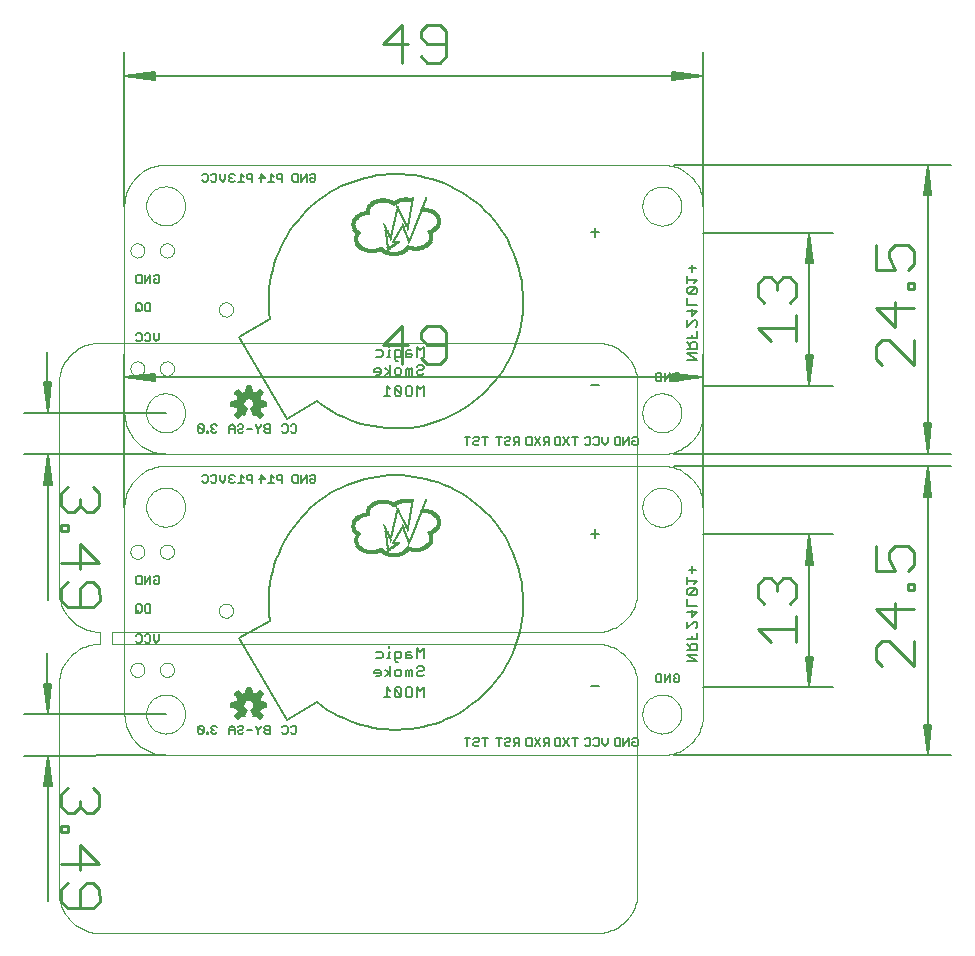
<source format=gbo>
G75*
G70*
%OFA0B0*%
%FSLAX24Y24*%
%IPPOS*%
%LPD*%
%AMOC8*
5,1,8,0,0,1.08239X$1,22.5*
%
%ADD10C,0.0000*%
%ADD11C,0.0050*%
%ADD12C,0.0000*%
%ADD13C,0.0060*%
%ADD14C,0.0080*%
%ADD15C,0.0051*%
%ADD16C,0.0110*%
%ADD17R,0.0110X0.0005*%
%ADD18R,0.0210X0.0005*%
%ADD19R,0.0280X0.0005*%
%ADD20R,0.0325X0.0005*%
%ADD21R,0.0365X0.0005*%
%ADD22R,0.0410X0.0005*%
%ADD23R,0.0440X0.0005*%
%ADD24R,0.0470X0.0005*%
%ADD25R,0.0505X0.0005*%
%ADD26R,0.0530X0.0005*%
%ADD27R,0.0555X0.0005*%
%ADD28R,0.0580X0.0005*%
%ADD29R,0.0600X0.0005*%
%ADD30R,0.0625X0.0005*%
%ADD31R,0.0645X0.0005*%
%ADD32R,0.0665X0.0005*%
%ADD33R,0.0685X0.0005*%
%ADD34R,0.0705X0.0005*%
%ADD35R,0.0715X0.0005*%
%ADD36R,0.0735X0.0005*%
%ADD37R,0.0755X0.0005*%
%ADD38R,0.0090X0.0005*%
%ADD39R,0.0770X0.0005*%
%ADD40R,0.0190X0.0005*%
%ADD41R,0.0355X0.0005*%
%ADD42R,0.0360X0.0005*%
%ADD43R,0.0260X0.0005*%
%ADD44R,0.0315X0.0005*%
%ADD45R,0.0320X0.0005*%
%ADD46R,0.0295X0.0005*%
%ADD47R,0.0275X0.0005*%
%ADD48R,0.0400X0.0005*%
%ADD49R,0.0265X0.0005*%
%ADD50R,0.0435X0.0005*%
%ADD51R,0.0255X0.0005*%
%ADD52R,0.0465X0.0005*%
%ADD53R,0.0245X0.0005*%
%ADD54R,0.0495X0.0005*%
%ADD55R,0.0235X0.0005*%
%ADD56R,0.0525X0.0005*%
%ADD57R,0.0230X0.0005*%
%ADD58R,0.0240X0.0005*%
%ADD59R,0.0545X0.0005*%
%ADD60R,0.0820X0.0005*%
%ADD61R,0.0220X0.0005*%
%ADD62R,0.0025X0.0005*%
%ADD63R,0.0795X0.0005*%
%ADD64R,0.0215X0.0005*%
%ADD65R,0.0035X0.0005*%
%ADD66R,0.0040X0.0005*%
%ADD67R,0.0800X0.0005*%
%ADD68R,0.0205X0.0005*%
%ADD69R,0.0050X0.0005*%
%ADD70R,0.0805X0.0005*%
%ADD71R,0.0165X0.0005*%
%ADD72R,0.0055X0.0005*%
%ADD73R,0.0200X0.0005*%
%ADD74R,0.0060X0.0005*%
%ADD75R,0.0300X0.0005*%
%ADD76R,0.0195X0.0005*%
%ADD77R,0.0065X0.0005*%
%ADD78R,0.0345X0.0005*%
%ADD79R,0.0070X0.0005*%
%ADD80R,0.0385X0.0005*%
%ADD81R,0.0080X0.0005*%
%ADD82R,0.0425X0.0005*%
%ADD83R,0.0185X0.0005*%
%ADD84R,0.0085X0.0005*%
%ADD85R,0.0635X0.0005*%
%ADD86R,0.0810X0.0005*%
%ADD87R,0.0095X0.0005*%
%ADD88R,0.0335X0.0005*%
%ADD89R,0.0655X0.0005*%
%ADD90R,0.0105X0.0005*%
%ADD91R,0.0290X0.0005*%
%ADD92R,0.0660X0.0005*%
%ADD93R,0.0115X0.0005*%
%ADD94R,0.0285X0.0005*%
%ADD95R,0.0120X0.0005*%
%ADD96R,0.0270X0.0005*%
%ADD97R,0.0675X0.0005*%
%ADD98R,0.0130X0.0005*%
%ADD99R,0.0680X0.0005*%
%ADD100R,0.0135X0.0005*%
%ADD101R,0.0250X0.0005*%
%ADD102R,0.0140X0.0005*%
%ADD103R,0.0180X0.0005*%
%ADD104R,0.0695X0.0005*%
%ADD105R,0.0150X0.0005*%
%ADD106R,0.0160X0.0005*%
%ADD107R,0.0155X0.0005*%
%ADD108R,0.0145X0.0005*%
%ADD109R,0.0700X0.0005*%
%ADD110R,0.0225X0.0005*%
%ADD111R,0.0170X0.0005*%
%ADD112R,0.0100X0.0005*%
%ADD113R,0.0075X0.0005*%
%ADD114R,0.0720X0.0005*%
%ADD115R,0.0725X0.0005*%
%ADD116R,0.0340X0.0005*%
%ADD117R,0.0305X0.0005*%
%ADD118R,0.0175X0.0005*%
%ADD119R,0.0005X0.0005*%
%ADD120R,0.0010X0.0005*%
%ADD121R,0.0015X0.0005*%
%ADD122R,0.0020X0.0005*%
%ADD123R,0.0030X0.0005*%
%ADD124R,0.0125X0.0005*%
%ADD125R,0.0045X0.0005*%
%ADD126R,0.0370X0.0005*%
%ADD127R,0.0375X0.0005*%
%ADD128R,0.0350X0.0005*%
%ADD129R,0.0330X0.0005*%
%ADD130R,0.0485X0.0005*%
%ADD131R,0.0480X0.0005*%
%ADD132R,0.0460X0.0005*%
%ADD133R,0.0445X0.0005*%
%ADD134R,0.0310X0.0005*%
%ADD135R,0.0380X0.0005*%
%ADD136R,0.0415X0.0005*%
%ADD137R,0.0450X0.0005*%
%ADD138R,0.0490X0.0005*%
%ADD139R,0.0965X0.0005*%
%ADD140R,0.0975X0.0005*%
%ADD141R,0.0980X0.0005*%
%ADD142R,0.0990X0.0005*%
%ADD143R,0.1005X0.0005*%
%ADD144R,0.0615X0.0005*%
%ADD145R,0.0640X0.0005*%
%ADD146R,0.0605X0.0005*%
%ADD147R,0.0620X0.0005*%
%ADD148R,0.0590X0.0005*%
%ADD149R,0.0570X0.0005*%
%ADD150R,0.0540X0.0005*%
%ADD151R,0.0515X0.0005*%
%ADD152R,0.0565X0.0005*%
%ADD153R,0.0535X0.0005*%
%ADD154R,0.0395X0.0005*%
%ADD155R,0.0520X0.0005*%
%ADD156R,0.0500X0.0005*%
%ADD157R,0.0430X0.0005*%
%ADD158C,0.0059*%
%ADD159C,0.0050*%
%ADD160C,0.0000*%
%ADD161C,0.0060*%
%ADD162C,0.0080*%
%ADD163C,0.0051*%
%ADD164C,0.0110*%
%ADD165R,0.0110X0.0005*%
%ADD166R,0.0210X0.0005*%
%ADD167R,0.0280X0.0005*%
%ADD168R,0.0325X0.0005*%
%ADD169R,0.0365X0.0005*%
%ADD170R,0.0410X0.0005*%
%ADD171R,0.0440X0.0005*%
%ADD172R,0.0470X0.0005*%
%ADD173R,0.0505X0.0005*%
%ADD174R,0.0530X0.0005*%
%ADD175R,0.0555X0.0005*%
%ADD176R,0.0580X0.0005*%
%ADD177R,0.0600X0.0005*%
%ADD178R,0.0625X0.0005*%
%ADD179R,0.0645X0.0005*%
%ADD180R,0.0665X0.0005*%
%ADD181R,0.0685X0.0005*%
%ADD182R,0.0705X0.0005*%
%ADD183R,0.0715X0.0005*%
%ADD184R,0.0735X0.0005*%
%ADD185R,0.0755X0.0005*%
%ADD186R,0.0090X0.0005*%
%ADD187R,0.0770X0.0005*%
%ADD188R,0.0190X0.0005*%
%ADD189R,0.0355X0.0005*%
%ADD190R,0.0360X0.0005*%
%ADD191R,0.0260X0.0005*%
%ADD192R,0.0315X0.0005*%
%ADD193R,0.0320X0.0005*%
%ADD194R,0.0295X0.0005*%
%ADD195R,0.0275X0.0005*%
%ADD196R,0.0400X0.0005*%
%ADD197R,0.0265X0.0005*%
%ADD198R,0.0435X0.0005*%
%ADD199R,0.0255X0.0005*%
%ADD200R,0.0465X0.0005*%
%ADD201R,0.0245X0.0005*%
%ADD202R,0.0495X0.0005*%
%ADD203R,0.0235X0.0005*%
%ADD204R,0.0525X0.0005*%
%ADD205R,0.0230X0.0005*%
%ADD206R,0.0240X0.0005*%
%ADD207R,0.0545X0.0005*%
%ADD208R,0.0820X0.0005*%
%ADD209R,0.0220X0.0005*%
%ADD210R,0.0025X0.0005*%
%ADD211R,0.0795X0.0005*%
%ADD212R,0.0215X0.0005*%
%ADD213R,0.0035X0.0005*%
%ADD214R,0.0040X0.0005*%
%ADD215R,0.0800X0.0005*%
%ADD216R,0.0205X0.0005*%
%ADD217R,0.0050X0.0005*%
%ADD218R,0.0805X0.0005*%
%ADD219R,0.0165X0.0005*%
%ADD220R,0.0055X0.0005*%
%ADD221R,0.0200X0.0005*%
%ADD222R,0.0060X0.0005*%
%ADD223R,0.0300X0.0005*%
%ADD224R,0.0195X0.0005*%
%ADD225R,0.0065X0.0005*%
%ADD226R,0.0345X0.0005*%
%ADD227R,0.0070X0.0005*%
%ADD228R,0.0385X0.0005*%
%ADD229R,0.0080X0.0005*%
%ADD230R,0.0425X0.0005*%
%ADD231R,0.0185X0.0005*%
%ADD232R,0.0085X0.0005*%
%ADD233R,0.0635X0.0005*%
%ADD234R,0.0810X0.0005*%
%ADD235R,0.0095X0.0005*%
%ADD236R,0.0335X0.0005*%
%ADD237R,0.0655X0.0005*%
%ADD238R,0.0105X0.0005*%
%ADD239R,0.0290X0.0005*%
%ADD240R,0.0660X0.0005*%
%ADD241R,0.0115X0.0005*%
%ADD242R,0.0285X0.0005*%
%ADD243R,0.0120X0.0005*%
%ADD244R,0.0270X0.0005*%
%ADD245R,0.0675X0.0005*%
%ADD246R,0.0130X0.0005*%
%ADD247R,0.0680X0.0005*%
%ADD248R,0.0135X0.0005*%
%ADD249R,0.0250X0.0005*%
%ADD250R,0.0140X0.0005*%
%ADD251R,0.0180X0.0005*%
%ADD252R,0.0695X0.0005*%
%ADD253R,0.0150X0.0005*%
%ADD254R,0.0160X0.0005*%
%ADD255R,0.0155X0.0005*%
%ADD256R,0.0145X0.0005*%
%ADD257R,0.0700X0.0005*%
%ADD258R,0.0225X0.0005*%
%ADD259R,0.0170X0.0005*%
%ADD260R,0.0100X0.0005*%
%ADD261R,0.0075X0.0005*%
%ADD262R,0.0720X0.0005*%
%ADD263R,0.0725X0.0005*%
%ADD264R,0.0340X0.0005*%
%ADD265R,0.0305X0.0005*%
%ADD266R,0.0175X0.0005*%
%ADD267R,0.0005X0.0005*%
%ADD268R,0.0010X0.0005*%
%ADD269R,0.0015X0.0005*%
%ADD270R,0.0020X0.0005*%
%ADD271R,0.0030X0.0005*%
%ADD272R,0.0125X0.0005*%
%ADD273R,0.0045X0.0005*%
%ADD274R,0.0370X0.0005*%
%ADD275R,0.0375X0.0005*%
%ADD276R,0.0350X0.0005*%
%ADD277R,0.0330X0.0005*%
%ADD278R,0.0485X0.0005*%
%ADD279R,0.0480X0.0005*%
%ADD280R,0.0460X0.0005*%
%ADD281R,0.0445X0.0005*%
%ADD282R,0.0310X0.0005*%
%ADD283R,0.0380X0.0005*%
%ADD284R,0.0415X0.0005*%
%ADD285R,0.0450X0.0005*%
%ADD286R,0.0490X0.0005*%
%ADD287R,0.0965X0.0005*%
%ADD288R,0.0975X0.0005*%
%ADD289R,0.0980X0.0005*%
%ADD290R,0.0990X0.0005*%
%ADD291R,0.1005X0.0005*%
%ADD292R,0.0615X0.0005*%
%ADD293R,0.0640X0.0005*%
%ADD294R,0.0605X0.0005*%
%ADD295R,0.0620X0.0005*%
%ADD296R,0.0590X0.0005*%
%ADD297R,0.0570X0.0005*%
%ADD298R,0.0540X0.0005*%
%ADD299R,0.0515X0.0005*%
%ADD300R,0.0565X0.0005*%
%ADD301R,0.0535X0.0005*%
%ADD302R,0.0395X0.0005*%
%ADD303R,0.0520X0.0005*%
%ADD304R,0.0500X0.0005*%
%ADD305R,0.0430X0.0005*%
%ADD306C,0.0059*%
D10*
X000100Y001475D02*
X000100Y001517D01*
X000100Y008368D01*
X000100Y008371D01*
X000100Y008368D02*
X000102Y008440D01*
X000108Y008512D01*
X000117Y008584D01*
X000130Y008655D01*
X000147Y008725D01*
X000167Y008794D01*
X000192Y008862D01*
X000219Y008928D01*
X000250Y008994D01*
X000285Y009057D01*
X000322Y009119D01*
X000363Y009178D01*
X000407Y009235D01*
X000454Y009290D01*
X000504Y009342D01*
X000556Y009392D01*
X000611Y009439D01*
X000668Y009483D01*
X000727Y009524D01*
X000789Y009561D01*
X000852Y009596D01*
X000918Y009627D01*
X000984Y009654D01*
X001052Y009679D01*
X001121Y009699D01*
X001191Y009716D01*
X001262Y009729D01*
X001334Y009738D01*
X001406Y009744D01*
X001478Y009746D01*
X001478Y010139D01*
X001475Y010139D01*
X001475Y009746D02*
X001478Y009746D01*
X001872Y009746D02*
X018014Y009746D01*
X018014Y010139D02*
X001872Y010139D01*
X001872Y009746D01*
X001478Y010139D02*
X001405Y010142D01*
X001332Y010149D01*
X001260Y010159D01*
X001188Y010174D01*
X001117Y010192D01*
X001047Y010214D01*
X000979Y010239D01*
X000911Y010268D01*
X000846Y010300D01*
X000782Y010336D01*
X000720Y010375D01*
X000660Y010418D01*
X000603Y010463D01*
X000548Y010511D01*
X000496Y010562D01*
X000446Y010616D01*
X000399Y010673D01*
X000356Y010731D01*
X000315Y010792D01*
X000278Y010855D01*
X000244Y010920D01*
X000213Y010986D01*
X000186Y011054D01*
X000162Y011124D01*
X000143Y011194D01*
X000127Y011266D01*
X000114Y011338D01*
X000106Y011410D01*
X000101Y011484D01*
X000100Y011557D01*
X000100Y018407D01*
X000100Y018410D01*
X000100Y018407D02*
X000102Y018479D01*
X000108Y018551D01*
X000117Y018623D01*
X000130Y018694D01*
X000147Y018764D01*
X000167Y018833D01*
X000192Y018901D01*
X000219Y018967D01*
X000250Y019033D01*
X000285Y019096D01*
X000322Y019158D01*
X000363Y019217D01*
X000407Y019274D01*
X000454Y019329D01*
X000504Y019381D01*
X000556Y019431D01*
X000611Y019478D01*
X000668Y019522D01*
X000727Y019563D01*
X000789Y019600D01*
X000852Y019635D01*
X000918Y019666D01*
X000984Y019693D01*
X001052Y019718D01*
X001121Y019738D01*
X001191Y019755D01*
X001262Y019768D01*
X001334Y019777D01*
X001406Y019783D01*
X001478Y019785D01*
X018014Y019785D01*
X018086Y019783D01*
X018158Y019777D01*
X018230Y019768D01*
X018301Y019755D01*
X018371Y019738D01*
X018440Y019718D01*
X018508Y019693D01*
X018574Y019666D01*
X018640Y019635D01*
X018703Y019600D01*
X018765Y019563D01*
X018824Y019522D01*
X018881Y019478D01*
X018936Y019431D01*
X018988Y019381D01*
X019038Y019329D01*
X019085Y019274D01*
X019129Y019217D01*
X019170Y019158D01*
X019207Y019096D01*
X019242Y019033D01*
X019273Y018967D01*
X019300Y018901D01*
X019325Y018833D01*
X019345Y018764D01*
X019362Y018694D01*
X019375Y018623D01*
X019384Y018551D01*
X019390Y018479D01*
X019392Y018407D01*
X019391Y018407D02*
X019391Y011517D01*
X019392Y011517D02*
X019390Y011445D01*
X019384Y011373D01*
X019375Y011301D01*
X019362Y011230D01*
X019345Y011160D01*
X019325Y011091D01*
X019300Y011023D01*
X019273Y010957D01*
X019242Y010891D01*
X019207Y010828D01*
X019170Y010766D01*
X019129Y010707D01*
X019085Y010650D01*
X019038Y010595D01*
X018988Y010543D01*
X018936Y010493D01*
X018881Y010446D01*
X018824Y010402D01*
X018765Y010361D01*
X018703Y010324D01*
X018640Y010289D01*
X018574Y010258D01*
X018508Y010231D01*
X018440Y010206D01*
X018371Y010186D01*
X018301Y010169D01*
X018230Y010156D01*
X018158Y010147D01*
X018086Y010141D01*
X018014Y010139D01*
X018017Y010139D01*
X018014Y009746D02*
X018086Y009744D01*
X018158Y009738D01*
X018230Y009729D01*
X018301Y009716D01*
X018371Y009699D01*
X018440Y009679D01*
X018508Y009654D01*
X018574Y009627D01*
X018640Y009596D01*
X018703Y009561D01*
X018765Y009524D01*
X018824Y009483D01*
X018881Y009439D01*
X018936Y009392D01*
X018988Y009342D01*
X019038Y009290D01*
X019085Y009235D01*
X019129Y009178D01*
X019170Y009119D01*
X019207Y009057D01*
X019242Y008994D01*
X019273Y008928D01*
X019300Y008862D01*
X019325Y008794D01*
X019345Y008725D01*
X019362Y008655D01*
X019375Y008584D01*
X019384Y008512D01*
X019390Y008440D01*
X019392Y008368D01*
X019391Y008368D02*
X019391Y001478D01*
X019392Y001478D02*
X019390Y001406D01*
X019384Y001334D01*
X019375Y001262D01*
X019362Y001191D01*
X019345Y001121D01*
X019325Y001052D01*
X019300Y000984D01*
X019273Y000918D01*
X019242Y000852D01*
X019207Y000789D01*
X019170Y000727D01*
X019129Y000668D01*
X019085Y000611D01*
X019038Y000556D01*
X018988Y000504D01*
X018936Y000454D01*
X018881Y000407D01*
X018824Y000363D01*
X018765Y000322D01*
X018703Y000285D01*
X018640Y000250D01*
X018574Y000219D01*
X018508Y000192D01*
X018440Y000167D01*
X018371Y000147D01*
X018301Y000130D01*
X018230Y000117D01*
X018158Y000108D01*
X018086Y000102D01*
X018014Y000100D01*
X018017Y000100D01*
X018014Y000100D02*
X001478Y000100D01*
X001475Y000100D01*
X001478Y000100D02*
X001405Y000103D01*
X001332Y000110D01*
X001260Y000120D01*
X001188Y000135D01*
X001117Y000153D01*
X001047Y000175D01*
X000979Y000200D01*
X000911Y000229D01*
X000846Y000261D01*
X000782Y000297D01*
X000720Y000336D01*
X000660Y000379D01*
X000603Y000424D01*
X000548Y000472D01*
X000496Y000523D01*
X000446Y000577D01*
X000399Y000634D01*
X000356Y000692D01*
X000315Y000753D01*
X000278Y000816D01*
X000244Y000881D01*
X000213Y000947D01*
X000186Y001015D01*
X000162Y001085D01*
X000143Y001155D01*
X000127Y001227D01*
X000114Y001299D01*
X000106Y001371D01*
X000101Y001445D01*
X000100Y001518D01*
X000100Y011514D02*
X000100Y011557D01*
D11*
X4794Y6749D02*
X4885Y6749D01*
X4930Y6794D01*
X4749Y6974D01*
X4749Y6794D01*
X4794Y6749D01*
X4930Y6794D02*
X4930Y6974D01*
X4885Y7019D01*
X4794Y7019D01*
X4749Y6974D01*
X5032Y6794D02*
X5032Y6749D01*
X5077Y6749D01*
X5077Y6794D01*
X5032Y6794D01*
X5191Y6794D02*
X5236Y6749D01*
X5327Y6749D01*
X5372Y6794D01*
X5282Y6884D02*
X5236Y6884D01*
X5191Y6839D01*
X5191Y6794D01*
X5236Y6884D02*
X5191Y6929D01*
X5191Y6974D01*
X5236Y7019D01*
X5327Y7019D01*
X5372Y6974D01*
X5781Y6929D02*
X5781Y6749D01*
X5781Y6884D02*
X5961Y6884D01*
X5961Y6929D02*
X5961Y6749D01*
X6075Y6794D02*
X6120Y6749D01*
X6211Y6749D01*
X6256Y6794D01*
X6211Y6884D02*
X6120Y6884D01*
X6075Y6839D01*
X6075Y6794D01*
X6211Y6884D02*
X6256Y6929D01*
X6256Y6974D01*
X6211Y7019D01*
X6120Y7019D01*
X6075Y6974D01*
X5961Y6929D02*
X5871Y7019D01*
X5781Y6929D01*
X6370Y6884D02*
X6550Y6884D01*
X6665Y6974D02*
X6665Y7019D01*
X6665Y6974D02*
X6755Y6884D01*
X6755Y6749D01*
X6755Y6884D02*
X6845Y6974D01*
X6845Y7019D01*
X6959Y6974D02*
X6959Y6929D01*
X7004Y6884D01*
X7140Y6884D01*
X7140Y6749D02*
X7004Y6749D01*
X6959Y6794D01*
X6959Y6839D01*
X7004Y6884D01*
X6959Y6974D02*
X7004Y7019D01*
X7140Y7019D01*
X7140Y6749D01*
X7549Y6794D02*
X7594Y6749D01*
X7684Y6749D01*
X7729Y6794D01*
X7729Y6974D01*
X7684Y7019D01*
X7594Y7019D01*
X7549Y6974D01*
X7843Y6974D02*
X7888Y7019D01*
X7978Y7019D01*
X8023Y6974D01*
X8023Y6794D01*
X7978Y6749D01*
X7888Y6749D01*
X7843Y6794D01*
X3450Y9878D02*
X3360Y9788D01*
X3270Y9878D01*
X3270Y10058D01*
X3156Y10013D02*
X3156Y9833D01*
X3111Y9788D01*
X3021Y9788D01*
X2976Y9833D01*
X2861Y9833D02*
X2861Y10013D01*
X2816Y10058D01*
X2726Y10058D01*
X2681Y10013D01*
X2681Y9833D02*
X2726Y9788D01*
X2816Y9788D01*
X2861Y9833D01*
X2976Y10013D02*
X3021Y10058D01*
X3111Y10058D01*
X3156Y10013D01*
X3450Y10058D02*
X3450Y9878D01*
X3156Y10788D02*
X3021Y10788D01*
X2976Y10833D01*
X2976Y11013D01*
X3021Y11058D01*
X3156Y11058D01*
X3156Y10788D01*
X2861Y10833D02*
X2861Y11013D01*
X2816Y11058D01*
X2726Y11058D01*
X2681Y11013D01*
X2681Y10833D01*
X2726Y10788D01*
X2816Y10788D01*
X2861Y10833D01*
X2771Y10878D02*
X2681Y10788D01*
X2726Y11738D02*
X2681Y11783D01*
X2681Y11963D01*
X2726Y12008D01*
X2861Y12008D01*
X2861Y11738D01*
X2726Y11738D01*
X2976Y11738D02*
X2976Y12008D01*
X3156Y12008D02*
X2976Y11738D01*
X3156Y11738D02*
X3156Y12008D01*
X3270Y11963D02*
X3315Y12008D01*
X3405Y12008D01*
X3450Y11963D01*
X3450Y11783D01*
X3405Y11738D01*
X3315Y11738D01*
X3270Y11783D01*
X3270Y11873D01*
X3360Y11873D01*
X4931Y15114D02*
X4886Y15159D01*
X4931Y15114D02*
X5021Y15114D01*
X5066Y15159D01*
X5066Y15339D01*
X5021Y15384D01*
X4931Y15384D01*
X4886Y15339D01*
X5180Y15339D02*
X5225Y15384D01*
X5315Y15384D01*
X5360Y15339D01*
X5360Y15159D01*
X5315Y15114D01*
X5225Y15114D01*
X5180Y15159D01*
X5475Y15204D02*
X5475Y15384D01*
X5475Y15204D02*
X5565Y15114D01*
X5655Y15204D01*
X5655Y15384D01*
X5787Y15329D02*
X5787Y15284D01*
X5832Y15239D01*
X5787Y15194D01*
X5787Y15149D01*
X5832Y15104D01*
X5922Y15104D01*
X5967Y15149D01*
X6082Y15104D02*
X6262Y15104D01*
X6172Y15104D02*
X6172Y15374D01*
X6262Y15284D01*
X6376Y15329D02*
X6376Y15239D01*
X6422Y15194D01*
X6557Y15194D01*
X6557Y15104D02*
X6557Y15374D01*
X6422Y15374D01*
X6376Y15329D01*
X6789Y15239D02*
X6969Y15239D01*
X6834Y15374D01*
X6834Y15104D01*
X7083Y15104D02*
X7264Y15104D01*
X7173Y15104D02*
X7173Y15374D01*
X7264Y15284D01*
X7378Y15239D02*
X7423Y15194D01*
X7558Y15194D01*
X7558Y15104D02*
X7558Y15374D01*
X7423Y15374D01*
X7378Y15329D01*
X7378Y15239D01*
X7887Y15159D02*
X7887Y15339D01*
X7932Y15384D01*
X8067Y15384D01*
X8067Y15114D01*
X7932Y15114D01*
X7887Y15159D01*
X8182Y15114D02*
X8182Y15384D01*
X8362Y15384D02*
X8182Y15114D01*
X8362Y15114D02*
X8362Y15384D01*
X8476Y15339D02*
X8522Y15384D01*
X8612Y15384D01*
X8657Y15339D01*
X8657Y15159D01*
X8612Y15114D01*
X8522Y15114D01*
X8476Y15159D01*
X8476Y15249D01*
X8567Y15249D01*
X5967Y15329D02*
X5922Y15374D01*
X5832Y15374D01*
X5787Y15329D01*
X5832Y15239D02*
X5877Y15239D01*
X13631Y6608D02*
X13811Y6608D01*
X13721Y6608D02*
X13721Y6338D01*
X13926Y6383D02*
X13971Y6338D01*
X14061Y6338D01*
X14106Y6383D01*
X14061Y6473D02*
X14106Y6518D01*
X14106Y6563D01*
X14061Y6608D01*
X13971Y6608D01*
X13926Y6563D01*
X13971Y6473D02*
X13926Y6428D01*
X13926Y6383D01*
X13971Y6473D02*
X14061Y6473D01*
X14220Y6608D02*
X14400Y6608D01*
X14310Y6608D02*
X14310Y6338D01*
X14681Y6608D02*
X14861Y6608D01*
X14771Y6608D02*
X14771Y6338D01*
X14976Y6383D02*
X15021Y6338D01*
X15111Y6338D01*
X15156Y6383D01*
X15111Y6473D02*
X15021Y6473D01*
X14976Y6428D01*
X14976Y6383D01*
X15111Y6473D02*
X15156Y6518D01*
X15156Y6563D01*
X15111Y6608D01*
X15021Y6608D01*
X14976Y6563D01*
X15270Y6563D02*
X15270Y6473D01*
X15315Y6428D01*
X15450Y6428D01*
X15360Y6428D02*
X15270Y6338D01*
X15450Y6338D02*
X15450Y6608D01*
X15315Y6608D01*
X15270Y6563D01*
X15681Y6563D02*
X15681Y6383D01*
X15726Y6338D01*
X15861Y6338D01*
X15861Y6608D01*
X15726Y6608D01*
X15681Y6563D01*
X15976Y6608D02*
X16156Y6338D01*
X16270Y6338D02*
X16360Y6428D01*
X16315Y6428D02*
X16450Y6428D01*
X16450Y6338D02*
X16450Y6608D01*
X16315Y6608D01*
X16270Y6563D01*
X16270Y6473D01*
X16315Y6428D01*
X16156Y6608D02*
X15976Y6338D01*
X16631Y6383D02*
X16631Y6563D01*
X16676Y6608D01*
X16811Y6608D01*
X16811Y6338D01*
X16676Y6338D01*
X16631Y6383D01*
X16926Y6338D02*
X17106Y6608D01*
X17220Y6608D02*
X17400Y6608D01*
X17310Y6608D02*
X17310Y6338D01*
X17106Y6338D02*
X16926Y6608D01*
X17631Y6563D02*
X17676Y6608D01*
X17766Y6608D01*
X17811Y6563D01*
X17811Y6383D01*
X17766Y6338D01*
X17676Y6338D01*
X17631Y6383D01*
X17926Y6383D02*
X17971Y6338D01*
X18061Y6338D01*
X18106Y6383D01*
X18106Y6563D01*
X18061Y6608D01*
X17971Y6608D01*
X17926Y6563D01*
X18220Y6608D02*
X18220Y6428D01*
X18310Y6338D01*
X18400Y6428D01*
X18400Y6608D01*
X18631Y6563D02*
X18631Y6383D01*
X18676Y6338D01*
X18811Y6338D01*
X18811Y6608D01*
X18676Y6608D01*
X18631Y6563D01*
X18926Y6608D02*
X18926Y6338D01*
X19106Y6608D01*
X19106Y6338D01*
X19220Y6383D02*
X19220Y6473D01*
X19310Y6473D01*
X19220Y6563D02*
X19265Y6608D01*
X19355Y6608D01*
X19400Y6563D01*
X19400Y6383D01*
X19355Y6338D01*
X19265Y6338D01*
X19220Y6383D01*
X20051Y8464D02*
X20006Y8509D01*
X20006Y8689D01*
X20051Y8734D01*
X20187Y8734D01*
X20187Y8464D01*
X20051Y8464D01*
X20301Y8464D02*
X20301Y8734D01*
X20481Y8734D02*
X20301Y8464D01*
X20481Y8464D02*
X20481Y8734D01*
X20596Y8689D02*
X20641Y8734D01*
X20731Y8734D01*
X20776Y8689D01*
X20776Y8509D01*
X20731Y8464D01*
X20641Y8464D01*
X20596Y8509D01*
X20596Y8599D01*
X20686Y8599D01*
D12*
X21583Y7411D02*
X21581Y7339D01*
X21575Y7267D01*
X21566Y7195D01*
X21553Y7124D01*
X21536Y7054D01*
X21516Y6985D01*
X21491Y6917D01*
X21464Y6851D01*
X21433Y6785D01*
X21398Y6722D01*
X21361Y6660D01*
X21320Y6601D01*
X21276Y6544D01*
X21229Y6489D01*
X21179Y6437D01*
X21127Y6387D01*
X21072Y6340D01*
X21015Y6296D01*
X20956Y6255D01*
X20894Y6218D01*
X20831Y6183D01*
X20765Y6152D01*
X20699Y6125D01*
X20631Y6100D01*
X20562Y6080D01*
X20492Y6063D01*
X20421Y6050D01*
X20349Y6041D01*
X20277Y6035D01*
X20205Y6033D01*
X20208Y6033D01*
X20205Y6033D02*
X3669Y6033D01*
X3666Y6033D01*
X3016Y7407D02*
X3018Y7457D01*
X3024Y7507D01*
X3034Y7557D01*
X3047Y7605D01*
X3064Y7653D01*
X3085Y7699D01*
X3109Y7743D01*
X3137Y7785D01*
X3168Y7825D01*
X3202Y7862D01*
X3239Y7897D01*
X3278Y7928D01*
X3319Y7957D01*
X3363Y7982D01*
X3409Y8004D01*
X3456Y8022D01*
X3504Y8036D01*
X3553Y8047D01*
X3603Y8054D01*
X3653Y8057D01*
X3704Y8056D01*
X3754Y8051D01*
X3804Y8042D01*
X3852Y8030D01*
X3900Y8013D01*
X3946Y7993D01*
X3991Y7970D01*
X4034Y7943D01*
X4074Y7913D01*
X4112Y7880D01*
X4147Y7844D01*
X4180Y7805D01*
X4209Y7764D01*
X4235Y7721D01*
X4258Y7676D01*
X4277Y7629D01*
X4292Y7581D01*
X4304Y7532D01*
X4312Y7482D01*
X4316Y7432D01*
X4316Y7382D01*
X4312Y7332D01*
X4304Y7282D01*
X4292Y7233D01*
X4277Y7185D01*
X4258Y7138D01*
X4235Y7093D01*
X4209Y7050D01*
X4180Y7009D01*
X4147Y6970D01*
X4112Y6934D01*
X4074Y6901D01*
X4034Y6871D01*
X3991Y6844D01*
X3946Y6821D01*
X3900Y6801D01*
X3852Y6784D01*
X3804Y6772D01*
X3754Y6763D01*
X3704Y6758D01*
X3653Y6757D01*
X3603Y6760D01*
X3553Y6767D01*
X3504Y6778D01*
X3456Y6792D01*
X3409Y6810D01*
X3363Y6832D01*
X3319Y6857D01*
X3278Y6886D01*
X3239Y6917D01*
X3202Y6952D01*
X3168Y6989D01*
X3137Y7029D01*
X3109Y7071D01*
X3085Y7115D01*
X3064Y7161D01*
X3047Y7209D01*
X3034Y7257D01*
X3024Y7307D01*
X3018Y7357D01*
X3016Y7407D01*
X2291Y7450D02*
X2292Y7377D01*
X2297Y7303D01*
X2305Y7231D01*
X2318Y7159D01*
X2334Y7087D01*
X2353Y7017D01*
X2377Y6947D01*
X2404Y6879D01*
X2435Y6813D01*
X2469Y6748D01*
X2506Y6685D01*
X2547Y6624D01*
X2590Y6566D01*
X2637Y6509D01*
X2687Y6455D01*
X2739Y6404D01*
X2794Y6356D01*
X2851Y6311D01*
X2911Y6268D01*
X2973Y6229D01*
X3037Y6193D01*
X3102Y6161D01*
X3170Y6132D01*
X3238Y6107D01*
X3308Y6085D01*
X3379Y6067D01*
X3451Y6052D01*
X3523Y6042D01*
X3596Y6035D01*
X3669Y6032D01*
X2291Y7407D02*
X2291Y7450D01*
X2291Y14300D01*
X2291Y14304D01*
X3016Y14304D02*
X3018Y14354D01*
X3024Y14404D01*
X3034Y14454D01*
X3047Y14502D01*
X3064Y14550D01*
X3085Y14596D01*
X3109Y14640D01*
X3137Y14682D01*
X3168Y14722D01*
X3202Y14759D01*
X3239Y14794D01*
X3278Y14825D01*
X3319Y14854D01*
X3363Y14879D01*
X3409Y14901D01*
X3456Y14919D01*
X3504Y14933D01*
X3553Y14944D01*
X3603Y14951D01*
X3653Y14954D01*
X3704Y14953D01*
X3754Y14948D01*
X3804Y14939D01*
X3852Y14927D01*
X3900Y14910D01*
X3946Y14890D01*
X3991Y14867D01*
X4034Y14840D01*
X4074Y14810D01*
X4112Y14777D01*
X4147Y14741D01*
X4180Y14702D01*
X4209Y14661D01*
X4235Y14618D01*
X4258Y14573D01*
X4277Y14526D01*
X4292Y14478D01*
X4304Y14429D01*
X4312Y14379D01*
X4316Y14329D01*
X4316Y14279D01*
X4312Y14229D01*
X4304Y14179D01*
X4292Y14130D01*
X4277Y14082D01*
X4258Y14035D01*
X4235Y13990D01*
X4209Y13947D01*
X4180Y13906D01*
X4147Y13867D01*
X4112Y13831D01*
X4074Y13798D01*
X4034Y13768D01*
X3991Y13741D01*
X3946Y13718D01*
X3900Y13698D01*
X3852Y13681D01*
X3804Y13669D01*
X3754Y13660D01*
X3704Y13655D01*
X3653Y13654D01*
X3603Y13657D01*
X3553Y13664D01*
X3504Y13675D01*
X3456Y13689D01*
X3409Y13707D01*
X3363Y13729D01*
X3319Y13754D01*
X3278Y13783D01*
X3239Y13814D01*
X3202Y13849D01*
X3168Y13886D01*
X3137Y13926D01*
X3109Y13968D01*
X3085Y14012D01*
X3064Y14058D01*
X3047Y14106D01*
X3034Y14154D01*
X3024Y14204D01*
X3018Y14254D01*
X3016Y14304D01*
X2291Y14300D02*
X2293Y14372D01*
X2299Y14444D01*
X2308Y14516D01*
X2321Y14587D01*
X2338Y14657D01*
X2358Y14726D01*
X2383Y14794D01*
X2410Y14860D01*
X2441Y14926D01*
X2476Y14989D01*
X2513Y15051D01*
X2554Y15110D01*
X2598Y15167D01*
X2645Y15222D01*
X2695Y15274D01*
X2747Y15324D01*
X2802Y15371D01*
X2859Y15415D01*
X2918Y15456D01*
X2980Y15493D01*
X3043Y15528D01*
X3109Y15559D01*
X3175Y15586D01*
X3243Y15611D01*
X3312Y15631D01*
X3382Y15648D01*
X3453Y15661D01*
X3525Y15670D01*
X3597Y15676D01*
X3669Y15678D01*
X20205Y15678D01*
X19555Y14300D02*
X19557Y14350D01*
X19563Y14400D01*
X19573Y14450D01*
X19586Y14498D01*
X19603Y14546D01*
X19624Y14592D01*
X19648Y14636D01*
X19676Y14678D01*
X19707Y14718D01*
X19741Y14755D01*
X19778Y14790D01*
X19817Y14821D01*
X19858Y14850D01*
X19902Y14875D01*
X19948Y14897D01*
X19995Y14915D01*
X20043Y14929D01*
X20092Y14940D01*
X20142Y14947D01*
X20192Y14950D01*
X20243Y14949D01*
X20293Y14944D01*
X20343Y14935D01*
X20391Y14923D01*
X20439Y14906D01*
X20485Y14886D01*
X20530Y14863D01*
X20573Y14836D01*
X20613Y14806D01*
X20651Y14773D01*
X20686Y14737D01*
X20719Y14698D01*
X20748Y14657D01*
X20774Y14614D01*
X20797Y14569D01*
X20816Y14522D01*
X20831Y14474D01*
X20843Y14425D01*
X20851Y14375D01*
X20855Y14325D01*
X20855Y14275D01*
X20851Y14225D01*
X20843Y14175D01*
X20831Y14126D01*
X20816Y14078D01*
X20797Y14031D01*
X20774Y13986D01*
X20748Y13943D01*
X20719Y13902D01*
X20686Y13863D01*
X20651Y13827D01*
X20613Y13794D01*
X20573Y13764D01*
X20530Y13737D01*
X20485Y13714D01*
X20439Y13694D01*
X20391Y13677D01*
X20343Y13665D01*
X20293Y13656D01*
X20243Y13651D01*
X20192Y13650D01*
X20142Y13653D01*
X20092Y13660D01*
X20043Y13671D01*
X19995Y13685D01*
X19948Y13703D01*
X19902Y13725D01*
X19858Y13750D01*
X19817Y13779D01*
X19778Y13810D01*
X19741Y13845D01*
X19707Y13882D01*
X19676Y13922D01*
X19648Y13964D01*
X19624Y14008D01*
X19603Y14054D01*
X19586Y14102D01*
X19573Y14150D01*
X19563Y14200D01*
X19557Y14250D01*
X19555Y14300D01*
X20205Y15678D02*
X20277Y15676D01*
X20349Y15670D01*
X20421Y15661D01*
X20492Y15648D01*
X20562Y15631D01*
X20631Y15611D01*
X20699Y15586D01*
X20765Y15559D01*
X20831Y15528D01*
X20894Y15493D01*
X20956Y15456D01*
X21015Y15415D01*
X21072Y15371D01*
X21127Y15324D01*
X21179Y15274D01*
X21229Y15222D01*
X21276Y15167D01*
X21320Y15110D01*
X21361Y15051D01*
X21398Y14989D01*
X21433Y14926D01*
X21464Y14860D01*
X21491Y14794D01*
X21516Y14726D01*
X21536Y14657D01*
X21553Y14587D01*
X21566Y14516D01*
X21575Y14444D01*
X21581Y14372D01*
X21583Y14300D01*
X21583Y7411D01*
X19558Y7407D02*
X19560Y7457D01*
X19566Y7507D01*
X19576Y7557D01*
X19589Y7605D01*
X19606Y7653D01*
X19627Y7699D01*
X19651Y7743D01*
X19679Y7785D01*
X19710Y7825D01*
X19744Y7862D01*
X19781Y7897D01*
X19820Y7928D01*
X19861Y7957D01*
X19905Y7982D01*
X19951Y8004D01*
X19998Y8022D01*
X20046Y8036D01*
X20095Y8047D01*
X20145Y8054D01*
X20195Y8057D01*
X20246Y8056D01*
X20296Y8051D01*
X20346Y8042D01*
X20394Y8030D01*
X20442Y8013D01*
X20488Y7993D01*
X20533Y7970D01*
X20576Y7943D01*
X20616Y7913D01*
X20654Y7880D01*
X20689Y7844D01*
X20722Y7805D01*
X20751Y7764D01*
X20777Y7721D01*
X20800Y7676D01*
X20819Y7629D01*
X20834Y7581D01*
X20846Y7532D01*
X20854Y7482D01*
X20858Y7432D01*
X20858Y7382D01*
X20854Y7332D01*
X20846Y7282D01*
X20834Y7233D01*
X20819Y7185D01*
X20800Y7138D01*
X20777Y7093D01*
X20751Y7050D01*
X20722Y7009D01*
X20689Y6970D01*
X20654Y6934D01*
X20616Y6901D01*
X20576Y6871D01*
X20533Y6844D01*
X20488Y6821D01*
X20442Y6801D01*
X20394Y6784D01*
X20346Y6772D01*
X20296Y6763D01*
X20246Y6758D01*
X20195Y6757D01*
X20145Y6760D01*
X20095Y6767D01*
X20046Y6778D01*
X19998Y6792D01*
X19951Y6810D01*
X19905Y6832D01*
X19861Y6857D01*
X19820Y6886D01*
X19781Y6917D01*
X19744Y6952D01*
X19710Y6989D01*
X19679Y7029D01*
X19651Y7071D01*
X19627Y7115D01*
X19606Y7161D01*
X19589Y7209D01*
X19576Y7257D01*
X19566Y7307D01*
X19560Y7357D01*
X19558Y7407D01*
X5441Y10852D02*
X5443Y10882D01*
X5449Y10912D01*
X5458Y10941D01*
X5471Y10968D01*
X5488Y10993D01*
X5507Y11016D01*
X5530Y11037D01*
X5555Y11054D01*
X5581Y11068D01*
X5610Y11078D01*
X5639Y11085D01*
X5669Y11088D01*
X5700Y11087D01*
X5730Y11082D01*
X5759Y11073D01*
X5786Y11061D01*
X5812Y11046D01*
X5836Y11027D01*
X5857Y11005D01*
X5875Y10981D01*
X5890Y10954D01*
X5901Y10926D01*
X5909Y10897D01*
X5913Y10867D01*
X5913Y10837D01*
X5909Y10807D01*
X5901Y10778D01*
X5890Y10750D01*
X5875Y10723D01*
X5857Y10699D01*
X5836Y10677D01*
X5812Y10658D01*
X5786Y10643D01*
X5759Y10631D01*
X5730Y10622D01*
X5700Y10617D01*
X5669Y10616D01*
X5639Y10619D01*
X5610Y10626D01*
X5581Y10636D01*
X5555Y10650D01*
X5530Y10667D01*
X5507Y10688D01*
X5488Y10711D01*
X5471Y10736D01*
X5458Y10763D01*
X5449Y10792D01*
X5443Y10822D01*
X5441Y10852D01*
X3473Y8883D02*
X3475Y8913D01*
X3481Y8943D01*
X3490Y8972D01*
X3503Y8999D01*
X3520Y9024D01*
X3539Y9047D01*
X3562Y9068D01*
X3587Y9085D01*
X3613Y9099D01*
X3642Y9109D01*
X3671Y9116D01*
X3701Y9119D01*
X3732Y9118D01*
X3762Y9113D01*
X3791Y9104D01*
X3818Y9092D01*
X3844Y9077D01*
X3868Y9058D01*
X3889Y9036D01*
X3907Y9012D01*
X3922Y8985D01*
X3933Y8957D01*
X3941Y8928D01*
X3945Y8898D01*
X3945Y8868D01*
X3941Y8838D01*
X3933Y8809D01*
X3922Y8781D01*
X3907Y8754D01*
X3889Y8730D01*
X3868Y8708D01*
X3844Y8689D01*
X3818Y8674D01*
X3791Y8662D01*
X3762Y8653D01*
X3732Y8648D01*
X3701Y8647D01*
X3671Y8650D01*
X3642Y8657D01*
X3613Y8667D01*
X3587Y8681D01*
X3562Y8698D01*
X3539Y8719D01*
X3520Y8742D01*
X3503Y8767D01*
X3490Y8794D01*
X3481Y8823D01*
X3475Y8853D01*
X3473Y8883D01*
X2488Y8883D02*
X2490Y8913D01*
X2496Y8943D01*
X2505Y8972D01*
X2518Y8999D01*
X2535Y9024D01*
X2554Y9047D01*
X2577Y9068D01*
X2602Y9085D01*
X2628Y9099D01*
X2657Y9109D01*
X2686Y9116D01*
X2716Y9119D01*
X2747Y9118D01*
X2777Y9113D01*
X2806Y9104D01*
X2833Y9092D01*
X2859Y9077D01*
X2883Y9058D01*
X2904Y9036D01*
X2922Y9012D01*
X2937Y8985D01*
X2948Y8957D01*
X2956Y8928D01*
X2960Y8898D01*
X2960Y8868D01*
X2956Y8838D01*
X2948Y8809D01*
X2937Y8781D01*
X2922Y8754D01*
X2904Y8730D01*
X2883Y8708D01*
X2859Y8689D01*
X2833Y8674D01*
X2806Y8662D01*
X2777Y8653D01*
X2747Y8648D01*
X2716Y8647D01*
X2686Y8650D01*
X2657Y8657D01*
X2628Y8667D01*
X2602Y8681D01*
X2577Y8698D01*
X2554Y8719D01*
X2535Y8742D01*
X2518Y8767D01*
X2505Y8794D01*
X2496Y8823D01*
X2490Y8853D01*
X2488Y8883D01*
X2488Y12820D02*
X2490Y12850D01*
X2496Y12880D01*
X2505Y12909D01*
X2518Y12936D01*
X2535Y12961D01*
X2554Y12984D01*
X2577Y13005D01*
X2602Y13022D01*
X2628Y13036D01*
X2657Y13046D01*
X2686Y13053D01*
X2716Y13056D01*
X2747Y13055D01*
X2777Y13050D01*
X2806Y13041D01*
X2833Y13029D01*
X2859Y13014D01*
X2883Y12995D01*
X2904Y12973D01*
X2922Y12949D01*
X2937Y12922D01*
X2948Y12894D01*
X2956Y12865D01*
X2960Y12835D01*
X2960Y12805D01*
X2956Y12775D01*
X2948Y12746D01*
X2937Y12718D01*
X2922Y12691D01*
X2904Y12667D01*
X2883Y12645D01*
X2859Y12626D01*
X2833Y12611D01*
X2806Y12599D01*
X2777Y12590D01*
X2747Y12585D01*
X2716Y12584D01*
X2686Y12587D01*
X2657Y12594D01*
X2628Y12604D01*
X2602Y12618D01*
X2577Y12635D01*
X2554Y12656D01*
X2535Y12679D01*
X2518Y12704D01*
X2505Y12731D01*
X2496Y12760D01*
X2490Y12790D01*
X2488Y12820D01*
X3473Y12820D02*
X3475Y12850D01*
X3481Y12880D01*
X3490Y12909D01*
X3503Y12936D01*
X3520Y12961D01*
X3539Y12984D01*
X3562Y13005D01*
X3587Y13022D01*
X3613Y13036D01*
X3642Y13046D01*
X3671Y13053D01*
X3701Y13056D01*
X3732Y13055D01*
X3762Y13050D01*
X3791Y13041D01*
X3818Y13029D01*
X3844Y13014D01*
X3868Y12995D01*
X3889Y12973D01*
X3907Y12949D01*
X3922Y12922D01*
X3933Y12894D01*
X3941Y12865D01*
X3945Y12835D01*
X3945Y12805D01*
X3941Y12775D01*
X3933Y12746D01*
X3922Y12718D01*
X3907Y12691D01*
X3889Y12667D01*
X3868Y12645D01*
X3844Y12626D01*
X3818Y12611D01*
X3791Y12599D01*
X3762Y12590D01*
X3732Y12585D01*
X3701Y12584D01*
X3671Y12587D01*
X3642Y12594D01*
X3613Y12604D01*
X3587Y12618D01*
X3562Y12635D01*
X3539Y12656D01*
X3520Y12679D01*
X3503Y12704D01*
X3490Y12731D01*
X3481Y12760D01*
X3475Y12790D01*
X3473Y12820D01*
D13*
X10623Y8833D02*
X10623Y8776D01*
X10849Y8776D01*
X10849Y8719D02*
X10849Y8833D01*
X10793Y8890D01*
X10679Y8890D01*
X10623Y8833D01*
X10679Y8663D02*
X10793Y8663D01*
X10849Y8719D01*
X10986Y8663D02*
X11156Y8776D01*
X10986Y8890D01*
X11156Y9003D02*
X11156Y8663D01*
X11298Y8719D02*
X11298Y8833D01*
X11355Y8890D01*
X11468Y8890D01*
X11525Y8833D01*
X11525Y8719D01*
X11468Y8663D01*
X11355Y8663D01*
X11298Y8719D01*
X11666Y8663D02*
X11666Y8833D01*
X11723Y8890D01*
X11780Y8833D01*
X11780Y8663D01*
X11893Y8663D02*
X11893Y8890D01*
X11836Y8890D01*
X11780Y8833D01*
X12035Y8776D02*
X12035Y8719D01*
X12091Y8663D01*
X12205Y8663D01*
X12261Y8719D01*
X12205Y8833D02*
X12091Y8833D01*
X12035Y8776D01*
X12035Y8946D02*
X12091Y9003D01*
X12205Y9003D01*
X12261Y8946D01*
X12261Y8890D01*
X12205Y8833D01*
X12261Y9263D02*
X12261Y9603D01*
X12148Y9490D01*
X12035Y9603D01*
X12035Y9263D01*
X11893Y9319D02*
X11836Y9376D01*
X11666Y9376D01*
X11666Y9433D02*
X11666Y9263D01*
X11836Y9263D01*
X11893Y9319D01*
X11836Y9490D02*
X11723Y9490D01*
X11666Y9433D01*
X11525Y9433D02*
X11525Y9319D01*
X11468Y9263D01*
X11298Y9263D01*
X11298Y9206D02*
X11298Y9490D01*
X11468Y9490D01*
X11525Y9433D01*
X11156Y9490D02*
X11100Y9490D01*
X11100Y9263D01*
X11156Y9263D02*
X11043Y9263D01*
X10911Y9319D02*
X10854Y9263D01*
X10684Y9263D01*
X10684Y9490D02*
X10854Y9490D01*
X10911Y9433D01*
X10911Y9319D01*
X11100Y9603D02*
X11100Y9660D01*
X11298Y9206D02*
X11355Y9149D01*
X11411Y9149D01*
X11355Y8303D02*
X11298Y8246D01*
X11525Y8019D01*
X11468Y7963D01*
X11355Y7963D01*
X11298Y8019D01*
X11298Y8246D01*
X11355Y8303D02*
X11468Y8303D01*
X11525Y8246D01*
X11525Y8019D01*
X11666Y8019D02*
X11723Y7963D01*
X11836Y7963D01*
X11893Y8019D01*
X11893Y8246D01*
X11836Y8303D01*
X11723Y8303D01*
X11666Y8246D01*
X11666Y8019D01*
X12035Y7963D02*
X12035Y8303D01*
X12148Y8190D01*
X12261Y8303D01*
X12261Y7963D01*
X11156Y7963D02*
X10930Y7963D01*
X11043Y7963D02*
X11043Y8303D01*
X11156Y8190D01*
X21047Y9158D02*
X21387Y9158D01*
X21047Y9385D01*
X21387Y9385D01*
X21387Y9526D02*
X21047Y9526D01*
X21160Y9526D02*
X21160Y9696D01*
X21217Y9753D01*
X21330Y9753D01*
X21387Y9696D01*
X21387Y9526D01*
X21160Y9640D02*
X21047Y9753D01*
X21047Y9894D02*
X21387Y9894D01*
X21387Y10121D01*
X21330Y10263D02*
X21387Y10319D01*
X21387Y10433D01*
X21330Y10490D01*
X21274Y10490D01*
X21047Y10263D01*
X21047Y10490D01*
X21217Y10631D02*
X21217Y10858D01*
X21047Y10801D02*
X21387Y10801D01*
X21217Y10631D01*
X21387Y10999D02*
X21047Y10999D01*
X21047Y11226D01*
X21103Y11368D02*
X21330Y11595D01*
X21103Y11595D01*
X21047Y11538D01*
X21047Y11424D01*
X21103Y11368D01*
X21330Y11368D01*
X21387Y11424D01*
X21387Y11538D01*
X21330Y11595D01*
X21274Y11736D02*
X21387Y11849D01*
X21047Y11849D01*
X21047Y11736D02*
X21047Y11963D01*
X21217Y12104D02*
X21217Y12331D01*
X21330Y12218D02*
X21103Y12218D01*
X21217Y10008D02*
X21217Y9894D01*
D14*
X18120Y8342D02*
X17839Y8342D01*
X8720Y7794D02*
X8886Y7670D01*
X9058Y7554D01*
X9235Y7447D01*
X9417Y7348D01*
X9604Y7259D01*
X9795Y7178D01*
X9990Y7107D01*
X10188Y7046D01*
X10388Y6995D01*
X10591Y6953D01*
X10796Y6921D01*
X11002Y6900D01*
X11209Y6888D01*
X11416Y6887D01*
X11623Y6895D01*
X11829Y6914D01*
X12035Y6943D01*
X12238Y6982D01*
X12439Y7030D01*
X12638Y7089D01*
X12834Y7157D01*
X13026Y7235D01*
X13214Y7322D01*
X13398Y7418D01*
X13576Y7522D01*
X13750Y7636D01*
X13917Y7758D01*
X14079Y7888D01*
X14234Y8025D01*
X14382Y8170D01*
X14523Y8322D01*
X14656Y8481D01*
X14781Y8646D01*
X14898Y8817D01*
X15007Y8993D01*
X15106Y9175D01*
X15197Y9361D01*
X15279Y9551D01*
X15351Y9746D01*
X15414Y9943D01*
X15467Y10143D01*
X15510Y10346D01*
X15543Y10551D01*
X15566Y10756D01*
X15579Y10963D01*
X15582Y11170D01*
X15575Y11377D01*
X15557Y11584D01*
X15530Y11789D01*
X15492Y11993D01*
X15445Y12195D01*
X15388Y12394D01*
X15321Y12590D01*
X15245Y12783D01*
X15159Y12971D01*
X15065Y13156D01*
X14961Y13335D01*
X14849Y13509D01*
X14728Y13678D01*
X14600Y13840D01*
X14463Y13996D01*
X14319Y14145D01*
X14168Y14287D01*
X14010Y14421D01*
X13846Y14548D01*
X13676Y14666D01*
X13500Y14776D01*
X13319Y14877D01*
X13134Y14969D01*
X12944Y15052D01*
X12750Y15125D01*
X12553Y15189D01*
X12353Y15244D01*
X12151Y15288D01*
X11947Y15323D01*
X11741Y15347D01*
X11534Y15362D01*
X11327Y15366D01*
X11120Y15360D01*
X10914Y15344D01*
X10708Y15318D01*
X10504Y15282D01*
X10302Y15236D01*
X10102Y15181D01*
X9906Y15115D01*
X9713Y15040D01*
X9523Y14956D01*
X9338Y14863D01*
X9158Y14760D01*
X8983Y14649D01*
X8814Y14530D01*
X8651Y14402D01*
X8494Y14267D01*
X8344Y14124D01*
X8201Y13974D01*
X8066Y13817D01*
X7938Y13654D01*
X7819Y13485D01*
X7708Y13310D01*
X7605Y13130D01*
X7512Y12945D01*
X7428Y12755D01*
X7353Y12562D01*
X7287Y12366D01*
X7232Y12166D01*
X7186Y11964D01*
X7150Y11760D01*
X7124Y11555D01*
X7108Y11348D01*
X7102Y11141D01*
X7106Y10934D01*
X7121Y10727D01*
X7145Y10521D01*
X7145Y10522D02*
X6122Y9931D01*
X7697Y7203D01*
X8720Y7794D01*
X17839Y13419D02*
X18120Y13419D01*
X17980Y13559D02*
X17980Y13279D01*
D15*
X-266Y6024D02*
X-255Y1163D01*
X-315Y5000D02*
X-266Y6024D01*
X-366Y5000D01*
X-389Y5000D02*
X-266Y6024D01*
X-161Y5000D01*
X-138Y5000D02*
X-389Y5000D01*
X-212Y5000D02*
X-266Y6024D01*
X-138Y5000D01*
X-1053Y6022D02*
X3669Y6033D01*
X3666Y7407D02*
X-1056Y7397D01*
X-269Y7398D02*
X-374Y8422D01*
X-397Y8422D02*
X-269Y7398D01*
X-169Y8422D01*
X-146Y8422D02*
X-397Y8422D01*
X-323Y8422D02*
X-269Y7398D01*
X-220Y8422D01*
X-146Y8422D02*
X-269Y7398D01*
X-274Y9446D01*
X2291Y14300D02*
X2291Y19418D01*
X2291Y18631D02*
X3315Y18733D01*
X3315Y18757D02*
X3315Y18505D01*
X2291Y18631D01*
X3315Y18529D01*
X3315Y18580D02*
X2291Y18631D01*
X3315Y18682D01*
X3315Y18757D02*
X2291Y18631D01*
X21583Y18631D01*
X20559Y18529D01*
X20559Y18505D02*
X21583Y18631D01*
X20559Y18733D01*
X20559Y18757D02*
X20559Y18505D01*
X20559Y18580D02*
X21583Y18631D01*
X20559Y18682D01*
X20559Y18757D02*
X21583Y18631D01*
X21583Y19418D02*
X21583Y14300D01*
X21583Y13415D02*
X25913Y13415D01*
X25126Y13415D02*
X25228Y12391D01*
X25252Y12391D02*
X25126Y13415D01*
X25024Y12391D01*
X25000Y12391D02*
X25252Y12391D01*
X25177Y12391D02*
X25126Y13415D01*
X25075Y12391D01*
X25000Y12391D02*
X25126Y13415D01*
X25126Y8296D01*
X25228Y9320D01*
X25252Y9320D02*
X25126Y8296D01*
X25024Y9320D01*
X25000Y9320D02*
X25252Y9320D01*
X25177Y9320D02*
X25126Y8296D01*
X25075Y9320D01*
X25000Y9320D02*
X25126Y8296D01*
X25913Y8296D02*
X21583Y8296D01*
X20598Y6033D02*
X29850Y6033D01*
X29063Y6033D02*
X29165Y7056D01*
X29189Y7056D02*
X29063Y6033D01*
X28961Y7056D01*
X28937Y7056D02*
X29189Y7056D01*
X29114Y7056D02*
X29063Y6033D01*
X29012Y7056D01*
X28937Y7056D02*
X29063Y6033D01*
X29063Y15678D01*
X29165Y14655D01*
X29189Y14655D02*
X29063Y15678D01*
X28961Y14655D01*
X28937Y14655D02*
X29189Y14655D01*
X29114Y14655D02*
X29063Y15678D01*
X29012Y14655D01*
X28937Y14655D02*
X29063Y15678D01*
X29850Y15678D02*
X20598Y15678D01*
D16*
X23620Y11929D02*
X23831Y11929D01*
X24043Y11717D01*
X24254Y11929D01*
X24466Y11929D01*
X24677Y11717D01*
X24677Y11294D01*
X24466Y11083D01*
X24677Y10660D02*
X24677Y9814D01*
X24677Y10237D02*
X23408Y10237D01*
X23831Y9814D01*
X23620Y11083D02*
X23408Y11294D01*
X23408Y11717D01*
X23620Y11929D01*
X24043Y11717D02*
X24043Y11506D01*
X27345Y10895D02*
X27980Y10261D01*
X27980Y11107D01*
X28614Y10895D02*
X27345Y10895D01*
X28403Y11529D02*
X28403Y11741D01*
X28614Y11741D01*
X28614Y11529D01*
X28403Y11529D01*
X28403Y12164D02*
X28614Y12375D01*
X28614Y12798D01*
X28403Y13010D01*
X27980Y13010D01*
X27768Y12798D01*
X27768Y12587D01*
X27980Y12164D01*
X27345Y12164D01*
X27345Y13010D01*
X27557Y9838D02*
X27345Y9626D01*
X27345Y9203D01*
X27557Y8992D01*
X27768Y9838D02*
X28614Y8992D01*
X28614Y9838D01*
X27768Y9838D02*
X27557Y9838D01*
X13010Y19291D02*
X13010Y20137D01*
X12799Y20349D01*
X12376Y20349D01*
X12164Y20137D01*
X12164Y19926D01*
X12376Y19714D01*
X13010Y19714D01*
X13010Y19291D02*
X12799Y19080D01*
X12376Y19080D01*
X12164Y19291D01*
X11742Y19714D02*
X10896Y19714D01*
X11530Y20349D01*
X11530Y19080D01*
X1243Y4948D02*
X1455Y4737D01*
X1455Y4314D01*
X1244Y4102D01*
X1033Y4101D01*
X821Y4313D01*
X610Y4101D01*
X398Y4100D01*
X186Y4311D01*
X186Y4735D01*
X397Y4946D01*
X821Y4524D02*
X821Y4313D01*
X399Y3678D02*
X187Y3677D01*
X188Y3466D01*
X399Y3466D01*
X399Y3678D01*
X823Y3044D02*
X825Y2198D01*
X1037Y1775D02*
X826Y1564D01*
X827Y929D01*
X404Y928D02*
X1250Y930D01*
X1461Y1142D01*
X1460Y1565D01*
X1248Y1776D01*
X1037Y1775D01*
X402Y1774D02*
X191Y1563D01*
X192Y1139D01*
X404Y928D01*
X190Y2408D02*
X1459Y2411D01*
X823Y3044D01*
D17*
X11277Y12628D03*
X11172Y12903D03*
X11187Y12913D03*
X11192Y12918D03*
X11197Y12923D03*
X11212Y12933D03*
X11257Y12963D03*
X11272Y12973D03*
X11277Y12978D03*
X11292Y12988D03*
X11307Y12998D03*
X11312Y13003D03*
X11322Y13008D03*
X11327Y13013D03*
X11332Y13018D03*
X11342Y13023D03*
X11347Y13028D03*
X11357Y13033D03*
X11362Y13038D03*
X11377Y13048D03*
X11157Y13278D03*
X11037Y13433D03*
X11037Y13438D03*
X11032Y13443D03*
X11032Y13448D03*
X11562Y13588D03*
X11562Y13593D03*
X11722Y13613D03*
X11722Y13618D03*
X11782Y13143D03*
X11752Y12948D03*
X11407Y14153D03*
X11407Y14158D03*
D18*
X11277Y14353D03*
X11687Y14548D03*
X12627Y14043D03*
X12627Y13503D03*
X12622Y13498D03*
X12367Y12978D03*
X11637Y12798D03*
X11277Y12633D03*
X10172Y12903D03*
X10087Y13933D03*
X10372Y14083D03*
D19*
X10337Y14063D03*
X11687Y14543D03*
X12532Y14093D03*
X11277Y12638D03*
X11002Y12753D03*
D20*
X11275Y12643D03*
X10305Y12843D03*
X11265Y14383D03*
X11685Y14538D03*
D21*
X10280Y14018D03*
X11275Y12648D03*
D22*
X11277Y12653D03*
X12372Y14148D03*
D23*
X12382Y14138D03*
X11277Y12658D03*
D24*
X11277Y12663D03*
X12392Y14123D03*
D25*
X11675Y14508D03*
X11275Y12668D03*
D26*
X11277Y12673D03*
D27*
X11275Y12678D03*
X11650Y14488D03*
D28*
X11632Y14473D03*
X11277Y12683D03*
D29*
X11277Y12688D03*
X11622Y14463D03*
D30*
X11275Y12693D03*
D31*
X11275Y12698D03*
X11920Y12843D03*
D32*
X11950Y12858D03*
X11275Y12703D03*
D33*
X11275Y12708D03*
X11975Y12873D03*
D34*
X12005Y12893D03*
X11275Y12713D03*
D35*
X11275Y12718D03*
X12010Y12898D03*
X12015Y12903D03*
D36*
X11275Y12723D03*
D37*
X11275Y12728D03*
D38*
X11092Y12838D03*
X11157Y13253D03*
X11022Y13483D03*
X11017Y13493D03*
X11017Y13498D03*
X11562Y13613D03*
X11727Y13588D03*
X11782Y13118D03*
X11747Y12953D03*
X10542Y12728D03*
X11402Y14183D03*
D39*
X11277Y12733D03*
D40*
X11357Y13063D03*
X10542Y12733D03*
X10067Y13388D03*
X10062Y13393D03*
X10057Y13403D03*
X10052Y13408D03*
X10047Y13413D03*
X10042Y13418D03*
X10037Y13893D03*
X10042Y13898D03*
X10047Y13903D03*
X10382Y14088D03*
X10507Y14308D03*
X10512Y14313D03*
X10517Y14318D03*
X12497Y13403D03*
X12657Y13528D03*
X12662Y13533D03*
X12662Y14013D03*
X12657Y14018D03*
X12412Y13013D03*
X12407Y13008D03*
D41*
X11490Y12738D03*
X10540Y12748D03*
X10295Y14028D03*
D42*
X10287Y14023D03*
X10237Y13993D03*
X11472Y14443D03*
X12352Y14168D03*
X12472Y14108D03*
X11062Y12738D03*
D43*
X10542Y12738D03*
X10242Y12863D03*
X10347Y14068D03*
X10627Y14388D03*
X11272Y14368D03*
X12297Y12938D03*
D44*
X11520Y12743D03*
X11030Y12743D03*
X11440Y14438D03*
D45*
X12497Y14103D03*
X10317Y14048D03*
X10207Y13988D03*
X10542Y12743D03*
D46*
X11015Y12748D03*
X11535Y12748D03*
X10190Y13983D03*
X10330Y14058D03*
X12515Y14098D03*
D47*
X12320Y14193D03*
X11350Y13088D03*
X11805Y12918D03*
X11550Y12753D03*
X12280Y12933D03*
D48*
X12367Y14153D03*
X10542Y12753D03*
D49*
X10805Y12853D03*
X10985Y12758D03*
X11565Y12758D03*
X11340Y13078D03*
X10160Y13973D03*
X12545Y14088D03*
D50*
X10540Y12758D03*
D51*
X10975Y12763D03*
X11575Y12763D03*
X11340Y13073D03*
X12305Y12943D03*
X12555Y14083D03*
X10150Y13968D03*
D52*
X11700Y14523D03*
X10540Y12763D03*
D53*
X10965Y12768D03*
X11585Y12768D03*
X12315Y12948D03*
X12530Y13438D03*
X12535Y13443D03*
X12570Y13468D03*
X10605Y14378D03*
X10140Y13963D03*
D54*
X10540Y12768D03*
D55*
X10955Y12773D03*
X11595Y12773D03*
X12000Y12813D03*
X12335Y12958D03*
X12520Y13428D03*
X12525Y13433D03*
X12585Y14068D03*
X10595Y14373D03*
X10120Y13953D03*
D56*
X10540Y12773D03*
D57*
X10212Y12878D03*
X10202Y12883D03*
X10112Y13948D03*
X10362Y14078D03*
X10587Y14368D03*
X12597Y14063D03*
X12597Y13483D03*
X12587Y13478D03*
X11612Y12783D03*
X11602Y12778D03*
D58*
X11337Y13093D03*
X10947Y12778D03*
X10812Y12858D03*
X10222Y12873D03*
X10127Y13958D03*
X11272Y14363D03*
X12577Y14073D03*
X12577Y13473D03*
X12327Y12953D03*
D59*
X10540Y12778D03*
X11655Y14493D03*
D60*
X10662Y12783D03*
D61*
X10187Y12893D03*
X10102Y13943D03*
X10572Y14358D03*
X10577Y14363D03*
X11622Y12788D03*
X12352Y12968D03*
X12612Y14053D03*
D62*
X11745Y13503D03*
X11745Y13498D03*
X11570Y13678D03*
X10970Y13653D03*
X10970Y13648D03*
X11170Y13153D03*
X11170Y13148D03*
X11065Y12788D03*
X11790Y13048D03*
X11390Y14268D03*
X11390Y14273D03*
D63*
X10640Y12788D03*
X10630Y12793D03*
D64*
X10820Y12863D03*
X11325Y13098D03*
X11630Y12793D03*
X12360Y12973D03*
X12510Y13418D03*
X12615Y13493D03*
X12620Y14048D03*
X10565Y14353D03*
X10095Y13938D03*
X10180Y12898D03*
D65*
X11070Y12793D03*
X11745Y12963D03*
X11745Y13513D03*
X11570Y13668D03*
X11570Y13673D03*
X10980Y13618D03*
X10975Y13628D03*
X10975Y13633D03*
X11395Y14253D03*
D66*
X11392Y14248D03*
X11567Y13663D03*
X11742Y13523D03*
X11742Y13518D03*
X11787Y13068D03*
X11787Y13063D03*
X11167Y13173D03*
X11167Y13178D03*
X11072Y12798D03*
X10842Y12908D03*
X10982Y13608D03*
X10982Y13613D03*
X10977Y13623D03*
D67*
X10592Y12813D03*
X10602Y12808D03*
X10622Y12798D03*
D68*
X10165Y12908D03*
X10160Y12913D03*
X10080Y13928D03*
X10550Y14343D03*
X10555Y14348D03*
X12505Y13413D03*
X12635Y13508D03*
X12635Y14038D03*
X12375Y12983D03*
X11650Y12808D03*
X11645Y12803D03*
D69*
X11787Y13073D03*
X11787Y13078D03*
X11787Y13083D03*
X11737Y13538D03*
X11567Y13653D03*
X10987Y13593D03*
X10987Y13588D03*
X11397Y14233D03*
X11072Y12803D03*
D70*
X10610Y12803D03*
X10585Y12818D03*
X10575Y12823D03*
X10570Y12828D03*
X10560Y12833D03*
D71*
X10080Y12993D03*
X10075Y12998D03*
X10075Y13003D03*
X10070Y13008D03*
X10065Y13333D03*
X10070Y13343D03*
X10075Y13348D03*
X10075Y13353D03*
X10080Y13363D03*
X10080Y13368D03*
X9980Y13488D03*
X9975Y13493D03*
X9970Y13503D03*
X9975Y13818D03*
X9980Y13828D03*
X9985Y13833D03*
X10395Y14093D03*
X10450Y14238D03*
X10455Y14243D03*
X10455Y14248D03*
X10460Y14253D03*
X10465Y14258D03*
X12490Y13393D03*
X12480Y13098D03*
X12475Y13088D03*
X12470Y13083D03*
X12470Y13078D03*
X12465Y13073D03*
X12000Y12808D03*
X11125Y12888D03*
X12715Y13588D03*
X12720Y13598D03*
X12725Y13603D03*
X12730Y13608D03*
X12735Y13618D03*
X12735Y13928D03*
X12730Y13938D03*
X12725Y13943D03*
X12720Y13948D03*
X12715Y13958D03*
D72*
X11855Y14238D03*
X11860Y14268D03*
X11865Y14298D03*
X11870Y14328D03*
X11875Y14353D03*
X11875Y14358D03*
X11880Y14383D03*
X11880Y14388D03*
X11885Y14413D03*
X11885Y14418D03*
X11905Y14538D03*
X11905Y14543D03*
X11395Y14228D03*
X11565Y13648D03*
X11740Y13543D03*
X11165Y13198D03*
X11165Y13193D03*
X11075Y12808D03*
X10995Y13568D03*
X10995Y13573D03*
X10990Y13578D03*
X10990Y13583D03*
D73*
X10822Y12868D03*
X10152Y12918D03*
X10067Y13918D03*
X10072Y13923D03*
X10542Y14338D03*
X11817Y14443D03*
X12287Y14208D03*
X12642Y14033D03*
X12647Y14028D03*
X12647Y13518D03*
X12642Y13513D03*
X12502Y13408D03*
X12387Y12993D03*
X12382Y12988D03*
X11777Y12928D03*
X11657Y12813D03*
D74*
X11787Y13088D03*
X11787Y13093D03*
X11827Y13198D03*
X11837Y13223D03*
X11847Y13248D03*
X11857Y13273D03*
X11882Y13338D03*
X11892Y13363D03*
X11902Y13388D03*
X11912Y13413D03*
X11937Y13478D03*
X11947Y13503D03*
X11957Y13528D03*
X11967Y13553D03*
X11992Y13618D03*
X12002Y13643D03*
X12012Y13668D03*
X12022Y13693D03*
X12057Y13783D03*
X12067Y13808D03*
X12077Y13833D03*
X12087Y13858D03*
X12112Y13923D03*
X12122Y13948D03*
X12132Y13973D03*
X12142Y13998D03*
X12152Y14023D03*
X12162Y14048D03*
X12167Y14063D03*
X12177Y14088D03*
X11842Y14153D03*
X11842Y14158D03*
X11842Y14163D03*
X11842Y14168D03*
X11842Y14173D03*
X11842Y14178D03*
X11847Y14183D03*
X11847Y14188D03*
X11847Y14193D03*
X11847Y14198D03*
X11847Y14203D03*
X11847Y14208D03*
X11852Y14213D03*
X11852Y14218D03*
X11852Y14223D03*
X11852Y14228D03*
X11852Y14233D03*
X11857Y14243D03*
X11857Y14248D03*
X11857Y14253D03*
X11857Y14258D03*
X11857Y14263D03*
X11862Y14273D03*
X11862Y14278D03*
X11862Y14283D03*
X11862Y14288D03*
X11862Y14293D03*
X11867Y14303D03*
X11867Y14308D03*
X11867Y14313D03*
X11867Y14318D03*
X11867Y14323D03*
X11872Y14333D03*
X11872Y14338D03*
X11872Y14343D03*
X11872Y14348D03*
X11877Y14363D03*
X11877Y14368D03*
X11877Y14373D03*
X11877Y14378D03*
X11882Y14393D03*
X11882Y14398D03*
X11882Y14403D03*
X11882Y14408D03*
X11907Y14548D03*
X11907Y14553D03*
X11837Y14148D03*
X11837Y14143D03*
X11837Y14138D03*
X11837Y14133D03*
X11837Y14128D03*
X11837Y14123D03*
X11832Y14113D03*
X11832Y14108D03*
X11832Y14103D03*
X11832Y14098D03*
X11832Y14093D03*
X11827Y14083D03*
X11827Y14078D03*
X11827Y14073D03*
X11827Y14068D03*
X11822Y14058D03*
X11822Y14053D03*
X11822Y14048D03*
X11822Y14043D03*
X11822Y14038D03*
X11817Y14028D03*
X11817Y14023D03*
X11817Y14018D03*
X11817Y14013D03*
X11817Y14008D03*
X11812Y13998D03*
X11812Y13993D03*
X11812Y13988D03*
X11812Y13983D03*
X11812Y13978D03*
X11807Y13968D03*
X11807Y13963D03*
X11807Y13958D03*
X11807Y13953D03*
X11802Y13943D03*
X11802Y13938D03*
X11802Y13933D03*
X11802Y13928D03*
X11802Y13923D03*
X11797Y13913D03*
X11797Y13908D03*
X11797Y13903D03*
X11797Y13898D03*
X11797Y13893D03*
X11792Y13883D03*
X11792Y13878D03*
X11792Y13873D03*
X11792Y13868D03*
X11792Y13863D03*
X11787Y13853D03*
X11787Y13848D03*
X11787Y13843D03*
X11787Y13838D03*
X11787Y13833D03*
X11782Y13823D03*
X11782Y13818D03*
X11782Y13813D03*
X11782Y13808D03*
X11777Y13798D03*
X11777Y13793D03*
X11777Y13788D03*
X11777Y13783D03*
X11777Y13778D03*
X11772Y13768D03*
X11772Y13763D03*
X11772Y13758D03*
X11772Y13753D03*
X11772Y13748D03*
X11767Y13738D03*
X11767Y13733D03*
X11767Y13728D03*
X11767Y13723D03*
X11767Y13718D03*
X11762Y13708D03*
X11762Y13703D03*
X11762Y13698D03*
X11762Y13693D03*
X11757Y13683D03*
X11757Y13678D03*
X11757Y13673D03*
X11757Y13668D03*
X11757Y13663D03*
X11737Y13548D03*
X11617Y13508D03*
X11607Y13533D03*
X11627Y13483D03*
X11637Y13458D03*
X11567Y13643D03*
X11282Y13718D03*
X11277Y13698D03*
X11272Y13678D03*
X11267Y13653D03*
X11262Y13633D03*
X11257Y13613D03*
X11252Y13588D03*
X11247Y13568D03*
X11242Y13548D03*
X11237Y13523D03*
X11232Y13503D03*
X11227Y13483D03*
X11222Y13458D03*
X11217Y13438D03*
X11212Y13418D03*
X11207Y13393D03*
X11202Y13378D03*
X11202Y13373D03*
X11197Y13363D03*
X11197Y13358D03*
X11197Y13353D03*
X11192Y13338D03*
X11192Y13333D03*
X11192Y13328D03*
X11187Y13318D03*
X11187Y13313D03*
X11162Y13208D03*
X11162Y13203D03*
X11037Y13203D03*
X11037Y13208D03*
X11037Y13213D03*
X11032Y13253D03*
X11032Y13258D03*
X11027Y13283D03*
X11027Y13288D03*
X11027Y13293D03*
X11027Y13298D03*
X11027Y13303D03*
X11022Y13313D03*
X11022Y13318D03*
X11022Y13323D03*
X11022Y13328D03*
X11022Y13333D03*
X11022Y13338D03*
X11022Y13343D03*
X11022Y13348D03*
X11017Y13358D03*
X11017Y13363D03*
X11017Y13368D03*
X11017Y13373D03*
X11017Y13378D03*
X11017Y13383D03*
X10997Y13558D03*
X10997Y13563D03*
X11287Y13743D03*
X11292Y13763D03*
X11297Y13783D03*
X11302Y13808D03*
X11307Y13828D03*
X11312Y13848D03*
X11317Y13873D03*
X11322Y13893D03*
X11327Y13913D03*
X11332Y13938D03*
X11337Y13958D03*
X11342Y13978D03*
X11347Y14003D03*
X11352Y14023D03*
X11357Y14043D03*
X11362Y14063D03*
X11362Y14068D03*
X11367Y14088D03*
X11372Y14108D03*
X11397Y14218D03*
X11397Y14223D03*
X11042Y13168D03*
X11042Y13163D03*
X11042Y13158D03*
X11042Y13153D03*
X11047Y13143D03*
X11047Y13138D03*
X11047Y13133D03*
X11047Y13128D03*
X11047Y13123D03*
X11047Y13118D03*
X11047Y13113D03*
X11047Y13108D03*
X11047Y13103D03*
X11052Y13098D03*
X11052Y13093D03*
X11052Y13088D03*
X11052Y13083D03*
X11052Y13078D03*
X11052Y13073D03*
X11052Y13068D03*
X11052Y13063D03*
X11052Y13058D03*
X11052Y13053D03*
X11057Y13048D03*
X11057Y13043D03*
X11057Y13038D03*
X11057Y13033D03*
X11057Y13028D03*
X11057Y13023D03*
X11057Y13018D03*
X11057Y13013D03*
X11057Y13008D03*
X11057Y13003D03*
X11062Y12998D03*
X11062Y12993D03*
X11062Y12988D03*
X11062Y12983D03*
X11062Y12978D03*
X11062Y12973D03*
X11062Y12968D03*
X11062Y12963D03*
X11062Y12958D03*
X11062Y12953D03*
X11067Y12948D03*
X11067Y12943D03*
X11067Y12938D03*
X11067Y12933D03*
X11067Y12928D03*
X11067Y12923D03*
X11067Y12918D03*
X11067Y12913D03*
X11067Y12908D03*
X11067Y12903D03*
X11072Y12898D03*
X11077Y12813D03*
D75*
X10282Y12848D03*
X12002Y12818D03*
X11267Y14378D03*
X10922Y14508D03*
D76*
X10535Y14333D03*
X10530Y14328D03*
X10525Y14323D03*
X10060Y13913D03*
X10055Y13908D03*
X10135Y12933D03*
X10140Y12928D03*
X10145Y12923D03*
X11665Y12818D03*
X11670Y12823D03*
X11675Y12828D03*
X12395Y12998D03*
X12400Y13003D03*
X12655Y13523D03*
X12650Y14023D03*
D77*
X12230Y14223D03*
X12230Y14228D03*
X12235Y14238D03*
X12240Y14253D03*
X12245Y14263D03*
X12250Y14278D03*
X12255Y14288D03*
X12260Y14303D03*
X12270Y14328D03*
X12280Y14353D03*
X12285Y14368D03*
X12290Y14378D03*
X12295Y14393D03*
X12300Y14403D03*
X12305Y14418D03*
X12310Y14428D03*
X12315Y14443D03*
X12320Y14453D03*
X12325Y14468D03*
X12330Y14478D03*
X12335Y14493D03*
X12340Y14503D03*
X12340Y14508D03*
X12345Y14518D03*
X12350Y14528D03*
X12350Y14533D03*
X12350Y14538D03*
X12355Y14543D03*
X12355Y14548D03*
X12360Y14553D03*
X12185Y14103D03*
X12180Y14098D03*
X12180Y14093D03*
X12175Y14083D03*
X12175Y14078D03*
X12170Y14073D03*
X12170Y14068D03*
X12165Y14058D03*
X12165Y14053D03*
X12160Y14043D03*
X12160Y14038D03*
X12155Y14033D03*
X12155Y14028D03*
X12150Y14018D03*
X12150Y14013D03*
X12145Y14008D03*
X12145Y14003D03*
X12140Y13993D03*
X12140Y13988D03*
X12135Y13983D03*
X12135Y13978D03*
X12130Y13968D03*
X12130Y13963D03*
X12125Y13958D03*
X12125Y13953D03*
X12120Y13943D03*
X12120Y13938D03*
X12115Y13933D03*
X12115Y13928D03*
X12110Y13918D03*
X12110Y13913D03*
X12105Y13908D03*
X12105Y13903D03*
X12105Y13898D03*
X12100Y13893D03*
X12100Y13888D03*
X12095Y13883D03*
X12095Y13878D03*
X12095Y13873D03*
X12090Y13868D03*
X12090Y13863D03*
X12085Y13853D03*
X12085Y13848D03*
X12080Y13843D03*
X12080Y13838D03*
X12075Y13828D03*
X12075Y13823D03*
X12070Y13818D03*
X12070Y13813D03*
X12065Y13803D03*
X12065Y13798D03*
X12060Y13793D03*
X12060Y13788D03*
X12055Y13778D03*
X12055Y13773D03*
X12050Y13768D03*
X12050Y13763D03*
X12050Y13758D03*
X12045Y13753D03*
X12045Y13748D03*
X12040Y13743D03*
X12040Y13738D03*
X12040Y13733D03*
X12035Y13728D03*
X12035Y13723D03*
X12030Y13718D03*
X12030Y13713D03*
X12030Y13708D03*
X12025Y13703D03*
X12025Y13698D03*
X12020Y13688D03*
X12020Y13683D03*
X12015Y13678D03*
X12015Y13673D03*
X12010Y13663D03*
X12010Y13658D03*
X12005Y13653D03*
X12005Y13648D03*
X12000Y13638D03*
X12000Y13633D03*
X11995Y13628D03*
X11995Y13623D03*
X11990Y13613D03*
X11990Y13608D03*
X11985Y13603D03*
X11985Y13598D03*
X11985Y13593D03*
X11980Y13588D03*
X11980Y13583D03*
X11975Y13578D03*
X11975Y13573D03*
X11975Y13568D03*
X11970Y13563D03*
X11970Y13558D03*
X11965Y13548D03*
X11965Y13543D03*
X11960Y13538D03*
X11960Y13533D03*
X11955Y13523D03*
X11955Y13518D03*
X11950Y13513D03*
X11950Y13508D03*
X11945Y13498D03*
X11945Y13493D03*
X11940Y13488D03*
X11940Y13483D03*
X11935Y13473D03*
X11935Y13468D03*
X11930Y13463D03*
X11930Y13458D03*
X11930Y13453D03*
X11925Y13448D03*
X11925Y13443D03*
X11920Y13438D03*
X11920Y13433D03*
X11920Y13428D03*
X11915Y13423D03*
X11915Y13418D03*
X11910Y13408D03*
X11910Y13403D03*
X11905Y13398D03*
X11905Y13393D03*
X11900Y13383D03*
X11900Y13378D03*
X11895Y13373D03*
X11895Y13368D03*
X11890Y13358D03*
X11890Y13353D03*
X11885Y13348D03*
X11885Y13343D03*
X11880Y13333D03*
X11880Y13328D03*
X11875Y13323D03*
X11875Y13318D03*
X11875Y13313D03*
X11870Y13308D03*
X11870Y13303D03*
X11865Y13298D03*
X11865Y13293D03*
X11865Y13288D03*
X11860Y13283D03*
X11860Y13278D03*
X11855Y13268D03*
X11855Y13263D03*
X11850Y13258D03*
X11850Y13253D03*
X11845Y13243D03*
X11845Y13238D03*
X11840Y13233D03*
X11840Y13228D03*
X11835Y13218D03*
X11835Y13213D03*
X11830Y13208D03*
X11830Y13203D03*
X11825Y13193D03*
X11825Y13188D03*
X11820Y13183D03*
X11740Y13203D03*
X11730Y13228D03*
X11725Y13238D03*
X11720Y13253D03*
X11715Y13263D03*
X11710Y13273D03*
X11710Y13278D03*
X11705Y13288D03*
X11700Y13298D03*
X11700Y13303D03*
X11695Y13313D03*
X11690Y13323D03*
X11690Y13328D03*
X11685Y13338D03*
X11680Y13348D03*
X11675Y13358D03*
X11675Y13363D03*
X11670Y13373D03*
X11665Y13383D03*
X11665Y13388D03*
X11660Y13398D03*
X11655Y13408D03*
X11655Y13413D03*
X11655Y13418D03*
X11650Y13423D03*
X11650Y13428D03*
X11645Y13433D03*
X11645Y13438D03*
X11645Y13443D03*
X11640Y13448D03*
X11640Y13453D03*
X11635Y13463D03*
X11635Y13468D03*
X11630Y13473D03*
X11630Y13478D03*
X11625Y13488D03*
X11625Y13493D03*
X11620Y13498D03*
X11620Y13503D03*
X11615Y13513D03*
X11615Y13518D03*
X11610Y13523D03*
X11610Y13528D03*
X11605Y13538D03*
X11605Y13543D03*
X11600Y13548D03*
X11600Y13553D03*
X11600Y13558D03*
X11565Y13638D03*
X11615Y13788D03*
X11610Y13798D03*
X11605Y13808D03*
X11600Y13818D03*
X11595Y13828D03*
X11590Y13838D03*
X11585Y13848D03*
X11580Y13858D03*
X11575Y13868D03*
X11570Y13878D03*
X11565Y13883D03*
X11565Y13888D03*
X11560Y13893D03*
X11560Y13898D03*
X11555Y13903D03*
X11555Y13908D03*
X11550Y13913D03*
X11550Y13918D03*
X11545Y13923D03*
X11540Y13933D03*
X11535Y13943D03*
X11530Y13953D03*
X11525Y13963D03*
X11520Y13973D03*
X11515Y13983D03*
X11510Y13993D03*
X11505Y14003D03*
X11500Y14013D03*
X11495Y14023D03*
X11490Y14033D03*
X11485Y14043D03*
X11480Y14053D03*
X11475Y14063D03*
X11470Y14073D03*
X11465Y14083D03*
X11460Y14093D03*
X11455Y14103D03*
X11450Y14113D03*
X11445Y14123D03*
X11375Y14123D03*
X11375Y14118D03*
X11375Y14113D03*
X11370Y14103D03*
X11370Y14098D03*
X11370Y14093D03*
X11365Y14083D03*
X11365Y14078D03*
X11365Y14073D03*
X11360Y14058D03*
X11360Y14053D03*
X11360Y14048D03*
X11355Y14038D03*
X11355Y14033D03*
X11355Y14028D03*
X11350Y14018D03*
X11350Y14013D03*
X11350Y14008D03*
X11345Y13998D03*
X11345Y13993D03*
X11345Y13988D03*
X11345Y13983D03*
X11340Y13973D03*
X11340Y13968D03*
X11340Y13963D03*
X11335Y13953D03*
X11335Y13948D03*
X11335Y13943D03*
X11330Y13933D03*
X11330Y13928D03*
X11330Y13923D03*
X11330Y13918D03*
X11325Y13908D03*
X11325Y13903D03*
X11325Y13898D03*
X11320Y13888D03*
X11320Y13883D03*
X11320Y13878D03*
X11315Y13868D03*
X11315Y13863D03*
X11315Y13858D03*
X11315Y13853D03*
X11310Y13843D03*
X11310Y13838D03*
X11310Y13833D03*
X11305Y13823D03*
X11305Y13818D03*
X11305Y13813D03*
X11300Y13803D03*
X11300Y13798D03*
X11300Y13793D03*
X11300Y13788D03*
X11295Y13778D03*
X11295Y13773D03*
X11295Y13768D03*
X11290Y13758D03*
X11290Y13753D03*
X11290Y13748D03*
X11285Y13738D03*
X11285Y13733D03*
X11285Y13728D03*
X11285Y13723D03*
X11280Y13713D03*
X11280Y13708D03*
X11280Y13703D03*
X11275Y13693D03*
X11275Y13688D03*
X11275Y13683D03*
X11270Y13673D03*
X11270Y13668D03*
X11270Y13663D03*
X11270Y13658D03*
X11265Y13648D03*
X11265Y13643D03*
X11265Y13638D03*
X11260Y13628D03*
X11260Y13623D03*
X11260Y13618D03*
X11255Y13608D03*
X11255Y13603D03*
X11255Y13598D03*
X11255Y13593D03*
X11250Y13583D03*
X11250Y13578D03*
X11250Y13573D03*
X11245Y13563D03*
X11245Y13558D03*
X11245Y13553D03*
X11240Y13543D03*
X11240Y13538D03*
X11240Y13533D03*
X11240Y13528D03*
X11235Y13518D03*
X11235Y13513D03*
X11235Y13508D03*
X11230Y13498D03*
X11230Y13493D03*
X11230Y13488D03*
X11225Y13478D03*
X11225Y13473D03*
X11225Y13468D03*
X11225Y13463D03*
X11220Y13453D03*
X11220Y13448D03*
X11220Y13443D03*
X11215Y13433D03*
X11215Y13428D03*
X11215Y13423D03*
X11210Y13413D03*
X11210Y13408D03*
X11210Y13403D03*
X11210Y13398D03*
X11205Y13388D03*
X11205Y13383D03*
X11200Y13368D03*
X11195Y13348D03*
X11195Y13343D03*
X11190Y13323D03*
X11120Y13313D03*
X11115Y13323D03*
X11110Y13333D03*
X11105Y13343D03*
X11100Y13353D03*
X11095Y13363D03*
X11090Y13373D03*
X11085Y13383D03*
X11020Y13353D03*
X11025Y13308D03*
X11030Y13278D03*
X11030Y13273D03*
X11030Y13268D03*
X11030Y13263D03*
X11035Y13248D03*
X11035Y13243D03*
X11035Y13238D03*
X11035Y13233D03*
X11035Y13228D03*
X11035Y13223D03*
X11035Y13218D03*
X11040Y13198D03*
X11040Y13193D03*
X11040Y13188D03*
X11040Y13183D03*
X11040Y13178D03*
X11040Y13173D03*
X11045Y13148D03*
X11165Y13213D03*
X11000Y13548D03*
X11000Y13553D03*
X11735Y13553D03*
X11755Y13658D03*
X11760Y13688D03*
X11765Y13713D03*
X11770Y13743D03*
X11775Y13773D03*
X11780Y13803D03*
X11785Y13828D03*
X11790Y13858D03*
X11795Y13888D03*
X11800Y13918D03*
X11805Y13948D03*
X11810Y13973D03*
X11815Y14003D03*
X11820Y14033D03*
X11825Y14063D03*
X11830Y14088D03*
X11835Y14118D03*
X11400Y14208D03*
X11400Y14213D03*
X11285Y14308D03*
X11750Y12958D03*
X11080Y12818D03*
D78*
X12000Y12823D03*
D79*
X11787Y13098D03*
X11787Y13103D03*
X11747Y13183D03*
X11747Y13188D03*
X11742Y13193D03*
X11742Y13198D03*
X11737Y13208D03*
X11737Y13213D03*
X11732Y13218D03*
X11732Y13223D03*
X11727Y13233D03*
X11722Y13243D03*
X11722Y13248D03*
X11717Y13258D03*
X11712Y13268D03*
X11707Y13283D03*
X11702Y13293D03*
X11697Y13308D03*
X11692Y13318D03*
X11687Y13333D03*
X11682Y13343D03*
X11677Y13353D03*
X11672Y13368D03*
X11667Y13378D03*
X11662Y13393D03*
X11657Y13403D03*
X11732Y13558D03*
X11732Y13563D03*
X11682Y13658D03*
X11677Y13668D03*
X11672Y13678D03*
X11667Y13683D03*
X11667Y13688D03*
X11662Y13693D03*
X11662Y13698D03*
X11657Y13703D03*
X11657Y13708D03*
X11652Y13713D03*
X11652Y13718D03*
X11647Y13723D03*
X11647Y13728D03*
X11642Y13733D03*
X11642Y13738D03*
X11637Y13743D03*
X11637Y13748D03*
X11632Y13753D03*
X11632Y13758D03*
X11627Y13763D03*
X11627Y13768D03*
X11622Y13773D03*
X11622Y13778D03*
X11617Y13783D03*
X11612Y13793D03*
X11607Y13803D03*
X11602Y13813D03*
X11597Y13823D03*
X11592Y13833D03*
X11587Y13843D03*
X11582Y13853D03*
X11577Y13863D03*
X11572Y13873D03*
X11542Y13928D03*
X11537Y13938D03*
X11532Y13948D03*
X11527Y13958D03*
X11522Y13968D03*
X11517Y13978D03*
X11512Y13988D03*
X11507Y13998D03*
X11502Y14008D03*
X11497Y14018D03*
X11492Y14028D03*
X11487Y14038D03*
X11482Y14048D03*
X11477Y14058D03*
X11472Y14068D03*
X11467Y14078D03*
X11462Y14088D03*
X11457Y14098D03*
X11452Y14108D03*
X11447Y14118D03*
X11567Y13633D03*
X11502Y13518D03*
X11487Y13493D03*
X11472Y13468D03*
X11467Y13458D03*
X11457Y13443D03*
X11452Y13433D03*
X11447Y13423D03*
X11442Y13418D03*
X11437Y13408D03*
X11432Y13398D03*
X11427Y13393D03*
X11422Y13383D03*
X11417Y13373D03*
X11412Y13363D03*
X11407Y13358D03*
X11407Y13353D03*
X11402Y13348D03*
X11402Y13343D03*
X11397Y13338D03*
X11392Y13333D03*
X11392Y13328D03*
X11387Y13323D03*
X11387Y13318D03*
X11382Y13313D03*
X11377Y13308D03*
X11377Y13303D03*
X11372Y13298D03*
X11372Y13293D03*
X11367Y13288D03*
X11362Y13283D03*
X11362Y13278D03*
X11357Y13273D03*
X11357Y13268D03*
X11352Y13263D03*
X11347Y13258D03*
X11347Y13253D03*
X11342Y13248D03*
X11342Y13243D03*
X11337Y13238D03*
X11332Y13233D03*
X11332Y13228D03*
X11327Y13223D03*
X11327Y13218D03*
X11322Y13213D03*
X11317Y13208D03*
X11317Y13203D03*
X11312Y13198D03*
X11312Y13193D03*
X11307Y13188D03*
X11302Y13183D03*
X11302Y13178D03*
X11297Y13173D03*
X11297Y13168D03*
X11292Y13163D03*
X11287Y13158D03*
X11287Y13153D03*
X11282Y13148D03*
X11282Y13143D03*
X11277Y13138D03*
X11272Y13133D03*
X11272Y13128D03*
X11267Y13123D03*
X11162Y13218D03*
X11162Y13223D03*
X11117Y13318D03*
X11112Y13328D03*
X11107Y13338D03*
X11102Y13348D03*
X11097Y13358D03*
X11092Y13368D03*
X11087Y13378D03*
X11002Y13543D03*
X11082Y12823D03*
X12232Y14233D03*
X12237Y14243D03*
X12237Y14248D03*
X12242Y14258D03*
X12247Y14268D03*
X12247Y14273D03*
X12252Y14283D03*
X12257Y14293D03*
X12257Y14298D03*
X12262Y14308D03*
X12262Y14313D03*
X12267Y14318D03*
X12267Y14323D03*
X12272Y14333D03*
X12272Y14338D03*
X12277Y14343D03*
X12277Y14348D03*
X12282Y14358D03*
X12282Y14363D03*
X12287Y14373D03*
X12292Y14383D03*
X12292Y14388D03*
X12297Y14398D03*
X12302Y14408D03*
X12302Y14413D03*
X12307Y14423D03*
X12312Y14433D03*
X12312Y14438D03*
X12317Y14448D03*
X12322Y14458D03*
X12322Y14463D03*
X12327Y14473D03*
X12332Y14483D03*
X12332Y14488D03*
X12337Y14498D03*
X12342Y14513D03*
X12347Y14523D03*
D80*
X12365Y14158D03*
X12000Y12828D03*
D81*
X11787Y13113D03*
X11732Y13568D03*
X11732Y13573D03*
X11272Y13118D03*
X11087Y12828D03*
X11012Y13513D03*
X11012Y13518D03*
X11402Y14193D03*
X11402Y14198D03*
D82*
X10920Y14493D03*
X12375Y14143D03*
X12000Y12833D03*
D83*
X11680Y12833D03*
X12415Y13018D03*
X12420Y13023D03*
X12670Y13538D03*
X12675Y13543D03*
X12680Y13548D03*
X12680Y13998D03*
X12675Y14003D03*
X12670Y14008D03*
X11280Y14348D03*
X10030Y13888D03*
X10025Y13883D03*
X10020Y13438D03*
X10025Y13433D03*
X10030Y13428D03*
X10035Y13423D03*
X10060Y13398D03*
X10070Y13383D03*
X10120Y12948D03*
X10125Y12943D03*
X10130Y12938D03*
D84*
X11090Y12833D03*
X11160Y13238D03*
X11160Y13243D03*
X11160Y13248D03*
X11015Y13503D03*
X11015Y13508D03*
X11565Y13618D03*
X11730Y13583D03*
X11730Y13578D03*
X11405Y14188D03*
X11285Y14313D03*
D85*
X11910Y12838D03*
D86*
X10552Y12838D03*
D87*
X11095Y12843D03*
X11160Y13258D03*
X11025Y13473D03*
X11025Y13478D03*
X11020Y13488D03*
X11565Y13608D03*
X11725Y13593D03*
X11785Y13123D03*
X11405Y14173D03*
X11405Y14178D03*
X11870Y14428D03*
D88*
X10305Y14038D03*
X10785Y12843D03*
D89*
X11935Y12848D03*
D90*
X11785Y13138D03*
X11300Y12993D03*
X11285Y12983D03*
X11265Y12968D03*
X11250Y12958D03*
X11245Y12953D03*
X11235Y12948D03*
X11180Y12908D03*
X11165Y12898D03*
X11100Y12848D03*
X11155Y13273D03*
X11030Y13453D03*
X11030Y13458D03*
X11725Y13603D03*
X11725Y13608D03*
X11405Y14163D03*
X11405Y14168D03*
X11685Y14553D03*
X12245Y14218D03*
D91*
X12327Y14188D03*
X12267Y12928D03*
X10797Y12848D03*
D92*
X11942Y12853D03*
X10922Y14448D03*
D93*
X11040Y13428D03*
X11040Y13423D03*
X11155Y13293D03*
X11155Y13288D03*
X11155Y13283D03*
X11285Y13113D03*
X11370Y13043D03*
X11225Y12943D03*
X11220Y12938D03*
X11205Y12928D03*
X11100Y12853D03*
X10840Y12893D03*
X11785Y13148D03*
X11720Y13623D03*
D94*
X11270Y14373D03*
X10655Y14398D03*
X10175Y13978D03*
X10270Y12853D03*
D95*
X11102Y12858D03*
X11377Y13053D03*
X11152Y13298D03*
X11042Y13413D03*
X11042Y13418D03*
X11562Y13583D03*
X11722Y13628D03*
X11407Y14143D03*
X11407Y14148D03*
X11282Y14323D03*
X11857Y14433D03*
X11782Y13158D03*
X11782Y13153D03*
D96*
X11347Y13083D03*
X10257Y12858D03*
X10637Y14393D03*
D97*
X11960Y12863D03*
D98*
X11757Y12943D03*
X11782Y13168D03*
X11152Y13308D03*
X11052Y13388D03*
X11047Y13398D03*
X11107Y12863D03*
X10837Y12888D03*
X11717Y13643D03*
X11717Y13648D03*
X11412Y14128D03*
X11282Y14328D03*
D99*
X10922Y14443D03*
X11967Y12868D03*
D100*
X11785Y13173D03*
X11560Y13563D03*
X11560Y13568D03*
X11715Y13653D03*
X11110Y12868D03*
D101*
X10232Y12868D03*
X10352Y14073D03*
X10617Y14383D03*
X10922Y14513D03*
X12312Y14198D03*
X12567Y14078D03*
X12562Y13463D03*
X12552Y13458D03*
X12547Y13453D03*
X12542Y13448D03*
D102*
X11782Y13178D03*
X11112Y12873D03*
D103*
X10827Y12873D03*
X11312Y13103D03*
X11767Y12933D03*
X12427Y13028D03*
X12432Y13033D03*
X12437Y13038D03*
X12682Y13993D03*
X10922Y14518D03*
X10502Y14303D03*
X10497Y14298D03*
X10492Y14293D03*
X10487Y14288D03*
X10022Y13878D03*
X10017Y13873D03*
X10012Y13868D03*
X10017Y13443D03*
X10072Y13378D03*
X10112Y12953D03*
D104*
X11985Y12878D03*
X11990Y12883D03*
D105*
X11762Y12938D03*
X11117Y12878D03*
X10037Y13073D03*
X10032Y13083D03*
X10032Y13088D03*
X10032Y13093D03*
X10027Y13103D03*
X10027Y13108D03*
X10027Y13113D03*
X10022Y13123D03*
X10022Y13128D03*
X10022Y13133D03*
X10022Y13138D03*
X10022Y13143D03*
X10017Y13183D03*
X10017Y13188D03*
X10017Y13193D03*
X10022Y13213D03*
X10022Y13218D03*
X10022Y13223D03*
X10022Y13228D03*
X10022Y13233D03*
X10027Y13238D03*
X10027Y13243D03*
X10027Y13248D03*
X10027Y13253D03*
X10032Y13258D03*
X10032Y13263D03*
X10037Y13278D03*
X9947Y13548D03*
X9942Y13563D03*
X9937Y13573D03*
X9937Y13578D03*
X9937Y13583D03*
X9932Y13593D03*
X9932Y13598D03*
X9932Y13603D03*
X9932Y13608D03*
X9927Y13623D03*
X9927Y13628D03*
X9927Y13633D03*
X9927Y13638D03*
X9927Y13643D03*
X9927Y13648D03*
X9927Y13653D03*
X9927Y13658D03*
X9927Y13663D03*
X9927Y13668D03*
X9927Y13673D03*
X9927Y13678D03*
X9927Y13683D03*
X9927Y13688D03*
X9932Y13708D03*
X9932Y13713D03*
X9932Y13718D03*
X9932Y13723D03*
X9937Y13728D03*
X9937Y13733D03*
X9937Y13738D03*
X9942Y13748D03*
X9942Y13753D03*
X10402Y14098D03*
X10402Y14103D03*
X10402Y14108D03*
X10407Y14123D03*
X10407Y14128D03*
X10407Y14133D03*
X10407Y14138D03*
X10412Y14148D03*
X10412Y14153D03*
X10412Y14158D03*
X10417Y14168D03*
X10422Y14183D03*
X12507Y13348D03*
X12512Y13338D03*
X12512Y13333D03*
X12512Y13328D03*
X12517Y13318D03*
X12517Y13313D03*
X12517Y13308D03*
X12517Y13303D03*
X12522Y13293D03*
X12522Y13288D03*
X12522Y13283D03*
X12522Y13278D03*
X12522Y13273D03*
X12522Y13268D03*
X12522Y13263D03*
X12522Y13258D03*
X12522Y13253D03*
X12522Y13248D03*
X12522Y13243D03*
X12522Y13238D03*
X12522Y13233D03*
X12522Y13228D03*
X12522Y13223D03*
X12522Y13218D03*
X12522Y13213D03*
X12517Y13198D03*
X12517Y13193D03*
X12517Y13188D03*
X12517Y13183D03*
X12512Y13178D03*
X12512Y13173D03*
X12512Y13168D03*
X12507Y13158D03*
X12762Y13678D03*
X12767Y13693D03*
X12767Y13698D03*
X12767Y13703D03*
X12772Y13708D03*
X12772Y13713D03*
X12772Y13718D03*
X12772Y13723D03*
X12777Y13733D03*
X12777Y13738D03*
X12777Y13743D03*
X12777Y13748D03*
X12777Y13753D03*
X12777Y13758D03*
X12777Y13763D03*
X12777Y13768D03*
X12777Y13773D03*
X12777Y13778D03*
X12777Y13783D03*
X12777Y13788D03*
X12777Y13793D03*
X12777Y13798D03*
X12777Y13803D03*
X12777Y13808D03*
X12772Y13823D03*
X12772Y13828D03*
X12772Y13833D03*
X12772Y13838D03*
X12767Y13843D03*
X12767Y13848D03*
X12767Y13853D03*
X12762Y13863D03*
X12762Y13868D03*
D106*
X12752Y13893D03*
X12747Y13903D03*
X12742Y13913D03*
X12737Y13923D03*
X12732Y13933D03*
X12752Y13653D03*
X12747Y13643D03*
X12742Y13633D03*
X12737Y13623D03*
X12732Y13613D03*
X12492Y13383D03*
X12497Y13373D03*
X12492Y13118D03*
X12487Y13108D03*
X12482Y13103D03*
X12477Y13093D03*
X10832Y12878D03*
X10067Y13013D03*
X10062Y13018D03*
X10062Y13023D03*
X10057Y13028D03*
X10052Y13038D03*
X10047Y13048D03*
X10047Y13303D03*
X10052Y13313D03*
X10057Y13323D03*
X10062Y13328D03*
X10067Y13338D03*
X10077Y13358D03*
X9972Y13498D03*
X9967Y13508D03*
X9962Y13513D03*
X9962Y13518D03*
X9957Y13788D03*
X9962Y13798D03*
X9967Y13803D03*
X9967Y13808D03*
X9972Y13813D03*
X9977Y13823D03*
X10437Y14213D03*
X10437Y14218D03*
X10442Y14223D03*
X10442Y14228D03*
X10447Y14233D03*
X11282Y14338D03*
D107*
X10435Y14208D03*
X10430Y14203D03*
X10430Y14198D03*
X10425Y14193D03*
X10425Y14188D03*
X10420Y14178D03*
X10420Y14173D03*
X10415Y14163D03*
X9960Y13793D03*
X9955Y13783D03*
X9955Y13778D03*
X9950Y13773D03*
X9950Y13768D03*
X9945Y13763D03*
X9945Y13758D03*
X9940Y13743D03*
X9935Y13588D03*
X9940Y13568D03*
X9945Y13558D03*
X9945Y13553D03*
X9950Y13543D03*
X9950Y13538D03*
X9955Y13533D03*
X9955Y13528D03*
X9960Y13523D03*
X10055Y13318D03*
X10050Y13308D03*
X10045Y13298D03*
X10045Y13293D03*
X10040Y13288D03*
X10040Y13283D03*
X10035Y13273D03*
X10035Y13268D03*
X10030Y13098D03*
X10035Y13078D03*
X10040Y13068D03*
X10040Y13063D03*
X10045Y13058D03*
X10045Y13053D03*
X10050Y13043D03*
X10055Y13033D03*
X11120Y12883D03*
X11370Y13058D03*
X12490Y13113D03*
X12495Y13123D03*
X12495Y13128D03*
X12500Y13133D03*
X12500Y13138D03*
X12505Y13143D03*
X12505Y13148D03*
X12505Y13153D03*
X12510Y13163D03*
X12515Y13323D03*
X12510Y13343D03*
X12505Y13353D03*
X12505Y13358D03*
X12500Y13363D03*
X12500Y13368D03*
X12495Y13378D03*
X12490Y13388D03*
X12740Y13628D03*
X12745Y13638D03*
X12750Y13648D03*
X12755Y13658D03*
X12755Y13663D03*
X12760Y13668D03*
X12760Y13673D03*
X12765Y13683D03*
X12765Y13688D03*
X12765Y13858D03*
X12760Y13873D03*
X12760Y13878D03*
X12755Y13883D03*
X12755Y13888D03*
X12750Y13898D03*
X12745Y13908D03*
X12740Y13918D03*
D108*
X12775Y13818D03*
X12775Y13813D03*
X12775Y13728D03*
X12520Y13298D03*
X12520Y13208D03*
X12520Y13203D03*
X11300Y13108D03*
X10835Y12883D03*
X10025Y13118D03*
X10020Y13148D03*
X10020Y13153D03*
X10020Y13158D03*
X10020Y13163D03*
X10020Y13168D03*
X10020Y13173D03*
X10020Y13178D03*
X10020Y13198D03*
X10020Y13203D03*
X10020Y13208D03*
X9930Y13613D03*
X9930Y13618D03*
X9930Y13693D03*
X9930Y13698D03*
X9930Y13703D03*
X10405Y14113D03*
X10405Y14118D03*
X10410Y14143D03*
X11280Y14333D03*
X11845Y14438D03*
D109*
X10922Y14438D03*
X11997Y12888D03*
D110*
X11785Y12923D03*
X11350Y13068D03*
X12345Y12963D03*
X12515Y13423D03*
X12605Y13488D03*
X12605Y14058D03*
X12300Y14203D03*
X11275Y14358D03*
X10195Y12888D03*
D111*
X10092Y12978D03*
X10087Y12983D03*
X10082Y12988D03*
X10002Y13458D03*
X9997Y13463D03*
X9992Y13468D03*
X9992Y13473D03*
X9987Y13478D03*
X9982Y13483D03*
X9987Y13838D03*
X9992Y13843D03*
X9997Y13848D03*
X9997Y13853D03*
X10467Y14263D03*
X10472Y14268D03*
X12277Y14213D03*
X12702Y13973D03*
X12707Y13968D03*
X12712Y13963D03*
X12717Y13953D03*
X12717Y13593D03*
X12712Y13583D03*
X12707Y13578D03*
X12702Y13573D03*
X12462Y13068D03*
X12457Y13063D03*
X12452Y13058D03*
X11127Y12893D03*
D112*
X10842Y12898D03*
X11157Y13263D03*
X11157Y13268D03*
X11027Y13463D03*
X11027Y13468D03*
X11562Y13598D03*
X11562Y13603D03*
X11727Y13598D03*
X11782Y13133D03*
X11782Y13128D03*
X11282Y14318D03*
D113*
X11400Y14203D03*
X11880Y14423D03*
X12190Y14108D03*
X11675Y13673D03*
X11680Y13663D03*
X11565Y13628D03*
X11565Y13623D03*
X11525Y13558D03*
X11525Y13553D03*
X11520Y13548D03*
X11515Y13543D03*
X11515Y13538D03*
X11510Y13533D03*
X11510Y13528D03*
X11505Y13523D03*
X11500Y13513D03*
X11495Y13508D03*
X11495Y13503D03*
X11490Y13498D03*
X11485Y13488D03*
X11480Y13483D03*
X11480Y13478D03*
X11475Y13473D03*
X11470Y13463D03*
X11465Y13453D03*
X11460Y13448D03*
X11455Y13438D03*
X11450Y13428D03*
X11440Y13413D03*
X11435Y13403D03*
X11425Y13388D03*
X11420Y13378D03*
X11415Y13368D03*
X11160Y13233D03*
X11160Y13228D03*
X11010Y13523D03*
X11010Y13528D03*
X11005Y13533D03*
X11005Y13538D03*
X11785Y13108D03*
X10840Y12903D03*
D114*
X12022Y12908D03*
D115*
X12030Y12913D03*
D116*
X12227Y12918D03*
X12347Y14173D03*
D117*
X10670Y14403D03*
X10325Y14053D03*
X12255Y12923D03*
D118*
X12440Y13043D03*
X12445Y13048D03*
X12450Y13053D03*
X12495Y13398D03*
X12685Y13553D03*
X12690Y13558D03*
X12695Y13563D03*
X12700Y13568D03*
X12700Y13978D03*
X12695Y13983D03*
X12690Y13988D03*
X11280Y14343D03*
X10485Y14283D03*
X10480Y14278D03*
X10475Y14273D03*
X10010Y13863D03*
X10005Y13858D03*
X10005Y13453D03*
X10010Y13448D03*
X10075Y13373D03*
X10095Y12973D03*
X10100Y12968D03*
X10105Y12963D03*
X10110Y12958D03*
D119*
X11170Y13123D03*
X11790Y13023D03*
X11750Y13468D03*
X11750Y13473D03*
X10955Y13698D03*
X10955Y13703D03*
X11285Y14303D03*
D120*
X11387Y14293D03*
X11387Y14288D03*
X11572Y13698D03*
X11572Y13693D03*
X11747Y13478D03*
X11787Y13028D03*
X11172Y13128D03*
X11172Y13133D03*
X10957Y13688D03*
X10957Y13693D03*
D121*
X10960Y13683D03*
X10960Y13678D03*
X11570Y13688D03*
X11750Y13483D03*
X11790Y13033D03*
X11170Y13138D03*
X11170Y13143D03*
X11390Y14278D03*
X11390Y14283D03*
X10925Y14523D03*
D122*
X10962Y13673D03*
X10962Y13668D03*
X10967Y13663D03*
X10967Y13658D03*
X11572Y13683D03*
X11747Y13493D03*
X11747Y13488D03*
X11787Y13043D03*
X11787Y13038D03*
D123*
X11787Y13053D03*
X11787Y13058D03*
X11742Y13508D03*
X11167Y13168D03*
X11167Y13163D03*
X11167Y13158D03*
X10972Y13638D03*
X10972Y13643D03*
X11392Y14258D03*
X11392Y14263D03*
D124*
X11410Y14138D03*
X11410Y14133D03*
X11720Y13638D03*
X11720Y13633D03*
X11560Y13578D03*
X11560Y13573D03*
X11155Y13303D03*
X11050Y13393D03*
X11045Y13403D03*
X11045Y13408D03*
X11785Y13163D03*
D125*
X11740Y13528D03*
X11740Y13533D03*
X11570Y13658D03*
X10985Y13603D03*
X10985Y13598D03*
X11165Y13188D03*
X11165Y13183D03*
X11395Y14238D03*
X11395Y14243D03*
D126*
X10272Y14013D03*
X10257Y14003D03*
X10247Y13998D03*
D127*
X10265Y14008D03*
X12360Y14163D03*
D128*
X11262Y14388D03*
X10922Y14503D03*
X10297Y14033D03*
D129*
X10312Y14043D03*
X10687Y14408D03*
X12342Y14178D03*
D130*
X12400Y14113D03*
X11690Y14518D03*
D131*
X12397Y14118D03*
D132*
X12387Y14128D03*
X10922Y14488D03*
D133*
X12385Y14133D03*
D134*
X12337Y14183D03*
D135*
X11257Y14393D03*
D136*
X11255Y14398D03*
D137*
X11247Y14403D03*
X11707Y14528D03*
D138*
X11237Y14408D03*
X10922Y14483D03*
D139*
X11015Y14413D03*
D140*
X11025Y14418D03*
D141*
X11037Y14423D03*
D142*
X11052Y14428D03*
D143*
X11070Y14433D03*
D144*
X11610Y14448D03*
X11615Y14453D03*
D145*
X10922Y14453D03*
D146*
X11620Y14458D03*
D147*
X10922Y14458D03*
D148*
X10922Y14463D03*
X11627Y14468D03*
D149*
X11637Y14478D03*
X10922Y14468D03*
D150*
X10922Y14473D03*
D151*
X10920Y14478D03*
D152*
X11645Y14483D03*
D153*
X11660Y14498D03*
D154*
X10920Y14498D03*
D155*
X11667Y14503D03*
D156*
X11682Y14513D03*
D157*
X11717Y14533D03*
D158*
X6513Y8291D02*
X6532Y8101D01*
X6596Y8080D01*
X6656Y8049D01*
X6804Y8170D01*
X6906Y8069D01*
X6785Y7920D01*
X6816Y7860D01*
X6836Y7796D01*
X7027Y7777D01*
X7027Y7633D01*
X6836Y7614D01*
X6816Y7550D01*
X6785Y7490D01*
X6906Y7341D01*
X6804Y7240D01*
X6656Y7361D01*
X6596Y7330D01*
X6511Y7534D01*
X6549Y7556D01*
X6581Y7585D01*
X6605Y7621D01*
X6620Y7662D01*
X6625Y7705D01*
X6620Y7749D01*
X6604Y7790D01*
X6579Y7827D01*
X6546Y7856D01*
X6507Y7877D01*
X6465Y7888D01*
X6421Y7888D01*
X6377Y7878D01*
X6338Y7858D01*
X6305Y7830D01*
X6279Y7794D01*
X6262Y7753D01*
X6256Y7709D01*
X6260Y7665D01*
X6275Y7623D01*
X6299Y7586D01*
X6331Y7556D01*
X6370Y7534D01*
X6285Y7330D01*
X6225Y7361D01*
X6077Y7240D01*
X5975Y7341D01*
X6096Y7490D01*
X6065Y7550D01*
X6045Y7614D01*
X5854Y7633D01*
X5854Y7777D01*
X6045Y7796D01*
X6065Y7860D01*
X6096Y7920D01*
X5975Y8069D01*
X6077Y8170D01*
X6225Y8049D01*
X6285Y8080D01*
X6349Y8101D01*
X6369Y8291D01*
X6513Y8291D01*
X6514Y8277D02*
X6367Y8277D01*
X6361Y8220D02*
X6520Y8220D01*
X6526Y8162D02*
X6356Y8162D01*
X6350Y8105D02*
X6532Y8105D01*
X6724Y8105D02*
X6870Y8105D01*
X6888Y8047D02*
X5993Y8047D01*
X6011Y8105D02*
X6158Y8105D01*
X6087Y8162D02*
X6069Y8162D01*
X6040Y7990D02*
X6841Y7990D01*
X6795Y7932D02*
X6087Y7932D01*
X6073Y7874D02*
X6370Y7874D01*
X6295Y7817D02*
X6052Y7817D01*
X5854Y7759D02*
X6265Y7759D01*
X6257Y7702D02*
X5854Y7702D01*
X5854Y7644D02*
X6268Y7644D01*
X6299Y7587D02*
X6054Y7587D01*
X6076Y7529D02*
X6368Y7529D01*
X6344Y7472D02*
X6081Y7472D01*
X6034Y7414D02*
X6320Y7414D01*
X6296Y7356D02*
X6234Y7356D01*
X6220Y7356D02*
X5987Y7356D01*
X6018Y7299D02*
X6150Y7299D01*
X6079Y7241D02*
X6075Y7241D01*
X6561Y7414D02*
X6847Y7414D01*
X6894Y7356D02*
X6661Y7356D01*
X6647Y7356D02*
X6585Y7356D01*
X6537Y7472D02*
X6800Y7472D01*
X6805Y7529D02*
X6513Y7529D01*
X6582Y7587D02*
X6828Y7587D01*
X7027Y7644D02*
X6614Y7644D01*
X6625Y7702D02*
X7027Y7702D01*
X7027Y7759D02*
X6616Y7759D01*
X6586Y7817D02*
X6830Y7817D01*
X6808Y7874D02*
X6512Y7874D01*
X6794Y8162D02*
X6812Y8162D01*
X6863Y7299D02*
X6732Y7299D01*
X6802Y7241D02*
X6806Y7241D01*
D159*
X4794Y16789D02*
X4885Y16789D01*
X4930Y16834D01*
X4749Y17014D01*
X4749Y16834D01*
X4794Y16789D01*
X4930Y16834D02*
X4930Y17014D01*
X4885Y17059D01*
X4794Y17059D01*
X4749Y17014D01*
X5032Y16834D02*
X5032Y16789D01*
X5077Y16789D01*
X5077Y16834D01*
X5032Y16834D01*
X5191Y16834D02*
X5236Y16789D01*
X5327Y16789D01*
X5372Y16834D01*
X5282Y16924D02*
X5236Y16924D01*
X5191Y16879D01*
X5191Y16834D01*
X5236Y16924D02*
X5191Y16969D01*
X5191Y17014D01*
X5236Y17059D01*
X5327Y17059D01*
X5372Y17014D01*
X5781Y16969D02*
X5781Y16789D01*
X5781Y16924D02*
X5961Y16924D01*
X5961Y16969D02*
X5961Y16789D01*
X6075Y16834D02*
X6120Y16789D01*
X6211Y16789D01*
X6256Y16834D01*
X6211Y16924D02*
X6120Y16924D01*
X6075Y16879D01*
X6075Y16834D01*
X6211Y16924D02*
X6256Y16969D01*
X6256Y17014D01*
X6211Y17059D01*
X6120Y17059D01*
X6075Y17014D01*
X5961Y16969D02*
X5871Y17059D01*
X5781Y16969D01*
X6370Y16924D02*
X6550Y16924D01*
X6665Y17014D02*
X6665Y17059D01*
X6665Y17014D02*
X6755Y16924D01*
X6755Y16789D01*
X6755Y16924D02*
X6845Y17014D01*
X6845Y17059D01*
X6959Y17014D02*
X6959Y16969D01*
X7004Y16924D01*
X7140Y16924D01*
X7140Y16789D02*
X7004Y16789D01*
X6959Y16834D01*
X6959Y16879D01*
X7004Y16924D01*
X6959Y17014D02*
X7004Y17059D01*
X7140Y17059D01*
X7140Y16789D01*
X7549Y16834D02*
X7594Y16789D01*
X7684Y16789D01*
X7729Y16834D01*
X7729Y17014D01*
X7684Y17059D01*
X7594Y17059D01*
X7549Y17014D01*
X7843Y17014D02*
X7888Y17059D01*
X7978Y17059D01*
X8023Y17014D01*
X8023Y16834D01*
X7978Y16789D01*
X7888Y16789D01*
X7843Y16834D01*
X3450Y19918D02*
X3360Y19828D01*
X3270Y19918D01*
X3270Y20098D01*
X3156Y20053D02*
X3156Y19873D01*
X3111Y19828D01*
X3021Y19828D01*
X2976Y19873D01*
X2861Y19873D02*
X2861Y20053D01*
X2816Y20098D01*
X2726Y20098D01*
X2681Y20053D01*
X2681Y19873D02*
X2726Y19828D01*
X2816Y19828D01*
X2861Y19873D01*
X2976Y20053D02*
X3021Y20098D01*
X3111Y20098D01*
X3156Y20053D01*
X3450Y20098D02*
X3450Y19918D01*
X3156Y20828D02*
X3021Y20828D01*
X2976Y20873D01*
X2976Y21053D01*
X3021Y21098D01*
X3156Y21098D01*
X3156Y20828D01*
X2861Y20873D02*
X2861Y21053D01*
X2816Y21098D01*
X2726Y21098D01*
X2681Y21053D01*
X2681Y20873D01*
X2726Y20828D01*
X2816Y20828D01*
X2861Y20873D01*
X2771Y20918D02*
X2681Y20828D01*
X2726Y21778D02*
X2681Y21823D01*
X2681Y22003D01*
X2726Y22048D01*
X2861Y22048D01*
X2861Y21778D01*
X2726Y21778D01*
X2976Y21778D02*
X2976Y22048D01*
X3156Y22048D02*
X2976Y21778D01*
X3156Y21778D02*
X3156Y22048D01*
X3270Y22003D02*
X3315Y22048D01*
X3405Y22048D01*
X3450Y22003D01*
X3450Y21823D01*
X3405Y21778D01*
X3315Y21778D01*
X3270Y21823D01*
X3270Y21913D01*
X3360Y21913D01*
X4931Y25154D02*
X4886Y25199D01*
X4931Y25154D02*
X5021Y25154D01*
X5066Y25199D01*
X5066Y25379D01*
X5021Y25424D01*
X4931Y25424D01*
X4886Y25379D01*
X5180Y25379D02*
X5225Y25424D01*
X5315Y25424D01*
X5360Y25379D01*
X5360Y25199D01*
X5315Y25154D01*
X5225Y25154D01*
X5180Y25199D01*
X5475Y25244D02*
X5475Y25424D01*
X5475Y25244D02*
X5565Y25154D01*
X5655Y25244D01*
X5655Y25424D01*
X5787Y25369D02*
X5787Y25324D01*
X5832Y25279D01*
X5787Y25234D01*
X5787Y25189D01*
X5832Y25144D01*
X5922Y25144D01*
X5967Y25189D01*
X6082Y25144D02*
X6262Y25144D01*
X6172Y25144D02*
X6172Y25414D01*
X6262Y25324D01*
X6376Y25369D02*
X6376Y25279D01*
X6422Y25234D01*
X6557Y25234D01*
X6557Y25144D02*
X6557Y25414D01*
X6422Y25414D01*
X6376Y25369D01*
X6789Y25279D02*
X6969Y25279D01*
X6834Y25414D01*
X6834Y25144D01*
X7083Y25144D02*
X7264Y25144D01*
X7173Y25144D02*
X7173Y25414D01*
X7264Y25324D01*
X7378Y25279D02*
X7423Y25234D01*
X7558Y25234D01*
X7558Y25144D02*
X7558Y25414D01*
X7423Y25414D01*
X7378Y25369D01*
X7378Y25279D01*
X7887Y25199D02*
X7887Y25379D01*
X7932Y25424D01*
X8067Y25424D01*
X8067Y25154D01*
X7932Y25154D01*
X7887Y25199D01*
X8182Y25154D02*
X8182Y25424D01*
X8362Y25424D02*
X8182Y25154D01*
X8362Y25154D02*
X8362Y25424D01*
X8476Y25379D02*
X8522Y25424D01*
X8612Y25424D01*
X8657Y25379D01*
X8657Y25199D01*
X8612Y25154D01*
X8522Y25154D01*
X8476Y25199D01*
X8476Y25289D01*
X8567Y25289D01*
X5967Y25369D02*
X5922Y25414D01*
X5832Y25414D01*
X5787Y25369D01*
X5832Y25279D02*
X5877Y25279D01*
X13631Y16648D02*
X13811Y16648D01*
X13721Y16648D02*
X13721Y16378D01*
X13926Y16423D02*
X13971Y16378D01*
X14061Y16378D01*
X14106Y16423D01*
X14061Y16513D02*
X14106Y16558D01*
X14106Y16603D01*
X14061Y16648D01*
X13971Y16648D01*
X13926Y16603D01*
X13971Y16513D02*
X13926Y16468D01*
X13926Y16423D01*
X13971Y16513D02*
X14061Y16513D01*
X14220Y16648D02*
X14400Y16648D01*
X14310Y16648D02*
X14310Y16378D01*
X14681Y16648D02*
X14861Y16648D01*
X14771Y16648D02*
X14771Y16378D01*
X14976Y16423D02*
X15021Y16378D01*
X15111Y16378D01*
X15156Y16423D01*
X15111Y16513D02*
X15021Y16513D01*
X14976Y16468D01*
X14976Y16423D01*
X15111Y16513D02*
X15156Y16558D01*
X15156Y16603D01*
X15111Y16648D01*
X15021Y16648D01*
X14976Y16603D01*
X15270Y16603D02*
X15270Y16513D01*
X15315Y16468D01*
X15450Y16468D01*
X15360Y16468D02*
X15270Y16378D01*
X15450Y16378D02*
X15450Y16648D01*
X15315Y16648D01*
X15270Y16603D01*
X15681Y16603D02*
X15681Y16423D01*
X15726Y16378D01*
X15861Y16378D01*
X15861Y16648D01*
X15726Y16648D01*
X15681Y16603D01*
X15976Y16648D02*
X16156Y16378D01*
X16270Y16378D02*
X16360Y16468D01*
X16315Y16468D02*
X16450Y16468D01*
X16450Y16378D02*
X16450Y16648D01*
X16315Y16648D01*
X16270Y16603D01*
X16270Y16513D01*
X16315Y16468D01*
X16156Y16648D02*
X15976Y16378D01*
X16631Y16423D02*
X16631Y16603D01*
X16676Y16648D01*
X16811Y16648D01*
X16811Y16378D01*
X16676Y16378D01*
X16631Y16423D01*
X16926Y16378D02*
X17106Y16648D01*
X17220Y16648D02*
X17400Y16648D01*
X17310Y16648D02*
X17310Y16378D01*
X17106Y16378D02*
X16926Y16648D01*
X17631Y16603D02*
X17676Y16648D01*
X17766Y16648D01*
X17811Y16603D01*
X17811Y16423D01*
X17766Y16378D01*
X17676Y16378D01*
X17631Y16423D01*
X17926Y16423D02*
X17971Y16378D01*
X18061Y16378D01*
X18106Y16423D01*
X18106Y16603D01*
X18061Y16648D01*
X17971Y16648D01*
X17926Y16603D01*
X18220Y16648D02*
X18220Y16468D01*
X18310Y16378D01*
X18400Y16468D01*
X18400Y16648D01*
X18631Y16603D02*
X18631Y16423D01*
X18676Y16378D01*
X18811Y16378D01*
X18811Y16648D01*
X18676Y16648D01*
X18631Y16603D01*
X18926Y16648D02*
X18926Y16378D01*
X19106Y16648D01*
X19106Y16378D01*
X19220Y16423D02*
X19220Y16513D01*
X19310Y16513D01*
X19220Y16603D02*
X19265Y16648D01*
X19355Y16648D01*
X19400Y16603D01*
X19400Y16423D01*
X19355Y16378D01*
X19265Y16378D01*
X19220Y16423D01*
X20051Y18504D02*
X20006Y18549D01*
X20006Y18729D01*
X20051Y18774D01*
X20187Y18774D01*
X20187Y18504D01*
X20051Y18504D01*
X20301Y18504D02*
X20301Y18774D01*
X20481Y18774D02*
X20301Y18504D01*
X20481Y18504D02*
X20481Y18774D01*
X20596Y18729D02*
X20641Y18774D01*
X20731Y18774D01*
X20776Y18729D01*
X20776Y18549D01*
X20731Y18504D01*
X20641Y18504D01*
X20596Y18549D01*
X20596Y18639D01*
X20686Y18639D01*
D160*
X21583Y17451D02*
X21581Y17379D01*
X21575Y17307D01*
X21566Y17235D01*
X21553Y17164D01*
X21536Y17094D01*
X21516Y17025D01*
X21491Y16957D01*
X21464Y16891D01*
X21433Y16825D01*
X21398Y16762D01*
X21361Y16700D01*
X21320Y16641D01*
X21276Y16584D01*
X21229Y16529D01*
X21179Y16477D01*
X21127Y16427D01*
X21072Y16380D01*
X21015Y16336D01*
X20956Y16295D01*
X20894Y16258D01*
X20831Y16223D01*
X20765Y16192D01*
X20699Y16165D01*
X20631Y16140D01*
X20562Y16120D01*
X20492Y16103D01*
X20421Y16090D01*
X20349Y16081D01*
X20277Y16075D01*
X20205Y16073D01*
X20208Y16073D01*
X20205Y16073D02*
X3669Y16073D01*
X3666Y16073D01*
X3016Y17447D02*
X3018Y17497D01*
X3024Y17547D01*
X3034Y17597D01*
X3047Y17645D01*
X3064Y17693D01*
X3085Y17739D01*
X3109Y17783D01*
X3137Y17825D01*
X3168Y17865D01*
X3202Y17902D01*
X3239Y17937D01*
X3278Y17968D01*
X3319Y17997D01*
X3363Y18022D01*
X3409Y18044D01*
X3456Y18062D01*
X3504Y18076D01*
X3553Y18087D01*
X3603Y18094D01*
X3653Y18097D01*
X3704Y18096D01*
X3754Y18091D01*
X3804Y18082D01*
X3852Y18070D01*
X3900Y18053D01*
X3946Y18033D01*
X3991Y18010D01*
X4034Y17983D01*
X4074Y17953D01*
X4112Y17920D01*
X4147Y17884D01*
X4180Y17845D01*
X4209Y17804D01*
X4235Y17761D01*
X4258Y17716D01*
X4277Y17669D01*
X4292Y17621D01*
X4304Y17572D01*
X4312Y17522D01*
X4316Y17472D01*
X4316Y17422D01*
X4312Y17372D01*
X4304Y17322D01*
X4292Y17273D01*
X4277Y17225D01*
X4258Y17178D01*
X4235Y17133D01*
X4209Y17090D01*
X4180Y17049D01*
X4147Y17010D01*
X4112Y16974D01*
X4074Y16941D01*
X4034Y16911D01*
X3991Y16884D01*
X3946Y16861D01*
X3900Y16841D01*
X3852Y16824D01*
X3804Y16812D01*
X3754Y16803D01*
X3704Y16798D01*
X3653Y16797D01*
X3603Y16800D01*
X3553Y16807D01*
X3504Y16818D01*
X3456Y16832D01*
X3409Y16850D01*
X3363Y16872D01*
X3319Y16897D01*
X3278Y16926D01*
X3239Y16957D01*
X3202Y16992D01*
X3168Y17029D01*
X3137Y17069D01*
X3109Y17111D01*
X3085Y17155D01*
X3064Y17201D01*
X3047Y17249D01*
X3034Y17297D01*
X3024Y17347D01*
X3018Y17397D01*
X3016Y17447D01*
X2291Y17490D02*
X2292Y17417D01*
X2297Y17343D01*
X2305Y17271D01*
X2318Y17199D01*
X2334Y17127D01*
X2353Y17057D01*
X2377Y16987D01*
X2404Y16919D01*
X2435Y16853D01*
X2469Y16788D01*
X2506Y16725D01*
X2547Y16664D01*
X2590Y16606D01*
X2637Y16549D01*
X2687Y16495D01*
X2739Y16444D01*
X2794Y16396D01*
X2851Y16351D01*
X2911Y16308D01*
X2973Y16269D01*
X3037Y16233D01*
X3102Y16201D01*
X3170Y16172D01*
X3238Y16147D01*
X3308Y16125D01*
X3379Y16107D01*
X3451Y16092D01*
X3523Y16082D01*
X3596Y16075D01*
X3669Y16072D01*
X2291Y17447D02*
X2291Y17490D01*
X2291Y24340D01*
X2291Y24344D01*
X3016Y24344D02*
X3018Y24394D01*
X3024Y24444D01*
X3034Y24494D01*
X3047Y24542D01*
X3064Y24590D01*
X3085Y24636D01*
X3109Y24680D01*
X3137Y24722D01*
X3168Y24762D01*
X3202Y24799D01*
X3239Y24834D01*
X3278Y24865D01*
X3319Y24894D01*
X3363Y24919D01*
X3409Y24941D01*
X3456Y24959D01*
X3504Y24973D01*
X3553Y24984D01*
X3603Y24991D01*
X3653Y24994D01*
X3704Y24993D01*
X3754Y24988D01*
X3804Y24979D01*
X3852Y24967D01*
X3900Y24950D01*
X3946Y24930D01*
X3991Y24907D01*
X4034Y24880D01*
X4074Y24850D01*
X4112Y24817D01*
X4147Y24781D01*
X4180Y24742D01*
X4209Y24701D01*
X4235Y24658D01*
X4258Y24613D01*
X4277Y24566D01*
X4292Y24518D01*
X4304Y24469D01*
X4312Y24419D01*
X4316Y24369D01*
X4316Y24319D01*
X4312Y24269D01*
X4304Y24219D01*
X4292Y24170D01*
X4277Y24122D01*
X4258Y24075D01*
X4235Y24030D01*
X4209Y23987D01*
X4180Y23946D01*
X4147Y23907D01*
X4112Y23871D01*
X4074Y23838D01*
X4034Y23808D01*
X3991Y23781D01*
X3946Y23758D01*
X3900Y23738D01*
X3852Y23721D01*
X3804Y23709D01*
X3754Y23700D01*
X3704Y23695D01*
X3653Y23694D01*
X3603Y23697D01*
X3553Y23704D01*
X3504Y23715D01*
X3456Y23729D01*
X3409Y23747D01*
X3363Y23769D01*
X3319Y23794D01*
X3278Y23823D01*
X3239Y23854D01*
X3202Y23889D01*
X3168Y23926D01*
X3137Y23966D01*
X3109Y24008D01*
X3085Y24052D01*
X3064Y24098D01*
X3047Y24146D01*
X3034Y24194D01*
X3024Y24244D01*
X3018Y24294D01*
X3016Y24344D01*
X2291Y24340D02*
X2293Y24412D01*
X2299Y24484D01*
X2308Y24556D01*
X2321Y24627D01*
X2338Y24697D01*
X2358Y24766D01*
X2383Y24834D01*
X2410Y24900D01*
X2441Y24966D01*
X2476Y25029D01*
X2513Y25091D01*
X2554Y25150D01*
X2598Y25207D01*
X2645Y25262D01*
X2695Y25314D01*
X2747Y25364D01*
X2802Y25411D01*
X2859Y25455D01*
X2918Y25496D01*
X2980Y25533D01*
X3043Y25568D01*
X3109Y25599D01*
X3175Y25626D01*
X3243Y25651D01*
X3312Y25671D01*
X3382Y25688D01*
X3453Y25701D01*
X3525Y25710D01*
X3597Y25716D01*
X3669Y25718D01*
X20205Y25718D01*
X19555Y24340D02*
X19557Y24390D01*
X19563Y24440D01*
X19573Y24490D01*
X19586Y24538D01*
X19603Y24586D01*
X19624Y24632D01*
X19648Y24676D01*
X19676Y24718D01*
X19707Y24758D01*
X19741Y24795D01*
X19778Y24830D01*
X19817Y24861D01*
X19858Y24890D01*
X19902Y24915D01*
X19948Y24937D01*
X19995Y24955D01*
X20043Y24969D01*
X20092Y24980D01*
X20142Y24987D01*
X20192Y24990D01*
X20243Y24989D01*
X20293Y24984D01*
X20343Y24975D01*
X20391Y24963D01*
X20439Y24946D01*
X20485Y24926D01*
X20530Y24903D01*
X20573Y24876D01*
X20613Y24846D01*
X20651Y24813D01*
X20686Y24777D01*
X20719Y24738D01*
X20748Y24697D01*
X20774Y24654D01*
X20797Y24609D01*
X20816Y24562D01*
X20831Y24514D01*
X20843Y24465D01*
X20851Y24415D01*
X20855Y24365D01*
X20855Y24315D01*
X20851Y24265D01*
X20843Y24215D01*
X20831Y24166D01*
X20816Y24118D01*
X20797Y24071D01*
X20774Y24026D01*
X20748Y23983D01*
X20719Y23942D01*
X20686Y23903D01*
X20651Y23867D01*
X20613Y23834D01*
X20573Y23804D01*
X20530Y23777D01*
X20485Y23754D01*
X20439Y23734D01*
X20391Y23717D01*
X20343Y23705D01*
X20293Y23696D01*
X20243Y23691D01*
X20192Y23690D01*
X20142Y23693D01*
X20092Y23700D01*
X20043Y23711D01*
X19995Y23725D01*
X19948Y23743D01*
X19902Y23765D01*
X19858Y23790D01*
X19817Y23819D01*
X19778Y23850D01*
X19741Y23885D01*
X19707Y23922D01*
X19676Y23962D01*
X19648Y24004D01*
X19624Y24048D01*
X19603Y24094D01*
X19586Y24142D01*
X19573Y24190D01*
X19563Y24240D01*
X19557Y24290D01*
X19555Y24340D01*
X20205Y25718D02*
X20277Y25716D01*
X20349Y25710D01*
X20421Y25701D01*
X20492Y25688D01*
X20562Y25671D01*
X20631Y25651D01*
X20699Y25626D01*
X20765Y25599D01*
X20831Y25568D01*
X20894Y25533D01*
X20956Y25496D01*
X21015Y25455D01*
X21072Y25411D01*
X21127Y25364D01*
X21179Y25314D01*
X21229Y25262D01*
X21276Y25207D01*
X21320Y25150D01*
X21361Y25091D01*
X21398Y25029D01*
X21433Y24966D01*
X21464Y24900D01*
X21491Y24834D01*
X21516Y24766D01*
X21536Y24697D01*
X21553Y24627D01*
X21566Y24556D01*
X21575Y24484D01*
X21581Y24412D01*
X21583Y24340D01*
X21583Y17451D01*
X19558Y17447D02*
X19560Y17497D01*
X19566Y17547D01*
X19576Y17597D01*
X19589Y17645D01*
X19606Y17693D01*
X19627Y17739D01*
X19651Y17783D01*
X19679Y17825D01*
X19710Y17865D01*
X19744Y17902D01*
X19781Y17937D01*
X19820Y17968D01*
X19861Y17997D01*
X19905Y18022D01*
X19951Y18044D01*
X19998Y18062D01*
X20046Y18076D01*
X20095Y18087D01*
X20145Y18094D01*
X20195Y18097D01*
X20246Y18096D01*
X20296Y18091D01*
X20346Y18082D01*
X20394Y18070D01*
X20442Y18053D01*
X20488Y18033D01*
X20533Y18010D01*
X20576Y17983D01*
X20616Y17953D01*
X20654Y17920D01*
X20689Y17884D01*
X20722Y17845D01*
X20751Y17804D01*
X20777Y17761D01*
X20800Y17716D01*
X20819Y17669D01*
X20834Y17621D01*
X20846Y17572D01*
X20854Y17522D01*
X20858Y17472D01*
X20858Y17422D01*
X20854Y17372D01*
X20846Y17322D01*
X20834Y17273D01*
X20819Y17225D01*
X20800Y17178D01*
X20777Y17133D01*
X20751Y17090D01*
X20722Y17049D01*
X20689Y17010D01*
X20654Y16974D01*
X20616Y16941D01*
X20576Y16911D01*
X20533Y16884D01*
X20488Y16861D01*
X20442Y16841D01*
X20394Y16824D01*
X20346Y16812D01*
X20296Y16803D01*
X20246Y16798D01*
X20195Y16797D01*
X20145Y16800D01*
X20095Y16807D01*
X20046Y16818D01*
X19998Y16832D01*
X19951Y16850D01*
X19905Y16872D01*
X19861Y16897D01*
X19820Y16926D01*
X19781Y16957D01*
X19744Y16992D01*
X19710Y17029D01*
X19679Y17069D01*
X19651Y17111D01*
X19627Y17155D01*
X19606Y17201D01*
X19589Y17249D01*
X19576Y17297D01*
X19566Y17347D01*
X19560Y17397D01*
X19558Y17447D01*
X5441Y20892D02*
X5443Y20922D01*
X5449Y20952D01*
X5458Y20981D01*
X5471Y21008D01*
X5488Y21033D01*
X5507Y21056D01*
X5530Y21077D01*
X5555Y21094D01*
X5581Y21108D01*
X5610Y21118D01*
X5639Y21125D01*
X5669Y21128D01*
X5700Y21127D01*
X5730Y21122D01*
X5759Y21113D01*
X5786Y21101D01*
X5812Y21086D01*
X5836Y21067D01*
X5857Y21045D01*
X5875Y21021D01*
X5890Y20994D01*
X5901Y20966D01*
X5909Y20937D01*
X5913Y20907D01*
X5913Y20877D01*
X5909Y20847D01*
X5901Y20818D01*
X5890Y20790D01*
X5875Y20763D01*
X5857Y20739D01*
X5836Y20717D01*
X5812Y20698D01*
X5786Y20683D01*
X5759Y20671D01*
X5730Y20662D01*
X5700Y20657D01*
X5669Y20656D01*
X5639Y20659D01*
X5610Y20666D01*
X5581Y20676D01*
X5555Y20690D01*
X5530Y20707D01*
X5507Y20728D01*
X5488Y20751D01*
X5471Y20776D01*
X5458Y20803D01*
X5449Y20832D01*
X5443Y20862D01*
X5441Y20892D01*
X3473Y18923D02*
X3475Y18953D01*
X3481Y18983D01*
X3490Y19012D01*
X3503Y19039D01*
X3520Y19064D01*
X3539Y19087D01*
X3562Y19108D01*
X3587Y19125D01*
X3613Y19139D01*
X3642Y19149D01*
X3671Y19156D01*
X3701Y19159D01*
X3732Y19158D01*
X3762Y19153D01*
X3791Y19144D01*
X3818Y19132D01*
X3844Y19117D01*
X3868Y19098D01*
X3889Y19076D01*
X3907Y19052D01*
X3922Y19025D01*
X3933Y18997D01*
X3941Y18968D01*
X3945Y18938D01*
X3945Y18908D01*
X3941Y18878D01*
X3933Y18849D01*
X3922Y18821D01*
X3907Y18794D01*
X3889Y18770D01*
X3868Y18748D01*
X3844Y18729D01*
X3818Y18714D01*
X3791Y18702D01*
X3762Y18693D01*
X3732Y18688D01*
X3701Y18687D01*
X3671Y18690D01*
X3642Y18697D01*
X3613Y18707D01*
X3587Y18721D01*
X3562Y18738D01*
X3539Y18759D01*
X3520Y18782D01*
X3503Y18807D01*
X3490Y18834D01*
X3481Y18863D01*
X3475Y18893D01*
X3473Y18923D01*
X2488Y18923D02*
X2490Y18953D01*
X2496Y18983D01*
X2505Y19012D01*
X2518Y19039D01*
X2535Y19064D01*
X2554Y19087D01*
X2577Y19108D01*
X2602Y19125D01*
X2628Y19139D01*
X2657Y19149D01*
X2686Y19156D01*
X2716Y19159D01*
X2747Y19158D01*
X2777Y19153D01*
X2806Y19144D01*
X2833Y19132D01*
X2859Y19117D01*
X2883Y19098D01*
X2904Y19076D01*
X2922Y19052D01*
X2937Y19025D01*
X2948Y18997D01*
X2956Y18968D01*
X2960Y18938D01*
X2960Y18908D01*
X2956Y18878D01*
X2948Y18849D01*
X2937Y18821D01*
X2922Y18794D01*
X2904Y18770D01*
X2883Y18748D01*
X2859Y18729D01*
X2833Y18714D01*
X2806Y18702D01*
X2777Y18693D01*
X2747Y18688D01*
X2716Y18687D01*
X2686Y18690D01*
X2657Y18697D01*
X2628Y18707D01*
X2602Y18721D01*
X2577Y18738D01*
X2554Y18759D01*
X2535Y18782D01*
X2518Y18807D01*
X2505Y18834D01*
X2496Y18863D01*
X2490Y18893D01*
X2488Y18923D01*
X2488Y22860D02*
X2490Y22890D01*
X2496Y22920D01*
X2505Y22949D01*
X2518Y22976D01*
X2535Y23001D01*
X2554Y23024D01*
X2577Y23045D01*
X2602Y23062D01*
X2628Y23076D01*
X2657Y23086D01*
X2686Y23093D01*
X2716Y23096D01*
X2747Y23095D01*
X2777Y23090D01*
X2806Y23081D01*
X2833Y23069D01*
X2859Y23054D01*
X2883Y23035D01*
X2904Y23013D01*
X2922Y22989D01*
X2937Y22962D01*
X2948Y22934D01*
X2956Y22905D01*
X2960Y22875D01*
X2960Y22845D01*
X2956Y22815D01*
X2948Y22786D01*
X2937Y22758D01*
X2922Y22731D01*
X2904Y22707D01*
X2883Y22685D01*
X2859Y22666D01*
X2833Y22651D01*
X2806Y22639D01*
X2777Y22630D01*
X2747Y22625D01*
X2716Y22624D01*
X2686Y22627D01*
X2657Y22634D01*
X2628Y22644D01*
X2602Y22658D01*
X2577Y22675D01*
X2554Y22696D01*
X2535Y22719D01*
X2518Y22744D01*
X2505Y22771D01*
X2496Y22800D01*
X2490Y22830D01*
X2488Y22860D01*
X3473Y22860D02*
X3475Y22890D01*
X3481Y22920D01*
X3490Y22949D01*
X3503Y22976D01*
X3520Y23001D01*
X3539Y23024D01*
X3562Y23045D01*
X3587Y23062D01*
X3613Y23076D01*
X3642Y23086D01*
X3671Y23093D01*
X3701Y23096D01*
X3732Y23095D01*
X3762Y23090D01*
X3791Y23081D01*
X3818Y23069D01*
X3844Y23054D01*
X3868Y23035D01*
X3889Y23013D01*
X3907Y22989D01*
X3922Y22962D01*
X3933Y22934D01*
X3941Y22905D01*
X3945Y22875D01*
X3945Y22845D01*
X3941Y22815D01*
X3933Y22786D01*
X3922Y22758D01*
X3907Y22731D01*
X3889Y22707D01*
X3868Y22685D01*
X3844Y22666D01*
X3818Y22651D01*
X3791Y22639D01*
X3762Y22630D01*
X3732Y22625D01*
X3701Y22624D01*
X3671Y22627D01*
X3642Y22634D01*
X3613Y22644D01*
X3587Y22658D01*
X3562Y22675D01*
X3539Y22696D01*
X3520Y22719D01*
X3503Y22744D01*
X3490Y22771D01*
X3481Y22800D01*
X3475Y22830D01*
X3473Y22860D01*
D161*
X10623Y18873D02*
X10623Y18816D01*
X10849Y18816D01*
X10849Y18759D02*
X10849Y18873D01*
X10793Y18930D01*
X10679Y18930D01*
X10623Y18873D01*
X10679Y18703D02*
X10793Y18703D01*
X10849Y18759D01*
X10986Y18703D02*
X11156Y18816D01*
X10986Y18930D01*
X11156Y19043D02*
X11156Y18703D01*
X11298Y18759D02*
X11298Y18873D01*
X11355Y18930D01*
X11468Y18930D01*
X11525Y18873D01*
X11525Y18759D01*
X11468Y18703D01*
X11355Y18703D01*
X11298Y18759D01*
X11666Y18703D02*
X11666Y18873D01*
X11723Y18930D01*
X11780Y18873D01*
X11780Y18703D01*
X11893Y18703D02*
X11893Y18930D01*
X11836Y18930D01*
X11780Y18873D01*
X12035Y18816D02*
X12035Y18759D01*
X12091Y18703D01*
X12205Y18703D01*
X12261Y18759D01*
X12205Y18873D02*
X12091Y18873D01*
X12035Y18816D01*
X12035Y18986D02*
X12091Y19043D01*
X12205Y19043D01*
X12261Y18986D01*
X12261Y18930D01*
X12205Y18873D01*
X12261Y19303D02*
X12261Y19643D01*
X12148Y19530D01*
X12035Y19643D01*
X12035Y19303D01*
X11893Y19359D02*
X11836Y19416D01*
X11666Y19416D01*
X11666Y19473D02*
X11666Y19303D01*
X11836Y19303D01*
X11893Y19359D01*
X11836Y19530D02*
X11723Y19530D01*
X11666Y19473D01*
X11525Y19473D02*
X11525Y19359D01*
X11468Y19303D01*
X11298Y19303D01*
X11298Y19246D02*
X11298Y19530D01*
X11468Y19530D01*
X11525Y19473D01*
X11156Y19530D02*
X11100Y19530D01*
X11100Y19303D01*
X11156Y19303D02*
X11043Y19303D01*
X10911Y19359D02*
X10854Y19303D01*
X10684Y19303D01*
X10684Y19530D02*
X10854Y19530D01*
X10911Y19473D01*
X10911Y19359D01*
X11100Y19643D02*
X11100Y19700D01*
X11298Y19246D02*
X11355Y19189D01*
X11411Y19189D01*
X11355Y18343D02*
X11298Y18286D01*
X11525Y18059D01*
X11468Y18003D01*
X11355Y18003D01*
X11298Y18059D01*
X11298Y18286D01*
X11355Y18343D02*
X11468Y18343D01*
X11525Y18286D01*
X11525Y18059D01*
X11666Y18059D02*
X11723Y18003D01*
X11836Y18003D01*
X11893Y18059D01*
X11893Y18286D01*
X11836Y18343D01*
X11723Y18343D01*
X11666Y18286D01*
X11666Y18059D01*
X12035Y18003D02*
X12035Y18343D01*
X12148Y18230D01*
X12261Y18343D01*
X12261Y18003D01*
X11156Y18003D02*
X10930Y18003D01*
X11043Y18003D02*
X11043Y18343D01*
X11156Y18230D01*
X21047Y19198D02*
X21387Y19198D01*
X21047Y19425D01*
X21387Y19425D01*
X21387Y19566D02*
X21047Y19566D01*
X21160Y19566D02*
X21160Y19736D01*
X21217Y19793D01*
X21330Y19793D01*
X21387Y19736D01*
X21387Y19566D01*
X21160Y19680D02*
X21047Y19793D01*
X21047Y19934D02*
X21387Y19934D01*
X21387Y20161D01*
X21330Y20303D02*
X21387Y20359D01*
X21387Y20473D01*
X21330Y20530D01*
X21274Y20530D01*
X21047Y20303D01*
X21047Y20530D01*
X21217Y20671D02*
X21217Y20898D01*
X21047Y20841D02*
X21387Y20841D01*
X21217Y20671D01*
X21387Y21039D02*
X21047Y21039D01*
X21047Y21266D01*
X21103Y21408D02*
X21330Y21635D01*
X21103Y21635D01*
X21047Y21578D01*
X21047Y21464D01*
X21103Y21408D01*
X21330Y21408D01*
X21387Y21464D01*
X21387Y21578D01*
X21330Y21635D01*
X21274Y21776D02*
X21387Y21889D01*
X21047Y21889D01*
X21047Y21776D02*
X21047Y22003D01*
X21217Y22144D02*
X21217Y22371D01*
X21330Y22258D02*
X21103Y22258D01*
X21217Y20048D02*
X21217Y19934D01*
D162*
X18120Y18382D02*
X17839Y18382D01*
X8720Y17834D02*
X8886Y17710D01*
X9058Y17594D01*
X9235Y17487D01*
X9417Y17388D01*
X9604Y17299D01*
X9795Y17218D01*
X9990Y17147D01*
X10188Y17086D01*
X10388Y17035D01*
X10591Y16993D01*
X10796Y16961D01*
X11002Y16940D01*
X11209Y16928D01*
X11416Y16927D01*
X11623Y16935D01*
X11829Y16954D01*
X12035Y16983D01*
X12238Y17022D01*
X12439Y17070D01*
X12638Y17129D01*
X12834Y17197D01*
X13026Y17275D01*
X13214Y17362D01*
X13398Y17458D01*
X13576Y17562D01*
X13750Y17676D01*
X13917Y17798D01*
X14079Y17928D01*
X14234Y18065D01*
X14382Y18210D01*
X14523Y18362D01*
X14656Y18521D01*
X14781Y18686D01*
X14898Y18857D01*
X15007Y19033D01*
X15106Y19215D01*
X15197Y19401D01*
X15279Y19591D01*
X15351Y19786D01*
X15414Y19983D01*
X15467Y20183D01*
X15510Y20386D01*
X15543Y20591D01*
X15566Y20796D01*
X15579Y21003D01*
X15582Y21210D01*
X15575Y21417D01*
X15557Y21624D01*
X15530Y21829D01*
X15492Y22033D01*
X15445Y22235D01*
X15388Y22434D01*
X15321Y22630D01*
X15245Y22823D01*
X15159Y23011D01*
X15065Y23196D01*
X14961Y23375D01*
X14849Y23549D01*
X14728Y23718D01*
X14600Y23880D01*
X14463Y24036D01*
X14319Y24185D01*
X14168Y24327D01*
X14010Y24461D01*
X13846Y24588D01*
X13676Y24706D01*
X13500Y24816D01*
X13319Y24917D01*
X13134Y25009D01*
X12944Y25092D01*
X12750Y25165D01*
X12553Y25229D01*
X12353Y25284D01*
X12151Y25328D01*
X11947Y25363D01*
X11741Y25387D01*
X11534Y25402D01*
X11327Y25406D01*
X11120Y25400D01*
X10914Y25384D01*
X10708Y25358D01*
X10504Y25322D01*
X10302Y25276D01*
X10102Y25221D01*
X9906Y25155D01*
X9713Y25080D01*
X9523Y24996D01*
X9338Y24903D01*
X9158Y24800D01*
X8983Y24689D01*
X8814Y24570D01*
X8651Y24442D01*
X8494Y24307D01*
X8344Y24164D01*
X8201Y24014D01*
X8066Y23857D01*
X7938Y23694D01*
X7819Y23525D01*
X7708Y23350D01*
X7605Y23170D01*
X7512Y22985D01*
X7428Y22795D01*
X7353Y22602D01*
X7287Y22406D01*
X7232Y22206D01*
X7186Y22004D01*
X7150Y21800D01*
X7124Y21595D01*
X7108Y21388D01*
X7102Y21181D01*
X7106Y20974D01*
X7121Y20767D01*
X7145Y20561D01*
X7145Y20562D02*
X6122Y19971D01*
X7697Y17243D01*
X8720Y17834D01*
X17839Y23459D02*
X18120Y23459D01*
X17980Y23599D02*
X17980Y23319D01*
D163*
X-266Y16064D02*
X-255Y11203D01*
X-315Y15040D02*
X-266Y16064D01*
X-366Y15040D01*
X-389Y15040D02*
X-266Y16064D01*
X-161Y15040D01*
X-138Y15040D02*
X-389Y15040D01*
X-212Y15040D02*
X-266Y16064D01*
X-138Y15040D01*
X-1053Y16062D02*
X3669Y16073D01*
X3666Y17447D02*
X-1056Y17437D01*
X-269Y17438D02*
X-374Y18462D01*
X-397Y18462D02*
X-269Y17438D01*
X-169Y18462D01*
X-146Y18462D02*
X-397Y18462D01*
X-323Y18462D02*
X-269Y17438D01*
X-220Y18462D01*
X-146Y18462D02*
X-269Y17438D01*
X-274Y19486D01*
X2291Y24340D02*
X2291Y29458D01*
X2291Y28671D02*
X3315Y28773D01*
X3315Y28797D02*
X3315Y28545D01*
X2291Y28671D01*
X3315Y28569D01*
X3315Y28620D02*
X2291Y28671D01*
X3315Y28722D01*
X3315Y28797D02*
X2291Y28671D01*
X21583Y28671D01*
X20559Y28569D01*
X20559Y28545D02*
X21583Y28671D01*
X20559Y28773D01*
X20559Y28797D02*
X20559Y28545D01*
X20559Y28620D02*
X21583Y28671D01*
X20559Y28722D01*
X20559Y28797D02*
X21583Y28671D01*
X21583Y29458D02*
X21583Y24340D01*
X21583Y23455D02*
X25913Y23455D01*
X25126Y23455D02*
X25228Y22431D01*
X25252Y22431D02*
X25126Y23455D01*
X25024Y22431D01*
X25000Y22431D02*
X25252Y22431D01*
X25177Y22431D02*
X25126Y23455D01*
X25075Y22431D01*
X25000Y22431D02*
X25126Y23455D01*
X25126Y18336D01*
X25228Y19360D01*
X25252Y19360D02*
X25126Y18336D01*
X25024Y19360D01*
X25000Y19360D02*
X25252Y19360D01*
X25177Y19360D02*
X25126Y18336D01*
X25075Y19360D01*
X25000Y19360D02*
X25126Y18336D01*
X25913Y18336D02*
X21583Y18336D01*
X20598Y16073D02*
X29850Y16073D01*
X29063Y16073D02*
X29165Y17096D01*
X29189Y17096D02*
X29063Y16073D01*
X28961Y17096D01*
X28937Y17096D02*
X29189Y17096D01*
X29114Y17096D02*
X29063Y16073D01*
X29012Y17096D01*
X28937Y17096D02*
X29063Y16073D01*
X29063Y25718D01*
X29165Y24695D01*
X29189Y24695D02*
X29063Y25718D01*
X28961Y24695D01*
X28937Y24695D02*
X29189Y24695D01*
X29114Y24695D02*
X29063Y25718D01*
X29012Y24695D01*
X28937Y24695D02*
X29063Y25718D01*
X29850Y25718D02*
X20598Y25718D01*
D164*
X23620Y21969D02*
X23831Y21969D01*
X24043Y21757D01*
X24254Y21969D01*
X24466Y21969D01*
X24677Y21757D01*
X24677Y21334D01*
X24466Y21123D01*
X24677Y20700D02*
X24677Y19854D01*
X24677Y20277D02*
X23408Y20277D01*
X23831Y19854D01*
X23620Y21123D02*
X23408Y21334D01*
X23408Y21757D01*
X23620Y21969D01*
X24043Y21757D02*
X24043Y21546D01*
X27345Y20935D02*
X27980Y20301D01*
X27980Y21147D01*
X28614Y20935D02*
X27345Y20935D01*
X28403Y21569D02*
X28403Y21781D01*
X28614Y21781D01*
X28614Y21569D01*
X28403Y21569D01*
X28403Y22204D02*
X28614Y22415D01*
X28614Y22838D01*
X28403Y23050D01*
X27980Y23050D01*
X27768Y22838D01*
X27768Y22627D01*
X27980Y22204D01*
X27345Y22204D01*
X27345Y23050D01*
X27557Y19878D02*
X27345Y19666D01*
X27345Y19243D01*
X27557Y19032D01*
X27768Y19878D02*
X28614Y19032D01*
X28614Y19878D01*
X27768Y19878D02*
X27557Y19878D01*
X13010Y29331D02*
X13010Y30177D01*
X12799Y30389D01*
X12376Y30389D01*
X12164Y30177D01*
X12164Y29966D01*
X12376Y29754D01*
X13010Y29754D01*
X13010Y29331D02*
X12799Y29120D01*
X12376Y29120D01*
X12164Y29331D01*
X11742Y29754D02*
X10896Y29754D01*
X11530Y30389D01*
X11530Y29120D01*
X1243Y14988D02*
X1455Y14777D01*
X1455Y14354D01*
X1244Y14142D01*
X1033Y14141D01*
X821Y14353D01*
X610Y14141D01*
X398Y14140D01*
X186Y14351D01*
X186Y14775D01*
X397Y14986D01*
X821Y14564D02*
X821Y14353D01*
X399Y13718D02*
X187Y13717D01*
X188Y13506D01*
X399Y13506D01*
X399Y13718D01*
X823Y13084D02*
X825Y12238D01*
X1037Y11815D02*
X826Y11604D01*
X827Y10969D01*
X404Y10968D02*
X1250Y10970D01*
X1461Y11182D01*
X1460Y11605D01*
X1248Y11816D01*
X1037Y11815D01*
X402Y11814D02*
X191Y11603D01*
X192Y11179D01*
X404Y10968D01*
X190Y12448D02*
X1459Y12451D01*
X823Y13084D01*
D165*
X11277Y22668D03*
X11172Y22943D03*
X11187Y22953D03*
X11192Y22958D03*
X11197Y22963D03*
X11212Y22973D03*
X11257Y23003D03*
X11272Y23013D03*
X11277Y23018D03*
X11292Y23028D03*
X11307Y23038D03*
X11312Y23043D03*
X11322Y23048D03*
X11327Y23053D03*
X11332Y23058D03*
X11342Y23063D03*
X11347Y23068D03*
X11357Y23073D03*
X11362Y23078D03*
X11377Y23088D03*
X11157Y23318D03*
X11037Y23473D03*
X11037Y23478D03*
X11032Y23483D03*
X11032Y23488D03*
X11562Y23628D03*
X11562Y23633D03*
X11722Y23653D03*
X11722Y23658D03*
X11782Y23183D03*
X11752Y22988D03*
X11407Y24193D03*
X11407Y24198D03*
D166*
X11277Y24393D03*
X11687Y24588D03*
X12627Y24083D03*
X12627Y23543D03*
X12622Y23538D03*
X12367Y23018D03*
X11637Y22838D03*
X11277Y22673D03*
X10172Y22943D03*
X10087Y23973D03*
X10372Y24123D03*
D167*
X10337Y24103D03*
X11687Y24583D03*
X12532Y24133D03*
X11277Y22678D03*
X11002Y22793D03*
D168*
X11275Y22683D03*
X10305Y22883D03*
X11265Y24423D03*
X11685Y24578D03*
D169*
X10280Y24058D03*
X11275Y22688D03*
D170*
X11277Y22693D03*
X12372Y24188D03*
D171*
X12382Y24178D03*
X11277Y22698D03*
D172*
X11277Y22703D03*
X12392Y24163D03*
D173*
X11675Y24548D03*
X11275Y22708D03*
D174*
X11277Y22713D03*
D175*
X11275Y22718D03*
X11650Y24528D03*
D176*
X11632Y24513D03*
X11277Y22723D03*
D177*
X11277Y22728D03*
X11622Y24503D03*
D178*
X11275Y22733D03*
D179*
X11275Y22738D03*
X11920Y22883D03*
D180*
X11950Y22898D03*
X11275Y22743D03*
D181*
X11275Y22748D03*
X11975Y22913D03*
D182*
X12005Y22933D03*
X11275Y22753D03*
D183*
X11275Y22758D03*
X12010Y22938D03*
X12015Y22943D03*
D184*
X11275Y22763D03*
D185*
X11275Y22768D03*
D186*
X11092Y22878D03*
X11157Y23293D03*
X11022Y23523D03*
X11017Y23533D03*
X11017Y23538D03*
X11562Y23653D03*
X11727Y23628D03*
X11782Y23158D03*
X11747Y22993D03*
X10542Y22768D03*
X11402Y24223D03*
D187*
X11277Y22773D03*
D188*
X11357Y23103D03*
X10542Y22773D03*
X10067Y23428D03*
X10062Y23433D03*
X10057Y23443D03*
X10052Y23448D03*
X10047Y23453D03*
X10042Y23458D03*
X10037Y23933D03*
X10042Y23938D03*
X10047Y23943D03*
X10382Y24128D03*
X10507Y24348D03*
X10512Y24353D03*
X10517Y24358D03*
X12497Y23443D03*
X12657Y23568D03*
X12662Y23573D03*
X12662Y24053D03*
X12657Y24058D03*
X12412Y23053D03*
X12407Y23048D03*
D189*
X11490Y22778D03*
X10540Y22788D03*
X10295Y24068D03*
D190*
X10287Y24063D03*
X10237Y24033D03*
X11472Y24483D03*
X12352Y24208D03*
X12472Y24148D03*
X11062Y22778D03*
D191*
X10542Y22778D03*
X10242Y22903D03*
X10347Y24108D03*
X10627Y24428D03*
X11272Y24408D03*
X12297Y22978D03*
D192*
X11520Y22783D03*
X11030Y22783D03*
X11440Y24478D03*
D193*
X12497Y24143D03*
X10317Y24088D03*
X10207Y24028D03*
X10542Y22783D03*
D194*
X11015Y22788D03*
X11535Y22788D03*
X10190Y24023D03*
X10330Y24098D03*
X12515Y24138D03*
D195*
X12320Y24233D03*
X11350Y23128D03*
X11805Y22958D03*
X11550Y22793D03*
X12280Y22973D03*
D196*
X12367Y24193D03*
X10542Y22793D03*
D197*
X10805Y22893D03*
X10985Y22798D03*
X11565Y22798D03*
X11340Y23118D03*
X10160Y24013D03*
X12545Y24128D03*
D198*
X10540Y22798D03*
D199*
X10975Y22803D03*
X11575Y22803D03*
X11340Y23113D03*
X12305Y22983D03*
X12555Y24123D03*
X10150Y24008D03*
D200*
X11700Y24563D03*
X10540Y22803D03*
D201*
X10965Y22808D03*
X11585Y22808D03*
X12315Y22988D03*
X12530Y23478D03*
X12535Y23483D03*
X12570Y23508D03*
X10605Y24418D03*
X10140Y24003D03*
D202*
X10540Y22808D03*
D203*
X10955Y22813D03*
X11595Y22813D03*
X12000Y22853D03*
X12335Y22998D03*
X12520Y23468D03*
X12525Y23473D03*
X12585Y24108D03*
X10595Y24413D03*
X10120Y23993D03*
D204*
X10540Y22813D03*
D205*
X10212Y22918D03*
X10202Y22923D03*
X10112Y23988D03*
X10362Y24118D03*
X10587Y24408D03*
X12597Y24103D03*
X12597Y23523D03*
X12587Y23518D03*
X11612Y22823D03*
X11602Y22818D03*
D206*
X11337Y23133D03*
X10947Y22818D03*
X10812Y22898D03*
X10222Y22913D03*
X10127Y23998D03*
X11272Y24403D03*
X12577Y24113D03*
X12577Y23513D03*
X12327Y22993D03*
D207*
X10540Y22818D03*
X11655Y24533D03*
D208*
X10662Y22823D03*
D209*
X10187Y22933D03*
X10102Y23983D03*
X10572Y24398D03*
X10577Y24403D03*
X11622Y22828D03*
X12352Y23008D03*
X12612Y24093D03*
D210*
X11745Y23543D03*
X11745Y23538D03*
X11570Y23718D03*
X10970Y23693D03*
X10970Y23688D03*
X11170Y23193D03*
X11170Y23188D03*
X11065Y22828D03*
X11790Y23088D03*
X11390Y24308D03*
X11390Y24313D03*
D211*
X10640Y22828D03*
X10630Y22833D03*
D212*
X10820Y22903D03*
X11325Y23138D03*
X11630Y22833D03*
X12360Y23013D03*
X12510Y23458D03*
X12615Y23533D03*
X12620Y24088D03*
X10565Y24393D03*
X10095Y23978D03*
X10180Y22938D03*
D213*
X11070Y22833D03*
X11745Y23003D03*
X11745Y23553D03*
X11570Y23708D03*
X11570Y23713D03*
X10980Y23658D03*
X10975Y23668D03*
X10975Y23673D03*
X11395Y24293D03*
D214*
X11392Y24288D03*
X11567Y23703D03*
X11742Y23563D03*
X11742Y23558D03*
X11787Y23108D03*
X11787Y23103D03*
X11167Y23213D03*
X11167Y23218D03*
X11072Y22838D03*
X10842Y22948D03*
X10982Y23648D03*
X10982Y23653D03*
X10977Y23663D03*
D215*
X10592Y22853D03*
X10602Y22848D03*
X10622Y22838D03*
D216*
X10165Y22948D03*
X10160Y22953D03*
X10080Y23968D03*
X10550Y24383D03*
X10555Y24388D03*
X12505Y23453D03*
X12635Y23548D03*
X12635Y24078D03*
X12375Y23023D03*
X11650Y22848D03*
X11645Y22843D03*
D217*
X11787Y23113D03*
X11787Y23118D03*
X11787Y23123D03*
X11737Y23578D03*
X11567Y23693D03*
X10987Y23633D03*
X10987Y23628D03*
X11397Y24273D03*
X11072Y22843D03*
D218*
X10610Y22843D03*
X10585Y22858D03*
X10575Y22863D03*
X10570Y22868D03*
X10560Y22873D03*
D219*
X10080Y23033D03*
X10075Y23038D03*
X10075Y23043D03*
X10070Y23048D03*
X10065Y23373D03*
X10070Y23383D03*
X10075Y23388D03*
X10075Y23393D03*
X10080Y23403D03*
X10080Y23408D03*
X9980Y23528D03*
X9975Y23533D03*
X9970Y23543D03*
X9975Y23858D03*
X9980Y23868D03*
X9985Y23873D03*
X10395Y24133D03*
X10450Y24278D03*
X10455Y24283D03*
X10455Y24288D03*
X10460Y24293D03*
X10465Y24298D03*
X12490Y23433D03*
X12480Y23138D03*
X12475Y23128D03*
X12470Y23123D03*
X12470Y23118D03*
X12465Y23113D03*
X12000Y22848D03*
X11125Y22928D03*
X12715Y23628D03*
X12720Y23638D03*
X12725Y23643D03*
X12730Y23648D03*
X12735Y23658D03*
X12735Y23968D03*
X12730Y23978D03*
X12725Y23983D03*
X12720Y23988D03*
X12715Y23998D03*
D220*
X11855Y24278D03*
X11860Y24308D03*
X11865Y24338D03*
X11870Y24368D03*
X11875Y24393D03*
X11875Y24398D03*
X11880Y24423D03*
X11880Y24428D03*
X11885Y24453D03*
X11885Y24458D03*
X11905Y24578D03*
X11905Y24583D03*
X11395Y24268D03*
X11565Y23688D03*
X11740Y23583D03*
X11165Y23238D03*
X11165Y23233D03*
X11075Y22848D03*
X10995Y23608D03*
X10995Y23613D03*
X10990Y23618D03*
X10990Y23623D03*
D221*
X10822Y22908D03*
X10152Y22958D03*
X10067Y23958D03*
X10072Y23963D03*
X10542Y24378D03*
X11817Y24483D03*
X12287Y24248D03*
X12642Y24073D03*
X12647Y24068D03*
X12647Y23558D03*
X12642Y23553D03*
X12502Y23448D03*
X12387Y23033D03*
X12382Y23028D03*
X11777Y22968D03*
X11657Y22853D03*
D222*
X11787Y23128D03*
X11787Y23133D03*
X11827Y23238D03*
X11837Y23263D03*
X11847Y23288D03*
X11857Y23313D03*
X11882Y23378D03*
X11892Y23403D03*
X11902Y23428D03*
X11912Y23453D03*
X11937Y23518D03*
X11947Y23543D03*
X11957Y23568D03*
X11967Y23593D03*
X11992Y23658D03*
X12002Y23683D03*
X12012Y23708D03*
X12022Y23733D03*
X12057Y23823D03*
X12067Y23848D03*
X12077Y23873D03*
X12087Y23898D03*
X12112Y23963D03*
X12122Y23988D03*
X12132Y24013D03*
X12142Y24038D03*
X12152Y24063D03*
X12162Y24088D03*
X12167Y24103D03*
X12177Y24128D03*
X11842Y24193D03*
X11842Y24198D03*
X11842Y24203D03*
X11842Y24208D03*
X11842Y24213D03*
X11842Y24218D03*
X11847Y24223D03*
X11847Y24228D03*
X11847Y24233D03*
X11847Y24238D03*
X11847Y24243D03*
X11847Y24248D03*
X11852Y24253D03*
X11852Y24258D03*
X11852Y24263D03*
X11852Y24268D03*
X11852Y24273D03*
X11857Y24283D03*
X11857Y24288D03*
X11857Y24293D03*
X11857Y24298D03*
X11857Y24303D03*
X11862Y24313D03*
X11862Y24318D03*
X11862Y24323D03*
X11862Y24328D03*
X11862Y24333D03*
X11867Y24343D03*
X11867Y24348D03*
X11867Y24353D03*
X11867Y24358D03*
X11867Y24363D03*
X11872Y24373D03*
X11872Y24378D03*
X11872Y24383D03*
X11872Y24388D03*
X11877Y24403D03*
X11877Y24408D03*
X11877Y24413D03*
X11877Y24418D03*
X11882Y24433D03*
X11882Y24438D03*
X11882Y24443D03*
X11882Y24448D03*
X11907Y24588D03*
X11907Y24593D03*
X11837Y24188D03*
X11837Y24183D03*
X11837Y24178D03*
X11837Y24173D03*
X11837Y24168D03*
X11837Y24163D03*
X11832Y24153D03*
X11832Y24148D03*
X11832Y24143D03*
X11832Y24138D03*
X11832Y24133D03*
X11827Y24123D03*
X11827Y24118D03*
X11827Y24113D03*
X11827Y24108D03*
X11822Y24098D03*
X11822Y24093D03*
X11822Y24088D03*
X11822Y24083D03*
X11822Y24078D03*
X11817Y24068D03*
X11817Y24063D03*
X11817Y24058D03*
X11817Y24053D03*
X11817Y24048D03*
X11812Y24038D03*
X11812Y24033D03*
X11812Y24028D03*
X11812Y24023D03*
X11812Y24018D03*
X11807Y24008D03*
X11807Y24003D03*
X11807Y23998D03*
X11807Y23993D03*
X11802Y23983D03*
X11802Y23978D03*
X11802Y23973D03*
X11802Y23968D03*
X11802Y23963D03*
X11797Y23953D03*
X11797Y23948D03*
X11797Y23943D03*
X11797Y23938D03*
X11797Y23933D03*
X11792Y23923D03*
X11792Y23918D03*
X11792Y23913D03*
X11792Y23908D03*
X11792Y23903D03*
X11787Y23893D03*
X11787Y23888D03*
X11787Y23883D03*
X11787Y23878D03*
X11787Y23873D03*
X11782Y23863D03*
X11782Y23858D03*
X11782Y23853D03*
X11782Y23848D03*
X11777Y23838D03*
X11777Y23833D03*
X11777Y23828D03*
X11777Y23823D03*
X11777Y23818D03*
X11772Y23808D03*
X11772Y23803D03*
X11772Y23798D03*
X11772Y23793D03*
X11772Y23788D03*
X11767Y23778D03*
X11767Y23773D03*
X11767Y23768D03*
X11767Y23763D03*
X11767Y23758D03*
X11762Y23748D03*
X11762Y23743D03*
X11762Y23738D03*
X11762Y23733D03*
X11757Y23723D03*
X11757Y23718D03*
X11757Y23713D03*
X11757Y23708D03*
X11757Y23703D03*
X11737Y23588D03*
X11617Y23548D03*
X11607Y23573D03*
X11627Y23523D03*
X11637Y23498D03*
X11567Y23683D03*
X11282Y23758D03*
X11277Y23738D03*
X11272Y23718D03*
X11267Y23693D03*
X11262Y23673D03*
X11257Y23653D03*
X11252Y23628D03*
X11247Y23608D03*
X11242Y23588D03*
X11237Y23563D03*
X11232Y23543D03*
X11227Y23523D03*
X11222Y23498D03*
X11217Y23478D03*
X11212Y23458D03*
X11207Y23433D03*
X11202Y23418D03*
X11202Y23413D03*
X11197Y23403D03*
X11197Y23398D03*
X11197Y23393D03*
X11192Y23378D03*
X11192Y23373D03*
X11192Y23368D03*
X11187Y23358D03*
X11187Y23353D03*
X11162Y23248D03*
X11162Y23243D03*
X11037Y23243D03*
X11037Y23248D03*
X11037Y23253D03*
X11032Y23293D03*
X11032Y23298D03*
X11027Y23323D03*
X11027Y23328D03*
X11027Y23333D03*
X11027Y23338D03*
X11027Y23343D03*
X11022Y23353D03*
X11022Y23358D03*
X11022Y23363D03*
X11022Y23368D03*
X11022Y23373D03*
X11022Y23378D03*
X11022Y23383D03*
X11022Y23388D03*
X11017Y23398D03*
X11017Y23403D03*
X11017Y23408D03*
X11017Y23413D03*
X11017Y23418D03*
X11017Y23423D03*
X10997Y23598D03*
X10997Y23603D03*
X11287Y23783D03*
X11292Y23803D03*
X11297Y23823D03*
X11302Y23848D03*
X11307Y23868D03*
X11312Y23888D03*
X11317Y23913D03*
X11322Y23933D03*
X11327Y23953D03*
X11332Y23978D03*
X11337Y23998D03*
X11342Y24018D03*
X11347Y24043D03*
X11352Y24063D03*
X11357Y24083D03*
X11362Y24103D03*
X11362Y24108D03*
X11367Y24128D03*
X11372Y24148D03*
X11397Y24258D03*
X11397Y24263D03*
X11042Y23208D03*
X11042Y23203D03*
X11042Y23198D03*
X11042Y23193D03*
X11047Y23183D03*
X11047Y23178D03*
X11047Y23173D03*
X11047Y23168D03*
X11047Y23163D03*
X11047Y23158D03*
X11047Y23153D03*
X11047Y23148D03*
X11047Y23143D03*
X11052Y23138D03*
X11052Y23133D03*
X11052Y23128D03*
X11052Y23123D03*
X11052Y23118D03*
X11052Y23113D03*
X11052Y23108D03*
X11052Y23103D03*
X11052Y23098D03*
X11052Y23093D03*
X11057Y23088D03*
X11057Y23083D03*
X11057Y23078D03*
X11057Y23073D03*
X11057Y23068D03*
X11057Y23063D03*
X11057Y23058D03*
X11057Y23053D03*
X11057Y23048D03*
X11057Y23043D03*
X11062Y23038D03*
X11062Y23033D03*
X11062Y23028D03*
X11062Y23023D03*
X11062Y23018D03*
X11062Y23013D03*
X11062Y23008D03*
X11062Y23003D03*
X11062Y22998D03*
X11062Y22993D03*
X11067Y22988D03*
X11067Y22983D03*
X11067Y22978D03*
X11067Y22973D03*
X11067Y22968D03*
X11067Y22963D03*
X11067Y22958D03*
X11067Y22953D03*
X11067Y22948D03*
X11067Y22943D03*
X11072Y22938D03*
X11077Y22853D03*
D223*
X10282Y22888D03*
X12002Y22858D03*
X11267Y24418D03*
X10922Y24548D03*
D224*
X10535Y24373D03*
X10530Y24368D03*
X10525Y24363D03*
X10060Y23953D03*
X10055Y23948D03*
X10135Y22973D03*
X10140Y22968D03*
X10145Y22963D03*
X11665Y22858D03*
X11670Y22863D03*
X11675Y22868D03*
X12395Y23038D03*
X12400Y23043D03*
X12655Y23563D03*
X12650Y24063D03*
D225*
X12230Y24263D03*
X12230Y24268D03*
X12235Y24278D03*
X12240Y24293D03*
X12245Y24303D03*
X12250Y24318D03*
X12255Y24328D03*
X12260Y24343D03*
X12270Y24368D03*
X12280Y24393D03*
X12285Y24408D03*
X12290Y24418D03*
X12295Y24433D03*
X12300Y24443D03*
X12305Y24458D03*
X12310Y24468D03*
X12315Y24483D03*
X12320Y24493D03*
X12325Y24508D03*
X12330Y24518D03*
X12335Y24533D03*
X12340Y24543D03*
X12340Y24548D03*
X12345Y24558D03*
X12350Y24568D03*
X12350Y24573D03*
X12350Y24578D03*
X12355Y24583D03*
X12355Y24588D03*
X12360Y24593D03*
X12185Y24143D03*
X12180Y24138D03*
X12180Y24133D03*
X12175Y24123D03*
X12175Y24118D03*
X12170Y24113D03*
X12170Y24108D03*
X12165Y24098D03*
X12165Y24093D03*
X12160Y24083D03*
X12160Y24078D03*
X12155Y24073D03*
X12155Y24068D03*
X12150Y24058D03*
X12150Y24053D03*
X12145Y24048D03*
X12145Y24043D03*
X12140Y24033D03*
X12140Y24028D03*
X12135Y24023D03*
X12135Y24018D03*
X12130Y24008D03*
X12130Y24003D03*
X12125Y23998D03*
X12125Y23993D03*
X12120Y23983D03*
X12120Y23978D03*
X12115Y23973D03*
X12115Y23968D03*
X12110Y23958D03*
X12110Y23953D03*
X12105Y23948D03*
X12105Y23943D03*
X12105Y23938D03*
X12100Y23933D03*
X12100Y23928D03*
X12095Y23923D03*
X12095Y23918D03*
X12095Y23913D03*
X12090Y23908D03*
X12090Y23903D03*
X12085Y23893D03*
X12085Y23888D03*
X12080Y23883D03*
X12080Y23878D03*
X12075Y23868D03*
X12075Y23863D03*
X12070Y23858D03*
X12070Y23853D03*
X12065Y23843D03*
X12065Y23838D03*
X12060Y23833D03*
X12060Y23828D03*
X12055Y23818D03*
X12055Y23813D03*
X12050Y23808D03*
X12050Y23803D03*
X12050Y23798D03*
X12045Y23793D03*
X12045Y23788D03*
X12040Y23783D03*
X12040Y23778D03*
X12040Y23773D03*
X12035Y23768D03*
X12035Y23763D03*
X12030Y23758D03*
X12030Y23753D03*
X12030Y23748D03*
X12025Y23743D03*
X12025Y23738D03*
X12020Y23728D03*
X12020Y23723D03*
X12015Y23718D03*
X12015Y23713D03*
X12010Y23703D03*
X12010Y23698D03*
X12005Y23693D03*
X12005Y23688D03*
X12000Y23678D03*
X12000Y23673D03*
X11995Y23668D03*
X11995Y23663D03*
X11990Y23653D03*
X11990Y23648D03*
X11985Y23643D03*
X11985Y23638D03*
X11985Y23633D03*
X11980Y23628D03*
X11980Y23623D03*
X11975Y23618D03*
X11975Y23613D03*
X11975Y23608D03*
X11970Y23603D03*
X11970Y23598D03*
X11965Y23588D03*
X11965Y23583D03*
X11960Y23578D03*
X11960Y23573D03*
X11955Y23563D03*
X11955Y23558D03*
X11950Y23553D03*
X11950Y23548D03*
X11945Y23538D03*
X11945Y23533D03*
X11940Y23528D03*
X11940Y23523D03*
X11935Y23513D03*
X11935Y23508D03*
X11930Y23503D03*
X11930Y23498D03*
X11930Y23493D03*
X11925Y23488D03*
X11925Y23483D03*
X11920Y23478D03*
X11920Y23473D03*
X11920Y23468D03*
X11915Y23463D03*
X11915Y23458D03*
X11910Y23448D03*
X11910Y23443D03*
X11905Y23438D03*
X11905Y23433D03*
X11900Y23423D03*
X11900Y23418D03*
X11895Y23413D03*
X11895Y23408D03*
X11890Y23398D03*
X11890Y23393D03*
X11885Y23388D03*
X11885Y23383D03*
X11880Y23373D03*
X11880Y23368D03*
X11875Y23363D03*
X11875Y23358D03*
X11875Y23353D03*
X11870Y23348D03*
X11870Y23343D03*
X11865Y23338D03*
X11865Y23333D03*
X11865Y23328D03*
X11860Y23323D03*
X11860Y23318D03*
X11855Y23308D03*
X11855Y23303D03*
X11850Y23298D03*
X11850Y23293D03*
X11845Y23283D03*
X11845Y23278D03*
X11840Y23273D03*
X11840Y23268D03*
X11835Y23258D03*
X11835Y23253D03*
X11830Y23248D03*
X11830Y23243D03*
X11825Y23233D03*
X11825Y23228D03*
X11820Y23223D03*
X11740Y23243D03*
X11730Y23268D03*
X11725Y23278D03*
X11720Y23293D03*
X11715Y23303D03*
X11710Y23313D03*
X11710Y23318D03*
X11705Y23328D03*
X11700Y23338D03*
X11700Y23343D03*
X11695Y23353D03*
X11690Y23363D03*
X11690Y23368D03*
X11685Y23378D03*
X11680Y23388D03*
X11675Y23398D03*
X11675Y23403D03*
X11670Y23413D03*
X11665Y23423D03*
X11665Y23428D03*
X11660Y23438D03*
X11655Y23448D03*
X11655Y23453D03*
X11655Y23458D03*
X11650Y23463D03*
X11650Y23468D03*
X11645Y23473D03*
X11645Y23478D03*
X11645Y23483D03*
X11640Y23488D03*
X11640Y23493D03*
X11635Y23503D03*
X11635Y23508D03*
X11630Y23513D03*
X11630Y23518D03*
X11625Y23528D03*
X11625Y23533D03*
X11620Y23538D03*
X11620Y23543D03*
X11615Y23553D03*
X11615Y23558D03*
X11610Y23563D03*
X11610Y23568D03*
X11605Y23578D03*
X11605Y23583D03*
X11600Y23588D03*
X11600Y23593D03*
X11600Y23598D03*
X11565Y23678D03*
X11615Y23828D03*
X11610Y23838D03*
X11605Y23848D03*
X11600Y23858D03*
X11595Y23868D03*
X11590Y23878D03*
X11585Y23888D03*
X11580Y23898D03*
X11575Y23908D03*
X11570Y23918D03*
X11565Y23923D03*
X11565Y23928D03*
X11560Y23933D03*
X11560Y23938D03*
X11555Y23943D03*
X11555Y23948D03*
X11550Y23953D03*
X11550Y23958D03*
X11545Y23963D03*
X11540Y23973D03*
X11535Y23983D03*
X11530Y23993D03*
X11525Y24003D03*
X11520Y24013D03*
X11515Y24023D03*
X11510Y24033D03*
X11505Y24043D03*
X11500Y24053D03*
X11495Y24063D03*
X11490Y24073D03*
X11485Y24083D03*
X11480Y24093D03*
X11475Y24103D03*
X11470Y24113D03*
X11465Y24123D03*
X11460Y24133D03*
X11455Y24143D03*
X11450Y24153D03*
X11445Y24163D03*
X11375Y24163D03*
X11375Y24158D03*
X11375Y24153D03*
X11370Y24143D03*
X11370Y24138D03*
X11370Y24133D03*
X11365Y24123D03*
X11365Y24118D03*
X11365Y24113D03*
X11360Y24098D03*
X11360Y24093D03*
X11360Y24088D03*
X11355Y24078D03*
X11355Y24073D03*
X11355Y24068D03*
X11350Y24058D03*
X11350Y24053D03*
X11350Y24048D03*
X11345Y24038D03*
X11345Y24033D03*
X11345Y24028D03*
X11345Y24023D03*
X11340Y24013D03*
X11340Y24008D03*
X11340Y24003D03*
X11335Y23993D03*
X11335Y23988D03*
X11335Y23983D03*
X11330Y23973D03*
X11330Y23968D03*
X11330Y23963D03*
X11330Y23958D03*
X11325Y23948D03*
X11325Y23943D03*
X11325Y23938D03*
X11320Y23928D03*
X11320Y23923D03*
X11320Y23918D03*
X11315Y23908D03*
X11315Y23903D03*
X11315Y23898D03*
X11315Y23893D03*
X11310Y23883D03*
X11310Y23878D03*
X11310Y23873D03*
X11305Y23863D03*
X11305Y23858D03*
X11305Y23853D03*
X11300Y23843D03*
X11300Y23838D03*
X11300Y23833D03*
X11300Y23828D03*
X11295Y23818D03*
X11295Y23813D03*
X11295Y23808D03*
X11290Y23798D03*
X11290Y23793D03*
X11290Y23788D03*
X11285Y23778D03*
X11285Y23773D03*
X11285Y23768D03*
X11285Y23763D03*
X11280Y23753D03*
X11280Y23748D03*
X11280Y23743D03*
X11275Y23733D03*
X11275Y23728D03*
X11275Y23723D03*
X11270Y23713D03*
X11270Y23708D03*
X11270Y23703D03*
X11270Y23698D03*
X11265Y23688D03*
X11265Y23683D03*
X11265Y23678D03*
X11260Y23668D03*
X11260Y23663D03*
X11260Y23658D03*
X11255Y23648D03*
X11255Y23643D03*
X11255Y23638D03*
X11255Y23633D03*
X11250Y23623D03*
X11250Y23618D03*
X11250Y23613D03*
X11245Y23603D03*
X11245Y23598D03*
X11245Y23593D03*
X11240Y23583D03*
X11240Y23578D03*
X11240Y23573D03*
X11240Y23568D03*
X11235Y23558D03*
X11235Y23553D03*
X11235Y23548D03*
X11230Y23538D03*
X11230Y23533D03*
X11230Y23528D03*
X11225Y23518D03*
X11225Y23513D03*
X11225Y23508D03*
X11225Y23503D03*
X11220Y23493D03*
X11220Y23488D03*
X11220Y23483D03*
X11215Y23473D03*
X11215Y23468D03*
X11215Y23463D03*
X11210Y23453D03*
X11210Y23448D03*
X11210Y23443D03*
X11210Y23438D03*
X11205Y23428D03*
X11205Y23423D03*
X11200Y23408D03*
X11195Y23388D03*
X11195Y23383D03*
X11190Y23363D03*
X11120Y23353D03*
X11115Y23363D03*
X11110Y23373D03*
X11105Y23383D03*
X11100Y23393D03*
X11095Y23403D03*
X11090Y23413D03*
X11085Y23423D03*
X11020Y23393D03*
X11025Y23348D03*
X11030Y23318D03*
X11030Y23313D03*
X11030Y23308D03*
X11030Y23303D03*
X11035Y23288D03*
X11035Y23283D03*
X11035Y23278D03*
X11035Y23273D03*
X11035Y23268D03*
X11035Y23263D03*
X11035Y23258D03*
X11040Y23238D03*
X11040Y23233D03*
X11040Y23228D03*
X11040Y23223D03*
X11040Y23218D03*
X11040Y23213D03*
X11045Y23188D03*
X11165Y23253D03*
X11000Y23588D03*
X11000Y23593D03*
X11735Y23593D03*
X11755Y23698D03*
X11760Y23728D03*
X11765Y23753D03*
X11770Y23783D03*
X11775Y23813D03*
X11780Y23843D03*
X11785Y23868D03*
X11790Y23898D03*
X11795Y23928D03*
X11800Y23958D03*
X11805Y23988D03*
X11810Y24013D03*
X11815Y24043D03*
X11820Y24073D03*
X11825Y24103D03*
X11830Y24128D03*
X11835Y24158D03*
X11400Y24248D03*
X11400Y24253D03*
X11285Y24348D03*
X11750Y22998D03*
X11080Y22858D03*
D226*
X12000Y22863D03*
D227*
X11787Y23138D03*
X11787Y23143D03*
X11747Y23223D03*
X11747Y23228D03*
X11742Y23233D03*
X11742Y23238D03*
X11737Y23248D03*
X11737Y23253D03*
X11732Y23258D03*
X11732Y23263D03*
X11727Y23273D03*
X11722Y23283D03*
X11722Y23288D03*
X11717Y23298D03*
X11712Y23308D03*
X11707Y23323D03*
X11702Y23333D03*
X11697Y23348D03*
X11692Y23358D03*
X11687Y23373D03*
X11682Y23383D03*
X11677Y23393D03*
X11672Y23408D03*
X11667Y23418D03*
X11662Y23433D03*
X11657Y23443D03*
X11732Y23598D03*
X11732Y23603D03*
X11682Y23698D03*
X11677Y23708D03*
X11672Y23718D03*
X11667Y23723D03*
X11667Y23728D03*
X11662Y23733D03*
X11662Y23738D03*
X11657Y23743D03*
X11657Y23748D03*
X11652Y23753D03*
X11652Y23758D03*
X11647Y23763D03*
X11647Y23768D03*
X11642Y23773D03*
X11642Y23778D03*
X11637Y23783D03*
X11637Y23788D03*
X11632Y23793D03*
X11632Y23798D03*
X11627Y23803D03*
X11627Y23808D03*
X11622Y23813D03*
X11622Y23818D03*
X11617Y23823D03*
X11612Y23833D03*
X11607Y23843D03*
X11602Y23853D03*
X11597Y23863D03*
X11592Y23873D03*
X11587Y23883D03*
X11582Y23893D03*
X11577Y23903D03*
X11572Y23913D03*
X11542Y23968D03*
X11537Y23978D03*
X11532Y23988D03*
X11527Y23998D03*
X11522Y24008D03*
X11517Y24018D03*
X11512Y24028D03*
X11507Y24038D03*
X11502Y24048D03*
X11497Y24058D03*
X11492Y24068D03*
X11487Y24078D03*
X11482Y24088D03*
X11477Y24098D03*
X11472Y24108D03*
X11467Y24118D03*
X11462Y24128D03*
X11457Y24138D03*
X11452Y24148D03*
X11447Y24158D03*
X11567Y23673D03*
X11502Y23558D03*
X11487Y23533D03*
X11472Y23508D03*
X11467Y23498D03*
X11457Y23483D03*
X11452Y23473D03*
X11447Y23463D03*
X11442Y23458D03*
X11437Y23448D03*
X11432Y23438D03*
X11427Y23433D03*
X11422Y23423D03*
X11417Y23413D03*
X11412Y23403D03*
X11407Y23398D03*
X11407Y23393D03*
X11402Y23388D03*
X11402Y23383D03*
X11397Y23378D03*
X11392Y23373D03*
X11392Y23368D03*
X11387Y23363D03*
X11387Y23358D03*
X11382Y23353D03*
X11377Y23348D03*
X11377Y23343D03*
X11372Y23338D03*
X11372Y23333D03*
X11367Y23328D03*
X11362Y23323D03*
X11362Y23318D03*
X11357Y23313D03*
X11357Y23308D03*
X11352Y23303D03*
X11347Y23298D03*
X11347Y23293D03*
X11342Y23288D03*
X11342Y23283D03*
X11337Y23278D03*
X11332Y23273D03*
X11332Y23268D03*
X11327Y23263D03*
X11327Y23258D03*
X11322Y23253D03*
X11317Y23248D03*
X11317Y23243D03*
X11312Y23238D03*
X11312Y23233D03*
X11307Y23228D03*
X11302Y23223D03*
X11302Y23218D03*
X11297Y23213D03*
X11297Y23208D03*
X11292Y23203D03*
X11287Y23198D03*
X11287Y23193D03*
X11282Y23188D03*
X11282Y23183D03*
X11277Y23178D03*
X11272Y23173D03*
X11272Y23168D03*
X11267Y23163D03*
X11162Y23258D03*
X11162Y23263D03*
X11117Y23358D03*
X11112Y23368D03*
X11107Y23378D03*
X11102Y23388D03*
X11097Y23398D03*
X11092Y23408D03*
X11087Y23418D03*
X11002Y23583D03*
X11082Y22863D03*
X12232Y24273D03*
X12237Y24283D03*
X12237Y24288D03*
X12242Y24298D03*
X12247Y24308D03*
X12247Y24313D03*
X12252Y24323D03*
X12257Y24333D03*
X12257Y24338D03*
X12262Y24348D03*
X12262Y24353D03*
X12267Y24358D03*
X12267Y24363D03*
X12272Y24373D03*
X12272Y24378D03*
X12277Y24383D03*
X12277Y24388D03*
X12282Y24398D03*
X12282Y24403D03*
X12287Y24413D03*
X12292Y24423D03*
X12292Y24428D03*
X12297Y24438D03*
X12302Y24448D03*
X12302Y24453D03*
X12307Y24463D03*
X12312Y24473D03*
X12312Y24478D03*
X12317Y24488D03*
X12322Y24498D03*
X12322Y24503D03*
X12327Y24513D03*
X12332Y24523D03*
X12332Y24528D03*
X12337Y24538D03*
X12342Y24553D03*
X12347Y24563D03*
D228*
X12365Y24198D03*
X12000Y22868D03*
D229*
X11787Y23153D03*
X11732Y23608D03*
X11732Y23613D03*
X11272Y23158D03*
X11087Y22868D03*
X11012Y23553D03*
X11012Y23558D03*
X11402Y24233D03*
X11402Y24238D03*
D230*
X10920Y24533D03*
X12375Y24183D03*
X12000Y22873D03*
D231*
X11680Y22873D03*
X12415Y23058D03*
X12420Y23063D03*
X12670Y23578D03*
X12675Y23583D03*
X12680Y23588D03*
X12680Y24038D03*
X12675Y24043D03*
X12670Y24048D03*
X11280Y24388D03*
X10030Y23928D03*
X10025Y23923D03*
X10020Y23478D03*
X10025Y23473D03*
X10030Y23468D03*
X10035Y23463D03*
X10060Y23438D03*
X10070Y23423D03*
X10120Y22988D03*
X10125Y22983D03*
X10130Y22978D03*
D232*
X11090Y22873D03*
X11160Y23278D03*
X11160Y23283D03*
X11160Y23288D03*
X11015Y23543D03*
X11015Y23548D03*
X11565Y23658D03*
X11730Y23623D03*
X11730Y23618D03*
X11405Y24228D03*
X11285Y24353D03*
D233*
X11910Y22878D03*
D234*
X10552Y22878D03*
D235*
X11095Y22883D03*
X11160Y23298D03*
X11025Y23513D03*
X11025Y23518D03*
X11020Y23528D03*
X11565Y23648D03*
X11725Y23633D03*
X11785Y23163D03*
X11405Y24213D03*
X11405Y24218D03*
X11870Y24468D03*
D236*
X10305Y24078D03*
X10785Y22883D03*
D237*
X11935Y22888D03*
D238*
X11785Y23178D03*
X11300Y23033D03*
X11285Y23023D03*
X11265Y23008D03*
X11250Y22998D03*
X11245Y22993D03*
X11235Y22988D03*
X11180Y22948D03*
X11165Y22938D03*
X11100Y22888D03*
X11155Y23313D03*
X11030Y23493D03*
X11030Y23498D03*
X11725Y23643D03*
X11725Y23648D03*
X11405Y24203D03*
X11405Y24208D03*
X11685Y24593D03*
X12245Y24258D03*
D239*
X12327Y24228D03*
X12267Y22968D03*
X10797Y22888D03*
D240*
X11942Y22893D03*
X10922Y24488D03*
D241*
X11040Y23468D03*
X11040Y23463D03*
X11155Y23333D03*
X11155Y23328D03*
X11155Y23323D03*
X11285Y23153D03*
X11370Y23083D03*
X11225Y22983D03*
X11220Y22978D03*
X11205Y22968D03*
X11100Y22893D03*
X10840Y22933D03*
X11785Y23188D03*
X11720Y23663D03*
D242*
X11270Y24413D03*
X10655Y24438D03*
X10175Y24018D03*
X10270Y22893D03*
D243*
X11102Y22898D03*
X11377Y23093D03*
X11152Y23338D03*
X11042Y23453D03*
X11042Y23458D03*
X11562Y23623D03*
X11722Y23668D03*
X11407Y24183D03*
X11407Y24188D03*
X11282Y24363D03*
X11857Y24473D03*
X11782Y23198D03*
X11782Y23193D03*
D244*
X11347Y23123D03*
X10257Y22898D03*
X10637Y24433D03*
D245*
X11960Y22903D03*
D246*
X11757Y22983D03*
X11782Y23208D03*
X11152Y23348D03*
X11052Y23428D03*
X11047Y23438D03*
X11107Y22903D03*
X10837Y22928D03*
X11717Y23683D03*
X11717Y23688D03*
X11412Y24168D03*
X11282Y24368D03*
D247*
X10922Y24483D03*
X11967Y22908D03*
D248*
X11785Y23213D03*
X11560Y23603D03*
X11560Y23608D03*
X11715Y23693D03*
X11110Y22908D03*
D249*
X10232Y22908D03*
X10352Y24113D03*
X10617Y24423D03*
X10922Y24553D03*
X12312Y24238D03*
X12567Y24118D03*
X12562Y23503D03*
X12552Y23498D03*
X12547Y23493D03*
X12542Y23488D03*
D250*
X11782Y23218D03*
X11112Y22913D03*
D251*
X10827Y22913D03*
X11312Y23143D03*
X11767Y22973D03*
X12427Y23068D03*
X12432Y23073D03*
X12437Y23078D03*
X12682Y24033D03*
X10922Y24558D03*
X10502Y24343D03*
X10497Y24338D03*
X10492Y24333D03*
X10487Y24328D03*
X10022Y23918D03*
X10017Y23913D03*
X10012Y23908D03*
X10017Y23483D03*
X10072Y23418D03*
X10112Y22993D03*
D252*
X11985Y22918D03*
X11990Y22923D03*
D253*
X11762Y22978D03*
X11117Y22918D03*
X10037Y23113D03*
X10032Y23123D03*
X10032Y23128D03*
X10032Y23133D03*
X10027Y23143D03*
X10027Y23148D03*
X10027Y23153D03*
X10022Y23163D03*
X10022Y23168D03*
X10022Y23173D03*
X10022Y23178D03*
X10022Y23183D03*
X10017Y23223D03*
X10017Y23228D03*
X10017Y23233D03*
X10022Y23253D03*
X10022Y23258D03*
X10022Y23263D03*
X10022Y23268D03*
X10022Y23273D03*
X10027Y23278D03*
X10027Y23283D03*
X10027Y23288D03*
X10027Y23293D03*
X10032Y23298D03*
X10032Y23303D03*
X10037Y23318D03*
X9947Y23588D03*
X9942Y23603D03*
X9937Y23613D03*
X9937Y23618D03*
X9937Y23623D03*
X9932Y23633D03*
X9932Y23638D03*
X9932Y23643D03*
X9932Y23648D03*
X9927Y23663D03*
X9927Y23668D03*
X9927Y23673D03*
X9927Y23678D03*
X9927Y23683D03*
X9927Y23688D03*
X9927Y23693D03*
X9927Y23698D03*
X9927Y23703D03*
X9927Y23708D03*
X9927Y23713D03*
X9927Y23718D03*
X9927Y23723D03*
X9927Y23728D03*
X9932Y23748D03*
X9932Y23753D03*
X9932Y23758D03*
X9932Y23763D03*
X9937Y23768D03*
X9937Y23773D03*
X9937Y23778D03*
X9942Y23788D03*
X9942Y23793D03*
X10402Y24138D03*
X10402Y24143D03*
X10402Y24148D03*
X10407Y24163D03*
X10407Y24168D03*
X10407Y24173D03*
X10407Y24178D03*
X10412Y24188D03*
X10412Y24193D03*
X10412Y24198D03*
X10417Y24208D03*
X10422Y24223D03*
X12507Y23388D03*
X12512Y23378D03*
X12512Y23373D03*
X12512Y23368D03*
X12517Y23358D03*
X12517Y23353D03*
X12517Y23348D03*
X12517Y23343D03*
X12522Y23333D03*
X12522Y23328D03*
X12522Y23323D03*
X12522Y23318D03*
X12522Y23313D03*
X12522Y23308D03*
X12522Y23303D03*
X12522Y23298D03*
X12522Y23293D03*
X12522Y23288D03*
X12522Y23283D03*
X12522Y23278D03*
X12522Y23273D03*
X12522Y23268D03*
X12522Y23263D03*
X12522Y23258D03*
X12522Y23253D03*
X12517Y23238D03*
X12517Y23233D03*
X12517Y23228D03*
X12517Y23223D03*
X12512Y23218D03*
X12512Y23213D03*
X12512Y23208D03*
X12507Y23198D03*
X12762Y23718D03*
X12767Y23733D03*
X12767Y23738D03*
X12767Y23743D03*
X12772Y23748D03*
X12772Y23753D03*
X12772Y23758D03*
X12772Y23763D03*
X12777Y23773D03*
X12777Y23778D03*
X12777Y23783D03*
X12777Y23788D03*
X12777Y23793D03*
X12777Y23798D03*
X12777Y23803D03*
X12777Y23808D03*
X12777Y23813D03*
X12777Y23818D03*
X12777Y23823D03*
X12777Y23828D03*
X12777Y23833D03*
X12777Y23838D03*
X12777Y23843D03*
X12777Y23848D03*
X12772Y23863D03*
X12772Y23868D03*
X12772Y23873D03*
X12772Y23878D03*
X12767Y23883D03*
X12767Y23888D03*
X12767Y23893D03*
X12762Y23903D03*
X12762Y23908D03*
D254*
X12752Y23933D03*
X12747Y23943D03*
X12742Y23953D03*
X12737Y23963D03*
X12732Y23973D03*
X12752Y23693D03*
X12747Y23683D03*
X12742Y23673D03*
X12737Y23663D03*
X12732Y23653D03*
X12492Y23423D03*
X12497Y23413D03*
X12492Y23158D03*
X12487Y23148D03*
X12482Y23143D03*
X12477Y23133D03*
X10832Y22918D03*
X10067Y23053D03*
X10062Y23058D03*
X10062Y23063D03*
X10057Y23068D03*
X10052Y23078D03*
X10047Y23088D03*
X10047Y23343D03*
X10052Y23353D03*
X10057Y23363D03*
X10062Y23368D03*
X10067Y23378D03*
X10077Y23398D03*
X9972Y23538D03*
X9967Y23548D03*
X9962Y23553D03*
X9962Y23558D03*
X9957Y23828D03*
X9962Y23838D03*
X9967Y23843D03*
X9967Y23848D03*
X9972Y23853D03*
X9977Y23863D03*
X10437Y24253D03*
X10437Y24258D03*
X10442Y24263D03*
X10442Y24268D03*
X10447Y24273D03*
X11282Y24378D03*
D255*
X10435Y24248D03*
X10430Y24243D03*
X10430Y24238D03*
X10425Y24233D03*
X10425Y24228D03*
X10420Y24218D03*
X10420Y24213D03*
X10415Y24203D03*
X9960Y23833D03*
X9955Y23823D03*
X9955Y23818D03*
X9950Y23813D03*
X9950Y23808D03*
X9945Y23803D03*
X9945Y23798D03*
X9940Y23783D03*
X9935Y23628D03*
X9940Y23608D03*
X9945Y23598D03*
X9945Y23593D03*
X9950Y23583D03*
X9950Y23578D03*
X9955Y23573D03*
X9955Y23568D03*
X9960Y23563D03*
X10055Y23358D03*
X10050Y23348D03*
X10045Y23338D03*
X10045Y23333D03*
X10040Y23328D03*
X10040Y23323D03*
X10035Y23313D03*
X10035Y23308D03*
X10030Y23138D03*
X10035Y23118D03*
X10040Y23108D03*
X10040Y23103D03*
X10045Y23098D03*
X10045Y23093D03*
X10050Y23083D03*
X10055Y23073D03*
X11120Y22923D03*
X11370Y23098D03*
X12490Y23153D03*
X12495Y23163D03*
X12495Y23168D03*
X12500Y23173D03*
X12500Y23178D03*
X12505Y23183D03*
X12505Y23188D03*
X12505Y23193D03*
X12510Y23203D03*
X12515Y23363D03*
X12510Y23383D03*
X12505Y23393D03*
X12505Y23398D03*
X12500Y23403D03*
X12500Y23408D03*
X12495Y23418D03*
X12490Y23428D03*
X12740Y23668D03*
X12745Y23678D03*
X12750Y23688D03*
X12755Y23698D03*
X12755Y23703D03*
X12760Y23708D03*
X12760Y23713D03*
X12765Y23723D03*
X12765Y23728D03*
X12765Y23898D03*
X12760Y23913D03*
X12760Y23918D03*
X12755Y23923D03*
X12755Y23928D03*
X12750Y23938D03*
X12745Y23948D03*
X12740Y23958D03*
D256*
X12775Y23858D03*
X12775Y23853D03*
X12775Y23768D03*
X12520Y23338D03*
X12520Y23248D03*
X12520Y23243D03*
X11300Y23148D03*
X10835Y22923D03*
X10025Y23158D03*
X10020Y23188D03*
X10020Y23193D03*
X10020Y23198D03*
X10020Y23203D03*
X10020Y23208D03*
X10020Y23213D03*
X10020Y23218D03*
X10020Y23238D03*
X10020Y23243D03*
X10020Y23248D03*
X9930Y23653D03*
X9930Y23658D03*
X9930Y23733D03*
X9930Y23738D03*
X9930Y23743D03*
X10405Y24153D03*
X10405Y24158D03*
X10410Y24183D03*
X11280Y24373D03*
X11845Y24478D03*
D257*
X10922Y24478D03*
X11997Y22928D03*
D258*
X11785Y22963D03*
X11350Y23108D03*
X12345Y23003D03*
X12515Y23463D03*
X12605Y23528D03*
X12605Y24098D03*
X12300Y24243D03*
X11275Y24398D03*
X10195Y22928D03*
D259*
X10092Y23018D03*
X10087Y23023D03*
X10082Y23028D03*
X10002Y23498D03*
X9997Y23503D03*
X9992Y23508D03*
X9992Y23513D03*
X9987Y23518D03*
X9982Y23523D03*
X9987Y23878D03*
X9992Y23883D03*
X9997Y23888D03*
X9997Y23893D03*
X10467Y24303D03*
X10472Y24308D03*
X12277Y24253D03*
X12702Y24013D03*
X12707Y24008D03*
X12712Y24003D03*
X12717Y23993D03*
X12717Y23633D03*
X12712Y23623D03*
X12707Y23618D03*
X12702Y23613D03*
X12462Y23108D03*
X12457Y23103D03*
X12452Y23098D03*
X11127Y22933D03*
D260*
X10842Y22938D03*
X11157Y23303D03*
X11157Y23308D03*
X11027Y23503D03*
X11027Y23508D03*
X11562Y23638D03*
X11562Y23643D03*
X11727Y23638D03*
X11782Y23173D03*
X11782Y23168D03*
X11282Y24358D03*
D261*
X11400Y24243D03*
X11880Y24463D03*
X12190Y24148D03*
X11675Y23713D03*
X11680Y23703D03*
X11565Y23668D03*
X11565Y23663D03*
X11525Y23598D03*
X11525Y23593D03*
X11520Y23588D03*
X11515Y23583D03*
X11515Y23578D03*
X11510Y23573D03*
X11510Y23568D03*
X11505Y23563D03*
X11500Y23553D03*
X11495Y23548D03*
X11495Y23543D03*
X11490Y23538D03*
X11485Y23528D03*
X11480Y23523D03*
X11480Y23518D03*
X11475Y23513D03*
X11470Y23503D03*
X11465Y23493D03*
X11460Y23488D03*
X11455Y23478D03*
X11450Y23468D03*
X11440Y23453D03*
X11435Y23443D03*
X11425Y23428D03*
X11420Y23418D03*
X11415Y23408D03*
X11160Y23273D03*
X11160Y23268D03*
X11010Y23563D03*
X11010Y23568D03*
X11005Y23573D03*
X11005Y23578D03*
X11785Y23148D03*
X10840Y22943D03*
D262*
X12022Y22948D03*
D263*
X12030Y22953D03*
D264*
X12227Y22958D03*
X12347Y24213D03*
D265*
X10670Y24443D03*
X10325Y24093D03*
X12255Y22963D03*
D266*
X12440Y23083D03*
X12445Y23088D03*
X12450Y23093D03*
X12495Y23438D03*
X12685Y23593D03*
X12690Y23598D03*
X12695Y23603D03*
X12700Y23608D03*
X12700Y24018D03*
X12695Y24023D03*
X12690Y24028D03*
X11280Y24383D03*
X10485Y24323D03*
X10480Y24318D03*
X10475Y24313D03*
X10010Y23903D03*
X10005Y23898D03*
X10005Y23493D03*
X10010Y23488D03*
X10075Y23413D03*
X10095Y23013D03*
X10100Y23008D03*
X10105Y23003D03*
X10110Y22998D03*
D267*
X11170Y23163D03*
X11790Y23063D03*
X11750Y23508D03*
X11750Y23513D03*
X10955Y23738D03*
X10955Y23743D03*
X11285Y24343D03*
D268*
X11387Y24333D03*
X11387Y24328D03*
X11572Y23738D03*
X11572Y23733D03*
X11747Y23518D03*
X11787Y23068D03*
X11172Y23168D03*
X11172Y23173D03*
X10957Y23728D03*
X10957Y23733D03*
D269*
X10960Y23723D03*
X10960Y23718D03*
X11570Y23728D03*
X11750Y23523D03*
X11790Y23073D03*
X11170Y23178D03*
X11170Y23183D03*
X11390Y24318D03*
X11390Y24323D03*
X10925Y24563D03*
D270*
X10962Y23713D03*
X10962Y23708D03*
X10967Y23703D03*
X10967Y23698D03*
X11572Y23723D03*
X11747Y23533D03*
X11747Y23528D03*
X11787Y23083D03*
X11787Y23078D03*
D271*
X11787Y23093D03*
X11787Y23098D03*
X11742Y23548D03*
X11167Y23208D03*
X11167Y23203D03*
X11167Y23198D03*
X10972Y23678D03*
X10972Y23683D03*
X11392Y24298D03*
X11392Y24303D03*
D272*
X11410Y24178D03*
X11410Y24173D03*
X11720Y23678D03*
X11720Y23673D03*
X11560Y23618D03*
X11560Y23613D03*
X11155Y23343D03*
X11050Y23433D03*
X11045Y23443D03*
X11045Y23448D03*
X11785Y23203D03*
D273*
X11740Y23568D03*
X11740Y23573D03*
X11570Y23698D03*
X10985Y23643D03*
X10985Y23638D03*
X11165Y23228D03*
X11165Y23223D03*
X11395Y24278D03*
X11395Y24283D03*
D274*
X10272Y24053D03*
X10257Y24043D03*
X10247Y24038D03*
D275*
X10265Y24048D03*
X12360Y24203D03*
D276*
X11262Y24428D03*
X10922Y24543D03*
X10297Y24073D03*
D277*
X10312Y24083D03*
X10687Y24448D03*
X12342Y24218D03*
D278*
X12400Y24153D03*
X11690Y24558D03*
D279*
X12397Y24158D03*
D280*
X12387Y24168D03*
X10922Y24528D03*
D281*
X12385Y24173D03*
D282*
X12337Y24223D03*
D283*
X11257Y24433D03*
D284*
X11255Y24438D03*
D285*
X11247Y24443D03*
X11707Y24568D03*
D286*
X11237Y24448D03*
X10922Y24523D03*
D287*
X11015Y24453D03*
D288*
X11025Y24458D03*
D289*
X11037Y24463D03*
D290*
X11052Y24468D03*
D291*
X11070Y24473D03*
D292*
X11610Y24488D03*
X11615Y24493D03*
D293*
X10922Y24493D03*
D294*
X11620Y24498D03*
D295*
X10922Y24498D03*
D296*
X10922Y24503D03*
X11627Y24508D03*
D297*
X11637Y24518D03*
X10922Y24508D03*
D298*
X10922Y24513D03*
D299*
X10920Y24518D03*
D300*
X11645Y24523D03*
D301*
X11660Y24538D03*
D302*
X10920Y24538D03*
D303*
X11667Y24543D03*
D304*
X11682Y24553D03*
D305*
X11717Y24573D03*
D306*
X6513Y18331D02*
X6532Y18141D01*
X6596Y18120D01*
X6656Y18089D01*
X6804Y18210D01*
X6906Y18109D01*
X6785Y17960D01*
X6816Y17900D01*
X6836Y17836D01*
X7027Y17817D01*
X7027Y17673D01*
X6836Y17654D01*
X6816Y17590D01*
X6785Y17530D01*
X6906Y17381D01*
X6804Y17280D01*
X6656Y17401D01*
X6596Y17370D01*
X6511Y17574D01*
X6549Y17596D01*
X6581Y17625D01*
X6605Y17661D01*
X6620Y17702D01*
X6625Y17745D01*
X6620Y17789D01*
X6604Y17830D01*
X6579Y17867D01*
X6546Y17896D01*
X6507Y17917D01*
X6465Y17928D01*
X6421Y17928D01*
X6377Y17918D01*
X6338Y17898D01*
X6305Y17870D01*
X6279Y17834D01*
X6262Y17793D01*
X6256Y17749D01*
X6260Y17705D01*
X6275Y17663D01*
X6299Y17626D01*
X6331Y17596D01*
X6370Y17574D01*
X6285Y17370D01*
X6225Y17401D01*
X6077Y17280D01*
X5975Y17381D01*
X6096Y17530D01*
X6065Y17590D01*
X6045Y17654D01*
X5854Y17673D01*
X5854Y17817D01*
X6045Y17836D01*
X6065Y17900D01*
X6096Y17960D01*
X5975Y18109D01*
X6077Y18210D01*
X6225Y18089D01*
X6285Y18120D01*
X6349Y18141D01*
X6369Y18331D01*
X6513Y18331D01*
X6514Y18317D02*
X6367Y18317D01*
X6361Y18260D02*
X6520Y18260D01*
X6526Y18202D02*
X6356Y18202D01*
X6350Y18145D02*
X6532Y18145D01*
X6724Y18145D02*
X6870Y18145D01*
X6888Y18087D02*
X5993Y18087D01*
X6011Y18145D02*
X6158Y18145D01*
X6087Y18202D02*
X6069Y18202D01*
X6040Y18030D02*
X6841Y18030D01*
X6795Y17972D02*
X6087Y17972D01*
X6073Y17914D02*
X6370Y17914D01*
X6295Y17857D02*
X6052Y17857D01*
X5854Y17799D02*
X6265Y17799D01*
X6257Y17742D02*
X5854Y17742D01*
X5854Y17684D02*
X6268Y17684D01*
X6299Y17627D02*
X6054Y17627D01*
X6076Y17569D02*
X6368Y17569D01*
X6344Y17512D02*
X6081Y17512D01*
X6034Y17454D02*
X6320Y17454D01*
X6296Y17396D02*
X6234Y17396D01*
X6220Y17396D02*
X5987Y17396D01*
X6018Y17339D02*
X6150Y17339D01*
X6079Y17281D02*
X6075Y17281D01*
X6561Y17454D02*
X6847Y17454D01*
X6894Y17396D02*
X6661Y17396D01*
X6647Y17396D02*
X6585Y17396D01*
X6537Y17512D02*
X6800Y17512D01*
X6805Y17569D02*
X6513Y17569D01*
X6582Y17627D02*
X6828Y17627D01*
X7027Y17684D02*
X6614Y17684D01*
X6625Y17742D02*
X7027Y17742D01*
X7027Y17799D02*
X6616Y17799D01*
X6586Y17857D02*
X6830Y17857D01*
X6808Y17914D02*
X6512Y17914D01*
X6794Y18202D02*
X6812Y18202D01*
X6863Y17339D02*
X6732Y17339D01*
X6802Y17281D02*
X6806Y17281D01*
M02*

</source>
